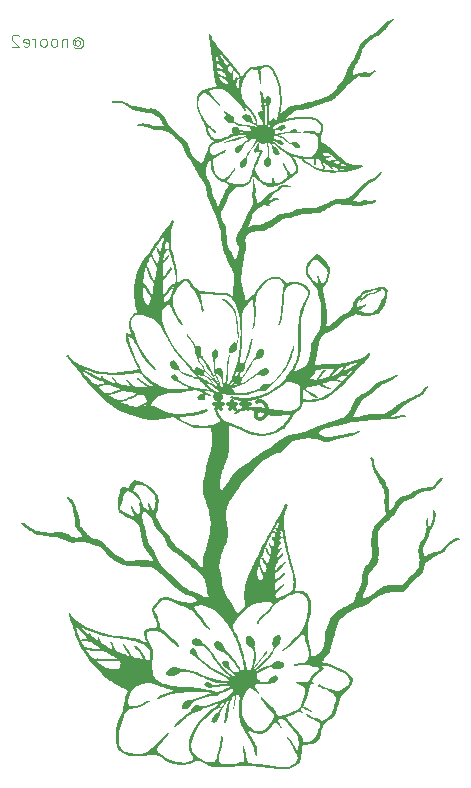
<source format=gbr>
%TF.GenerationSoftware,KiCad,Pcbnew,8.0.8*%
%TF.CreationDate,2025-02-16T22:09:59-06:00*%
%TF.ProjectId,hackPad,6861636b-5061-4642-9e6b-696361645f70,rev?*%
%TF.SameCoordinates,Original*%
%TF.FileFunction,Legend,Bot*%
%TF.FilePolarity,Positive*%
%FSLAX46Y46*%
G04 Gerber Fmt 4.6, Leading zero omitted, Abs format (unit mm)*
G04 Created by KiCad (PCBNEW 8.0.8) date 2025-02-16 22:09:59*
%MOMM*%
%LPD*%
G01*
G04 APERTURE LIST*
%ADD10C,0.100000*%
%ADD11C,0.300000*%
%ADD12C,0.000000*%
G04 APERTURE END LIST*
D10*
X102777068Y-64096228D02*
X102824687Y-64048609D01*
X102824687Y-64048609D02*
X102919925Y-64000990D01*
X102919925Y-64000990D02*
X103015163Y-64000990D01*
X103015163Y-64000990D02*
X103110401Y-64048609D01*
X103110401Y-64048609D02*
X103158020Y-64096228D01*
X103158020Y-64096228D02*
X103205639Y-64191466D01*
X103205639Y-64191466D02*
X103205639Y-64286704D01*
X103205639Y-64286704D02*
X103158020Y-64381942D01*
X103158020Y-64381942D02*
X103110401Y-64429561D01*
X103110401Y-64429561D02*
X103015163Y-64477180D01*
X103015163Y-64477180D02*
X102919925Y-64477180D01*
X102919925Y-64477180D02*
X102824687Y-64429561D01*
X102824687Y-64429561D02*
X102777068Y-64381942D01*
X102777068Y-64000990D02*
X102777068Y-64381942D01*
X102777068Y-64381942D02*
X102729449Y-64429561D01*
X102729449Y-64429561D02*
X102681830Y-64429561D01*
X102681830Y-64429561D02*
X102586591Y-64381942D01*
X102586591Y-64381942D02*
X102538972Y-64286704D01*
X102538972Y-64286704D02*
X102538972Y-64048609D01*
X102538972Y-64048609D02*
X102634211Y-63905752D01*
X102634211Y-63905752D02*
X102777068Y-63810514D01*
X102777068Y-63810514D02*
X102967544Y-63762895D01*
X102967544Y-63762895D02*
X103158020Y-63810514D01*
X103158020Y-63810514D02*
X103300877Y-63905752D01*
X103300877Y-63905752D02*
X103396115Y-64048609D01*
X103396115Y-64048609D02*
X103443734Y-64239085D01*
X103443734Y-64239085D02*
X103396115Y-64429561D01*
X103396115Y-64429561D02*
X103300877Y-64572419D01*
X103300877Y-64572419D02*
X103158020Y-64667657D01*
X103158020Y-64667657D02*
X102967544Y-64715276D01*
X102967544Y-64715276D02*
X102777068Y-64667657D01*
X102777068Y-64667657D02*
X102634211Y-64572419D01*
X102110401Y-63905752D02*
X102110401Y-64572419D01*
X102110401Y-64000990D02*
X102062782Y-63953371D01*
X102062782Y-63953371D02*
X101967544Y-63905752D01*
X101967544Y-63905752D02*
X101824687Y-63905752D01*
X101824687Y-63905752D02*
X101729449Y-63953371D01*
X101729449Y-63953371D02*
X101681830Y-64048609D01*
X101681830Y-64048609D02*
X101681830Y-64572419D01*
X101062782Y-64572419D02*
X101158020Y-64524800D01*
X101158020Y-64524800D02*
X101205639Y-64477180D01*
X101205639Y-64477180D02*
X101253258Y-64381942D01*
X101253258Y-64381942D02*
X101253258Y-64096228D01*
X101253258Y-64096228D02*
X101205639Y-64000990D01*
X101205639Y-64000990D02*
X101158020Y-63953371D01*
X101158020Y-63953371D02*
X101062782Y-63905752D01*
X101062782Y-63905752D02*
X100919925Y-63905752D01*
X100919925Y-63905752D02*
X100824687Y-63953371D01*
X100824687Y-63953371D02*
X100777068Y-64000990D01*
X100777068Y-64000990D02*
X100729449Y-64096228D01*
X100729449Y-64096228D02*
X100729449Y-64381942D01*
X100729449Y-64381942D02*
X100777068Y-64477180D01*
X100777068Y-64477180D02*
X100824687Y-64524800D01*
X100824687Y-64524800D02*
X100919925Y-64572419D01*
X100919925Y-64572419D02*
X101062782Y-64572419D01*
X100158020Y-64572419D02*
X100253258Y-64524800D01*
X100253258Y-64524800D02*
X100300877Y-64477180D01*
X100300877Y-64477180D02*
X100348496Y-64381942D01*
X100348496Y-64381942D02*
X100348496Y-64096228D01*
X100348496Y-64096228D02*
X100300877Y-64000990D01*
X100300877Y-64000990D02*
X100253258Y-63953371D01*
X100253258Y-63953371D02*
X100158020Y-63905752D01*
X100158020Y-63905752D02*
X100015163Y-63905752D01*
X100015163Y-63905752D02*
X99919925Y-63953371D01*
X99919925Y-63953371D02*
X99872306Y-64000990D01*
X99872306Y-64000990D02*
X99824687Y-64096228D01*
X99824687Y-64096228D02*
X99824687Y-64381942D01*
X99824687Y-64381942D02*
X99872306Y-64477180D01*
X99872306Y-64477180D02*
X99919925Y-64524800D01*
X99919925Y-64524800D02*
X100015163Y-64572419D01*
X100015163Y-64572419D02*
X100158020Y-64572419D01*
X99396115Y-64572419D02*
X99396115Y-63905752D01*
X99396115Y-64096228D02*
X99348496Y-64000990D01*
X99348496Y-64000990D02*
X99300877Y-63953371D01*
X99300877Y-63953371D02*
X99205639Y-63905752D01*
X99205639Y-63905752D02*
X99110401Y-63905752D01*
X98396115Y-64524800D02*
X98491353Y-64572419D01*
X98491353Y-64572419D02*
X98681829Y-64572419D01*
X98681829Y-64572419D02*
X98777067Y-64524800D01*
X98777067Y-64524800D02*
X98824686Y-64429561D01*
X98824686Y-64429561D02*
X98824686Y-64048609D01*
X98824686Y-64048609D02*
X98777067Y-63953371D01*
X98777067Y-63953371D02*
X98681829Y-63905752D01*
X98681829Y-63905752D02*
X98491353Y-63905752D01*
X98491353Y-63905752D02*
X98396115Y-63953371D01*
X98396115Y-63953371D02*
X98348496Y-64048609D01*
X98348496Y-64048609D02*
X98348496Y-64143847D01*
X98348496Y-64143847D02*
X98824686Y-64239085D01*
X97967543Y-63667657D02*
X97919924Y-63620038D01*
X97919924Y-63620038D02*
X97824686Y-63572419D01*
X97824686Y-63572419D02*
X97586591Y-63572419D01*
X97586591Y-63572419D02*
X97491353Y-63620038D01*
X97491353Y-63620038D02*
X97443734Y-63667657D01*
X97443734Y-63667657D02*
X97396115Y-63762895D01*
X97396115Y-63762895D02*
X97396115Y-63858133D01*
X97396115Y-63858133D02*
X97443734Y-64000990D01*
X97443734Y-64000990D02*
X98015162Y-64572419D01*
X98015162Y-64572419D02*
X97396115Y-64572419D01*
D11*
X118121427Y-94649757D02*
X118264285Y-94578328D01*
X118264285Y-94578328D02*
X118478570Y-94578328D01*
X118478570Y-94578328D02*
X118692856Y-94649757D01*
X118692856Y-94649757D02*
X118835713Y-94792614D01*
X118835713Y-94792614D02*
X118907142Y-94935471D01*
X118907142Y-94935471D02*
X118978570Y-95221185D01*
X118978570Y-95221185D02*
X118978570Y-95435471D01*
X118978570Y-95435471D02*
X118907142Y-95721185D01*
X118907142Y-95721185D02*
X118835713Y-95864042D01*
X118835713Y-95864042D02*
X118692856Y-96006900D01*
X118692856Y-96006900D02*
X118478570Y-96078328D01*
X118478570Y-96078328D02*
X118335713Y-96078328D01*
X118335713Y-96078328D02*
X118121427Y-96006900D01*
X118121427Y-96006900D02*
X118049999Y-95935471D01*
X118049999Y-95935471D02*
X118049999Y-95435471D01*
X118049999Y-95435471D02*
X118335713Y-95435471D01*
X117192856Y-94578328D02*
X117192856Y-94935471D01*
X117549999Y-94792614D02*
X117192856Y-94935471D01*
X117192856Y-94935471D02*
X116835713Y-94792614D01*
X117407142Y-95221185D02*
X117192856Y-94935471D01*
X117192856Y-94935471D02*
X116978570Y-95221185D01*
X116049999Y-94578328D02*
X116049999Y-94935471D01*
X116407142Y-94792614D02*
X116049999Y-94935471D01*
X116049999Y-94935471D02*
X115692856Y-94792614D01*
X116264285Y-95221185D02*
X116049999Y-94935471D01*
X116049999Y-94935471D02*
X115835713Y-95221185D01*
X114907142Y-94578328D02*
X114907142Y-94935471D01*
X115264285Y-94792614D02*
X114907142Y-94935471D01*
X114907142Y-94935471D02*
X114549999Y-94792614D01*
X115121428Y-95221185D02*
X114907142Y-94935471D01*
X114907142Y-94935471D02*
X114692856Y-95221185D01*
D12*
%TO.C,G\u002A\u002A\u002A*%
G36*
X120237868Y-69331570D02*
G01*
X120220739Y-69695465D01*
X120189532Y-70006088D01*
X120145126Y-70237630D01*
X120147136Y-70254218D01*
X120199028Y-70230588D01*
X120304268Y-70142263D01*
X120451413Y-69998190D01*
X120786903Y-69653136D01*
X121446986Y-69531649D01*
X121699873Y-69482041D01*
X122007053Y-69415088D01*
X122287757Y-69347373D01*
X122503119Y-69287865D01*
X122739273Y-69214963D01*
X122980458Y-69140540D01*
X123173124Y-69081121D01*
X123280190Y-69050028D01*
X123436447Y-69011659D01*
X123534790Y-68996674D01*
X123560842Y-68995304D01*
X123724919Y-68950162D01*
X123929627Y-68851775D01*
X124155700Y-68714562D01*
X124383872Y-68552942D01*
X124594877Y-68381336D01*
X124769449Y-68214162D01*
X124888320Y-68065840D01*
X124932225Y-67950789D01*
X124940843Y-67930077D01*
X125006524Y-67842326D01*
X125122754Y-67710140D01*
X125272662Y-67553221D01*
X125322149Y-67503032D01*
X125461701Y-67354373D01*
X125559777Y-67226842D01*
X125633907Y-67089744D01*
X125701619Y-66912383D01*
X125780445Y-66664064D01*
X125890970Y-66339216D01*
X125996031Y-66106899D01*
X126100091Y-65957777D01*
X126135809Y-65918862D01*
X126219106Y-65816161D01*
X126252391Y-65754880D01*
X126252460Y-65753272D01*
X126284692Y-65683681D01*
X126358005Y-65578651D01*
X126432607Y-65458815D01*
X126463731Y-65359095D01*
X126479669Y-65290573D01*
X126534486Y-65151071D01*
X126614854Y-64983368D01*
X126681391Y-64848064D01*
X126757355Y-64673211D01*
X126800907Y-64546370D01*
X126835811Y-64462086D01*
X126954367Y-64295571D01*
X127132567Y-64106916D01*
X127350545Y-63914593D01*
X127588438Y-63737073D01*
X127826381Y-63592825D01*
X127882054Y-63562899D01*
X128173889Y-63372705D01*
X128365969Y-63177752D01*
X128412494Y-63118711D01*
X128555032Y-62974094D01*
X128693177Y-62873497D01*
X128696904Y-62871501D01*
X128848451Y-62758162D01*
X128971934Y-62615669D01*
X128982343Y-62600034D01*
X129092694Y-62481981D01*
X129209564Y-62414927D01*
X129337130Y-62365113D01*
X129481749Y-62282528D01*
X129602493Y-62211262D01*
X129701307Y-62187290D01*
X129737630Y-62231806D01*
X129732498Y-62245508D01*
X129674126Y-62324963D01*
X129564455Y-62450814D01*
X129420791Y-62602798D01*
X129366267Y-62659656D01*
X129232250Y-62810541D01*
X129138954Y-62932316D01*
X129103951Y-63002798D01*
X129069516Y-63064900D01*
X128969417Y-63167435D01*
X128826653Y-63283849D01*
X128690893Y-63387950D01*
X128556529Y-63499436D01*
X128476944Y-63575951D01*
X128422889Y-63626055D01*
X128336212Y-63663202D01*
X128280191Y-63677376D01*
X128144075Y-63747630D01*
X127968310Y-63861512D01*
X127775902Y-64001934D01*
X127589857Y-64151803D01*
X127433180Y-64294031D01*
X127328878Y-64411526D01*
X127271600Y-64500598D01*
X127158009Y-64716321D01*
X127070250Y-64930562D01*
X127035070Y-65031731D01*
X126942767Y-65274856D01*
X126850617Y-65494963D01*
X126799978Y-65611969D01*
X126747856Y-65745121D01*
X126727651Y-65815800D01*
X126727357Y-65819246D01*
X126686767Y-65888348D01*
X126598501Y-65984002D01*
X126572117Y-66013741D01*
X126494042Y-66140038D01*
X126413535Y-66309780D01*
X126344215Y-66489133D01*
X126299705Y-66644261D01*
X126293625Y-66741329D01*
X126290369Y-66786814D01*
X126251246Y-66886547D01*
X126230846Y-66932816D01*
X126241854Y-66986401D01*
X126327516Y-66971590D01*
X126483788Y-66888353D01*
X126581319Y-66846215D01*
X126767968Y-66799937D01*
X126990000Y-66766866D01*
X127213059Y-66750512D01*
X127402790Y-66754383D01*
X127524839Y-66781991D01*
X127534362Y-66786287D01*
X127657819Y-66780677D01*
X127852461Y-66697100D01*
X128001634Y-66621778D01*
X128125463Y-66576125D01*
X128188584Y-66585181D01*
X128206237Y-66646778D01*
X128199673Y-66683299D01*
X128148332Y-66725988D01*
X128095386Y-66749490D01*
X127984005Y-66827408D01*
X127846184Y-66940979D01*
X127601941Y-67155971D01*
X127172696Y-67120215D01*
X126743451Y-67084459D01*
X126458316Y-67283806D01*
X126309661Y-67394393D01*
X126131595Y-67539547D01*
X125959373Y-67690576D01*
X125812370Y-67829795D01*
X125709960Y-67939516D01*
X125671518Y-68002053D01*
X125659075Y-68024609D01*
X125587642Y-68108961D01*
X125469957Y-68234066D01*
X125325804Y-68380340D01*
X125174965Y-68528199D01*
X125037223Y-68658059D01*
X124932361Y-68750336D01*
X124880162Y-68785447D01*
X124875987Y-68786124D01*
X124813076Y-68829212D01*
X124719718Y-68918827D01*
X124650669Y-68985149D01*
X124384491Y-69152752D01*
X124034512Y-69264565D01*
X123982598Y-69276631D01*
X123793048Y-69331356D01*
X123638462Y-69390024D01*
X123532285Y-69439149D01*
X123282908Y-69548017D01*
X123111580Y-69610430D01*
X123007900Y-69630354D01*
X122987385Y-69632228D01*
X122870404Y-69666055D01*
X122725444Y-69728910D01*
X122665002Y-69753776D01*
X122485701Y-69805190D01*
X122254007Y-69854031D01*
X122004785Y-69892390D01*
X121752918Y-69925320D01*
X121531205Y-69963600D01*
X121363667Y-70011735D01*
X121222779Y-70080580D01*
X121081019Y-70180991D01*
X120910860Y-70323822D01*
X120830669Y-70395023D01*
X120687495Y-70535657D01*
X120611814Y-70632832D01*
X120608616Y-70679041D01*
X120682892Y-70666776D01*
X120754513Y-70649414D01*
X120911201Y-70620481D01*
X121126121Y-70585232D01*
X121375010Y-70547837D01*
X121735227Y-70507207D01*
X122244467Y-70493296D01*
X122693940Y-70536551D01*
X123075408Y-70635327D01*
X123380636Y-70787977D01*
X123601387Y-70992855D01*
X123648995Y-71063485D01*
X123707769Y-71209804D01*
X123725071Y-71389348D01*
X123724577Y-71394319D01*
X123701757Y-71623773D01*
X123638685Y-71934732D01*
X123602879Y-72107836D01*
X123571380Y-72306441D01*
X123559252Y-72450428D01*
X123559466Y-72475271D01*
X123575421Y-72577972D01*
X123637309Y-72638248D01*
X123773894Y-72687924D01*
X123824120Y-72706721D01*
X123934893Y-72768900D01*
X124077131Y-72873707D01*
X124261151Y-73029632D01*
X124497266Y-73245162D01*
X124795794Y-73528787D01*
X124895600Y-73624521D01*
X125214986Y-73924626D01*
X125479763Y-74158335D01*
X125704088Y-74333667D01*
X125809402Y-74400127D01*
X125902118Y-74458637D01*
X126088012Y-74541262D01*
X126275927Y-74589559D01*
X126480020Y-74611545D01*
X126714450Y-74615237D01*
X126832414Y-74615292D01*
X127022760Y-74622110D01*
X127154002Y-74636071D01*
X127202911Y-74655269D01*
X127195554Y-74670067D01*
X127154343Y-74699792D01*
X127120876Y-74723931D01*
X126991684Y-74785164D01*
X126936488Y-74808816D01*
X126824860Y-74869371D01*
X126780458Y-74914627D01*
X126744711Y-74940908D01*
X126740531Y-74943981D01*
X126635240Y-74954037D01*
X126610129Y-74954422D01*
X126469377Y-74972321D01*
X126271548Y-75010981D01*
X126051134Y-75063916D01*
X125628351Y-75151354D01*
X125119475Y-75212397D01*
X124594286Y-75236603D01*
X124096648Y-75220458D01*
X123883148Y-75199433D01*
X123706000Y-75168055D01*
X123537107Y-75116456D01*
X123342911Y-75034337D01*
X123089857Y-74911395D01*
X122844613Y-74784421D01*
X122520652Y-74600396D01*
X122259368Y-74430850D01*
X122072679Y-74283723D01*
X121972499Y-74166954D01*
X121931427Y-74123072D01*
X121924200Y-74118919D01*
X122171092Y-74118919D01*
X122413147Y-74303743D01*
X122519434Y-74382100D01*
X122633999Y-74458870D01*
X122693818Y-74488566D01*
X122731982Y-74502771D01*
X122815948Y-74564146D01*
X122823046Y-74570141D01*
X122931386Y-74634781D01*
X123107059Y-74717710D01*
X123320246Y-74806978D01*
X123541129Y-74890633D01*
X123739891Y-74956725D01*
X123886714Y-74993302D01*
X123942313Y-75000591D01*
X124112589Y-75016497D01*
X124337400Y-75032637D01*
X124583132Y-75046446D01*
X124602166Y-75047359D01*
X124832175Y-75056983D01*
X124974010Y-75057650D01*
X125043823Y-75047081D01*
X125057765Y-75022996D01*
X125038084Y-74992547D01*
X125147801Y-74992547D01*
X125155078Y-75022996D01*
X125161804Y-75051143D01*
X125210486Y-75037609D01*
X125217039Y-75032863D01*
X125301353Y-75007170D01*
X125437227Y-74986890D01*
X125578801Y-74966370D01*
X125653742Y-74940908D01*
X125642100Y-74918723D01*
X125535101Y-74906979D01*
X125409926Y-74899800D01*
X125285404Y-74884769D01*
X125228977Y-74887287D01*
X125160065Y-74943893D01*
X125147801Y-74992547D01*
X125038084Y-74992547D01*
X125031989Y-74983117D01*
X124979441Y-74935396D01*
X124840688Y-74850324D01*
X124683192Y-74781151D01*
X124557809Y-74752599D01*
X124523987Y-74765926D01*
X124558677Y-74827108D01*
X124592055Y-74883601D01*
X124561333Y-74938192D01*
X124513176Y-74931714D01*
X124409620Y-74863925D01*
X124280211Y-74744868D01*
X124247963Y-74712149D01*
X124113528Y-74590743D01*
X125233052Y-74590743D01*
X125240039Y-74625672D01*
X125339217Y-74653940D01*
X125490692Y-74678658D01*
X125666622Y-74693545D01*
X125846549Y-74699792D01*
X125615892Y-74577818D01*
X125539480Y-74538295D01*
X125427764Y-74492079D01*
X125355704Y-74493455D01*
X125288487Y-74538213D01*
X125233052Y-74590743D01*
X124113528Y-74590743D01*
X124085830Y-74565729D01*
X123933907Y-74454279D01*
X123813111Y-74391593D01*
X123744360Y-74391468D01*
X123741014Y-74406323D01*
X123762963Y-74493367D01*
X123818637Y-74624473D01*
X123883581Y-74784898D01*
X123886040Y-74880834D01*
X123821525Y-74911019D01*
X123775198Y-74881527D01*
X123705621Y-74775143D01*
X123637784Y-74619200D01*
X123586592Y-74443370D01*
X123542307Y-74333259D01*
X123453514Y-74201491D01*
X123346136Y-74084803D01*
X123243971Y-74008658D01*
X123170815Y-73998516D01*
X123157026Y-74022020D01*
X123143574Y-74127226D01*
X123149077Y-74280933D01*
X123154347Y-74362139D01*
X123150092Y-74513198D01*
X123127767Y-74604113D01*
X123103806Y-74629424D01*
X123050780Y-74618368D01*
X123004699Y-74531260D01*
X122973862Y-74388391D01*
X122966570Y-74210051D01*
X122969837Y-74098189D01*
X122962303Y-74008276D01*
X122929767Y-73989041D01*
X122860701Y-74019763D01*
X122816705Y-74041654D01*
X122708192Y-74078536D01*
X122564451Y-74099922D01*
X122350307Y-74112180D01*
X122171092Y-74118919D01*
X121924200Y-74118919D01*
X121800729Y-74047971D01*
X121617342Y-73980844D01*
X121482640Y-73941258D01*
X121327647Y-73894035D01*
X121235759Y-73863889D01*
X121216155Y-73860846D01*
X121219290Y-73904984D01*
X121291350Y-74016274D01*
X121449810Y-74243314D01*
X121576471Y-74470840D01*
X121645084Y-74674453D01*
X121666741Y-74879666D01*
X121666888Y-74898112D01*
X121665825Y-74938948D01*
X121663643Y-75022824D01*
X121641957Y-75117572D01*
X121586988Y-75207703D01*
X121483896Y-75318560D01*
X121317838Y-75475489D01*
X121076274Y-75676590D01*
X120752918Y-75898009D01*
X120404429Y-76096945D01*
X120055914Y-76260505D01*
X119732482Y-76375794D01*
X119459240Y-76429921D01*
X119262995Y-76438377D01*
X119108611Y-76420800D01*
X118994907Y-76370306D01*
X118888415Y-76310836D01*
X118806373Y-76283992D01*
X118742629Y-76261737D01*
X118614504Y-76178839D01*
X118454654Y-76053118D01*
X118285271Y-75904283D01*
X118128547Y-75752044D01*
X118006673Y-75616109D01*
X117941842Y-75516188D01*
X117923643Y-75480873D01*
X117870682Y-75439086D01*
X117853796Y-75443585D01*
X117824860Y-75475352D01*
X117783712Y-75552717D01*
X117721445Y-75693206D01*
X117629152Y-75914345D01*
X117484451Y-76148566D01*
X117330607Y-76266264D01*
X117269406Y-76313086D01*
X116979167Y-76410069D01*
X116608701Y-76442117D01*
X116470189Y-76446541D01*
X116354539Y-76473789D01*
X116252670Y-76543378D01*
X116123991Y-76674792D01*
X116023772Y-76790379D01*
X115792506Y-77143801D01*
X115635166Y-77551352D01*
X115615569Y-77613613D01*
X115547632Y-77778517D01*
X115477791Y-77894595D01*
X115430271Y-77960434D01*
X115341028Y-78108348D01*
X115249132Y-78281782D01*
X115209686Y-78366297D01*
X115124398Y-78629933D01*
X115113010Y-78883163D01*
X115177095Y-79152962D01*
X115318227Y-79466305D01*
X115355213Y-79538219D01*
X115437473Y-79709755D01*
X115488814Y-79834903D01*
X115499358Y-79890525D01*
X115495406Y-79913231D01*
X115502343Y-80021256D01*
X115524750Y-80195238D01*
X115559821Y-80411004D01*
X115575565Y-80504408D01*
X115611507Y-80757380D01*
X115635732Y-80987826D01*
X115643677Y-81155241D01*
X115644686Y-81207561D01*
X115690997Y-81447847D01*
X115810109Y-81720264D01*
X116008248Y-82039917D01*
X116043753Y-82096585D01*
X116128696Y-82253881D01*
X116212566Y-82430926D01*
X116261921Y-82532641D01*
X116324517Y-82629532D01*
X116364603Y-82651337D01*
X116371534Y-82641453D01*
X116410153Y-82542538D01*
X116467058Y-82353009D01*
X116539396Y-82082863D01*
X116624309Y-81742096D01*
X116626469Y-81685322D01*
X116597360Y-81540035D01*
X116536124Y-81372449D01*
X116493442Y-81274932D01*
X116433897Y-81128048D01*
X116403104Y-81036591D01*
X116394663Y-81000215D01*
X116375496Y-80930977D01*
X116369883Y-80905502D01*
X116386865Y-80771258D01*
X116451868Y-80575705D01*
X116556312Y-80338927D01*
X116691618Y-80081010D01*
X116849205Y-79822038D01*
X116918411Y-79706125D01*
X116993353Y-79558004D01*
X117051048Y-79426441D01*
X117121279Y-79267568D01*
X117122953Y-79263785D01*
X117172439Y-79136510D01*
X117194636Y-79049687D01*
X117212958Y-78982703D01*
X117266723Y-78858537D01*
X117332249Y-78734594D01*
X117385335Y-78660291D01*
X117414524Y-78623400D01*
X117480164Y-78517796D01*
X117562348Y-78372720D01*
X117647168Y-78214339D01*
X117720715Y-78068815D01*
X117769080Y-77962313D01*
X117778352Y-77920998D01*
X117767186Y-77913142D01*
X117785481Y-77854990D01*
X117801088Y-77827708D01*
X117837516Y-77657307D01*
X117776281Y-77463111D01*
X117714231Y-77274079D01*
X117708533Y-77006430D01*
X117780125Y-76733332D01*
X117798689Y-76686067D01*
X117832131Y-76553356D01*
X117834578Y-76400563D01*
X117808133Y-76186651D01*
X117790223Y-76053271D01*
X117781786Y-75873824D01*
X117804931Y-75786005D01*
X117827388Y-75766181D01*
X117858870Y-75758566D01*
X117863042Y-75777826D01*
X117888141Y-75880021D01*
X117930651Y-76047927D01*
X117984540Y-76257589D01*
X118018608Y-76391812D01*
X118060659Y-76579596D01*
X118075951Y-76705615D01*
X118066571Y-76795640D01*
X118034610Y-76875444D01*
X117984485Y-76995082D01*
X117971391Y-77167849D01*
X118047873Y-77333974D01*
X118056971Y-77348060D01*
X118113428Y-77492833D01*
X118139390Y-77662564D01*
X118140819Y-77704741D01*
X118149104Y-77821358D01*
X118159927Y-77868192D01*
X118162824Y-77868027D01*
X118241997Y-77830132D01*
X118373565Y-77738019D01*
X118535210Y-77609388D01*
X118704614Y-77461940D01*
X118859460Y-77313376D01*
X119040417Y-77146366D01*
X119262848Y-76970230D01*
X119466736Y-76834648D01*
X119501312Y-76814742D01*
X119725093Y-76681204D01*
X119868899Y-76583754D01*
X119945683Y-76512674D01*
X119968400Y-76458244D01*
X119999038Y-76406857D01*
X120111435Y-76352955D01*
X120281135Y-76316457D01*
X120481311Y-76302654D01*
X120685137Y-76316840D01*
X120728221Y-76323712D01*
X120916685Y-76365132D01*
X121001543Y-76404749D01*
X120984390Y-76436398D01*
X120866819Y-76453913D01*
X120650424Y-76451129D01*
X120275143Y-76429923D01*
X120029360Y-76667441D01*
X119905969Y-76778572D01*
X119748608Y-76901528D01*
X119625156Y-76977834D01*
X119531720Y-77042869D01*
X119398820Y-77176629D01*
X119272155Y-77340636D01*
X119209182Y-77440483D01*
X119143294Y-77575553D01*
X119136960Y-77646879D01*
X119189164Y-77645968D01*
X119298890Y-77564325D01*
X119430628Y-77474227D01*
X119613662Y-77402761D01*
X119798675Y-77372181D01*
X119954883Y-77387077D01*
X120051506Y-77452044D01*
X120064902Y-77528045D01*
X120003402Y-77568038D01*
X119889190Y-77551352D01*
X119796873Y-77530371D01*
X119733138Y-77547520D01*
X119677308Y-77587038D01*
X119562868Y-77628223D01*
X119418352Y-77684836D01*
X119269310Y-77771552D01*
X119261487Y-77777133D01*
X119170099Y-77849895D01*
X119157187Y-77896990D01*
X119213200Y-77948547D01*
X119271217Y-78002518D01*
X119270805Y-78048754D01*
X119188604Y-78058334D01*
X119036223Y-78026166D01*
X119010162Y-78018617D01*
X118875347Y-77994024D01*
X118748546Y-78010881D01*
X118579798Y-78074476D01*
X118452481Y-78133021D01*
X118163150Y-78301245D01*
X117944066Y-78483654D01*
X117806512Y-78669574D01*
X117761771Y-78848331D01*
X117761922Y-78863306D01*
X117735146Y-79046357D01*
X117668163Y-79269328D01*
X117576549Y-79488081D01*
X117475879Y-79658478D01*
X117445724Y-79700259D01*
X117404962Y-79789688D01*
X117448277Y-79815763D01*
X117577205Y-79780334D01*
X117661700Y-79751663D01*
X117836030Y-79709244D01*
X118069058Y-79671156D01*
X118384200Y-79633128D01*
X118461188Y-79620632D01*
X118690401Y-79555744D01*
X118945562Y-79456305D01*
X119183521Y-79340309D01*
X119361123Y-79225750D01*
X119461939Y-79150444D01*
X119623826Y-79039074D01*
X119802649Y-78922129D01*
X119964136Y-78821955D01*
X120074013Y-78760901D01*
X120139558Y-78737633D01*
X120305948Y-78701145D01*
X120496466Y-78677611D01*
X120574398Y-78670547D01*
X120796931Y-78637876D01*
X121001245Y-78592086D01*
X121158330Y-78540488D01*
X121239179Y-78490394D01*
X121241885Y-78486741D01*
X121346959Y-78414907D01*
X121531675Y-78349894D01*
X121771295Y-78297203D01*
X122041085Y-78262336D01*
X122316307Y-78250796D01*
X122744942Y-78237741D01*
X123165689Y-78187054D01*
X123515769Y-78101017D01*
X123779845Y-77982444D01*
X123780400Y-77982100D01*
X123946061Y-77885755D01*
X124160612Y-77769327D01*
X124377755Y-77657945D01*
X124501497Y-77598508D01*
X124666096Y-77531716D01*
X124824903Y-77490969D01*
X125015053Y-77467805D01*
X125273680Y-77453758D01*
X125413151Y-77447949D01*
X125575713Y-77436524D01*
X125712236Y-77413389D01*
X125837352Y-77369796D01*
X125965690Y-77296997D01*
X126111880Y-77186243D01*
X126290553Y-77028786D01*
X126516338Y-76815878D01*
X126803866Y-76538771D01*
X126824575Y-76518799D01*
X127072216Y-76285435D01*
X127271044Y-76112357D01*
X127442336Y-75983444D01*
X127607367Y-75882579D01*
X127787415Y-75793642D01*
X128026553Y-75672775D01*
X128225858Y-75534071D01*
X128387851Y-75367242D01*
X128512808Y-75230163D01*
X128629347Y-75140108D01*
X128706436Y-75128171D01*
X128734304Y-75199094D01*
X128733365Y-75209653D01*
X128681579Y-75310588D01*
X128564904Y-75449236D01*
X128403282Y-75607254D01*
X128216654Y-75766303D01*
X128024963Y-75908040D01*
X127848148Y-76014125D01*
X127681304Y-76110552D01*
X127525989Y-76225053D01*
X127432768Y-76323815D01*
X127412668Y-76352395D01*
X127317592Y-76466077D01*
X127169531Y-76629027D01*
X126984461Y-76823918D01*
X126778360Y-77033427D01*
X126697733Y-77114737D01*
X126507576Y-77314253D01*
X126368593Y-77472328D01*
X126289445Y-77578737D01*
X126278793Y-77623254D01*
X126493395Y-77675554D01*
X126780185Y-77683812D01*
X127041920Y-77632360D01*
X127194603Y-77587265D01*
X127351499Y-77576718D01*
X127544792Y-77608470D01*
X127719508Y-77639093D01*
X127862410Y-77633837D01*
X128009422Y-77586169D01*
X128071407Y-77560573D01*
X128164828Y-77530257D01*
X128200514Y-77548570D01*
X128206237Y-77620335D01*
X128184075Y-77690370D01*
X128065726Y-77782428D01*
X127844548Y-77857894D01*
X127519751Y-77917111D01*
X127419626Y-77933212D01*
X127194297Y-77982284D01*
X127003324Y-78038761D01*
X126862872Y-78082252D01*
X126721326Y-78091630D01*
X126554467Y-78053923D01*
X126543450Y-78050752D01*
X126372141Y-78018597D01*
X126145383Y-77996041D01*
X125909148Y-77987796D01*
X125905394Y-77987802D01*
X125652232Y-77979377D01*
X125393841Y-77956922D01*
X125185596Y-77925227D01*
X125105009Y-77908197D01*
X124993184Y-77889074D01*
X124898623Y-77889150D01*
X124799668Y-77915294D01*
X124674659Y-77974376D01*
X124501936Y-78073265D01*
X124259839Y-78218831D01*
X124199169Y-78254831D01*
X124020951Y-78353939D01*
X123879423Y-78423083D01*
X123800897Y-78449065D01*
X123767661Y-78453648D01*
X123689256Y-78505129D01*
X123686542Y-78509351D01*
X123615980Y-78570504D01*
X123487459Y-78619053D01*
X123289080Y-78657340D01*
X123008939Y-78687705D01*
X122635136Y-78712491D01*
X122463658Y-78722462D01*
X122172021Y-78745505D01*
X121954694Y-78774102D01*
X121790488Y-78811472D01*
X121658213Y-78860831D01*
X121603488Y-78883252D01*
X121411480Y-78944714D01*
X121170177Y-79006393D01*
X120918919Y-79057808D01*
X120796907Y-79079320D01*
X120579735Y-79117803D01*
X120408259Y-79148438D01*
X120311643Y-79166026D01*
X120269383Y-79181614D01*
X120150947Y-79258383D01*
X120021206Y-79372440D01*
X119748893Y-79605722D01*
X119388255Y-79842525D01*
X118984282Y-80048654D01*
X118896977Y-80085901D01*
X118702552Y-80151130D01*
X118507677Y-80181269D01*
X118260329Y-80186204D01*
X118121785Y-80188146D01*
X117768501Y-80241209D01*
X117489694Y-80365951D01*
X117281832Y-80563736D01*
X117245185Y-80616112D01*
X117202557Y-80701493D01*
X117182436Y-80805423D01*
X117180702Y-80956761D01*
X117193237Y-81184365D01*
X117198901Y-81269888D01*
X117212090Y-81471385D01*
X117221786Y-81622876D01*
X117226205Y-81696674D01*
X117212267Y-81815046D01*
X117120108Y-82037060D01*
X117109794Y-82060034D01*
X117074843Y-82196028D01*
X117045296Y-82393426D01*
X117026671Y-82617934D01*
X117025059Y-82647563D01*
X117001930Y-82911104D01*
X116966052Y-83175086D01*
X116924474Y-83386487D01*
X116884324Y-83581394D01*
X116849318Y-83832014D01*
X116826743Y-84088995D01*
X116818254Y-84324778D01*
X116825509Y-84511802D01*
X116850165Y-84622507D01*
X116860548Y-84648098D01*
X116896124Y-84770861D01*
X116943862Y-84963958D01*
X116998556Y-85204105D01*
X117055001Y-85468019D01*
X117107991Y-85732416D01*
X117152321Y-85974013D01*
X117185681Y-86111093D01*
X117223982Y-86163958D01*
X117261137Y-86117280D01*
X117287668Y-86061807D01*
X117397632Y-85916310D01*
X117543493Y-85778521D01*
X117685433Y-85688663D01*
X117685743Y-85688534D01*
X117798480Y-85605378D01*
X117944108Y-85442530D01*
X118109111Y-85215096D01*
X118310054Y-84933554D01*
X118581156Y-84610565D01*
X118843269Y-84361092D01*
X119083751Y-84198325D01*
X119211759Y-84148582D01*
X119424089Y-84095078D01*
X119645761Y-84062728D01*
X119891860Y-84056096D01*
X120112767Y-84097724D01*
X120300742Y-84204854D01*
X120490350Y-84390915D01*
X120658332Y-84582236D01*
X121014568Y-84526964D01*
X121216780Y-84502753D01*
X121583930Y-84508129D01*
X121907543Y-84591033D01*
X122210972Y-84755935D01*
X122349141Y-84858799D01*
X122492756Y-84983410D01*
X122581003Y-85081687D01*
X122586676Y-85090573D01*
X122650663Y-85269449D01*
X122648192Y-85376632D01*
X122645428Y-85496567D01*
X122569573Y-85781153D01*
X122421698Y-86132433D01*
X122419442Y-86137177D01*
X122245191Y-86509969D01*
X122112074Y-86817812D01*
X122014997Y-87085053D01*
X121948868Y-87336036D01*
X121908592Y-87595108D01*
X121889074Y-87886615D01*
X121885222Y-88234901D01*
X121891941Y-88664313D01*
X121895095Y-88882220D01*
X121893773Y-89269997D01*
X121884535Y-89648687D01*
X121868392Y-90002206D01*
X121846356Y-90314469D01*
X121819436Y-90569390D01*
X121788645Y-90750885D01*
X121754994Y-90842867D01*
X121734224Y-90877956D01*
X121733738Y-90958279D01*
X121741421Y-90978189D01*
X121711881Y-91042919D01*
X121692603Y-91059679D01*
X121658213Y-91148325D01*
X121656187Y-91163379D01*
X121623415Y-91265720D01*
X121558886Y-91427350D01*
X121473389Y-91620691D01*
X121442977Y-91686827D01*
X121364137Y-91861420D01*
X121309195Y-91987871D01*
X121288566Y-92042414D01*
X121289725Y-92044556D01*
X121345819Y-92040433D01*
X121460188Y-92009911D01*
X121775135Y-91888068D01*
X122100905Y-91688820D01*
X122351782Y-91431063D01*
X122533714Y-91106317D01*
X122652653Y-90706102D01*
X122714547Y-90221936D01*
X122716348Y-90195176D01*
X122736406Y-89941184D01*
X122761313Y-89758258D01*
X122799208Y-89614711D01*
X122858235Y-89478854D01*
X122946533Y-89319002D01*
X123056479Y-89137105D01*
X123196304Y-88920904D01*
X123318538Y-88746362D01*
X123322042Y-88741675D01*
X123412219Y-88610195D01*
X123477998Y-88480334D01*
X123524357Y-88330645D01*
X123556276Y-88139683D01*
X123578733Y-87886001D01*
X123596707Y-87548152D01*
X123599905Y-87013131D01*
X123538565Y-86368845D01*
X123403313Y-85795512D01*
X123354962Y-85623649D01*
X123311834Y-85417040D01*
X123295219Y-85259542D01*
X123288098Y-85159177D01*
X123251237Y-85058325D01*
X123166830Y-84949679D01*
X123017244Y-84804363D01*
X122861675Y-84642314D01*
X122686967Y-84421687D01*
X122526565Y-84183266D01*
X122394999Y-83950716D01*
X122306801Y-83747702D01*
X122276498Y-83597890D01*
X122279880Y-83573255D01*
X122464980Y-83573255D01*
X122512957Y-83772843D01*
X122628126Y-83996401D01*
X122795187Y-84218114D01*
X122998842Y-84412169D01*
X123159717Y-84527039D01*
X123269162Y-84570599D01*
X123320894Y-84533636D01*
X123320302Y-84416217D01*
X123297767Y-84274160D01*
X123269287Y-84095133D01*
X123265313Y-84065635D01*
X123272089Y-83968266D01*
X123311056Y-83954174D01*
X123364548Y-84016768D01*
X123414902Y-84149459D01*
X123469427Y-84306035D01*
X123542216Y-84449505D01*
X123545067Y-84453825D01*
X123641453Y-84555342D01*
X123739015Y-84555899D01*
X123853685Y-84455822D01*
X123974416Y-84295429D01*
X124074783Y-84078482D01*
X124124622Y-83811877D01*
X124131348Y-83743600D01*
X124134932Y-83634706D01*
X124116149Y-83542456D01*
X124063990Y-83442157D01*
X123967443Y-83309119D01*
X123815498Y-83118650D01*
X123679293Y-82957808D01*
X123478119Y-82762294D01*
X123296958Y-82651037D01*
X123121465Y-82616393D01*
X122937296Y-82650721D01*
X122934462Y-82651732D01*
X122826653Y-82734419D01*
X122710456Y-82890540D01*
X122601400Y-83091590D01*
X122515010Y-83309064D01*
X122466815Y-83514454D01*
X122464980Y-83573255D01*
X122279880Y-83573255D01*
X122293015Y-83477589D01*
X122335908Y-83291368D01*
X122395164Y-83087872D01*
X122429870Y-82986482D01*
X122514530Y-82797993D01*
X122628352Y-82639132D01*
X122800362Y-82465304D01*
X122903266Y-82371725D01*
X123086689Y-82228672D01*
X123237244Y-82165844D01*
X123379133Y-82183014D01*
X123536561Y-82279949D01*
X123733732Y-82456419D01*
X123961384Y-82697477D01*
X124185675Y-83018377D01*
X124312229Y-83335302D01*
X124342689Y-83634706D01*
X124344821Y-83655662D01*
X124293378Y-84027418D01*
X124162327Y-84394248D01*
X123962016Y-84699580D01*
X123845763Y-84856378D01*
X123766985Y-85064477D01*
X123760859Y-85313930D01*
X123788726Y-85548656D01*
X123829054Y-85758084D01*
X123874222Y-85891309D01*
X123894021Y-85934204D01*
X123947843Y-86112201D01*
X123995718Y-86354586D01*
X124036104Y-86640308D01*
X124067461Y-86948314D01*
X124088247Y-87257556D01*
X124096922Y-87546981D01*
X124091945Y-87795539D01*
X124071774Y-87982179D01*
X124034868Y-88085849D01*
X123993377Y-88160510D01*
X124027855Y-88232761D01*
X124117292Y-88254778D01*
X124262378Y-88204597D01*
X124448542Y-88088861D01*
X124662699Y-87915743D01*
X124891759Y-87693413D01*
X125096333Y-87492959D01*
X125299268Y-87336092D01*
X125491108Y-87239528D01*
X125497692Y-87237074D01*
X125792948Y-87107682D01*
X126001520Y-86966189D01*
X126141882Y-86796193D01*
X126232511Y-86581289D01*
X126249950Y-86522642D01*
X126252672Y-86513995D01*
X126600717Y-86513995D01*
X126603934Y-86584308D01*
X126624820Y-86595638D01*
X126731255Y-86598095D01*
X126882742Y-86567494D01*
X127042753Y-86512862D01*
X127174761Y-86443227D01*
X127281130Y-86387028D01*
X127375566Y-86373065D01*
X127414138Y-86413918D01*
X127404739Y-86432082D01*
X127332786Y-86503160D01*
X127212605Y-86601514D01*
X127071480Y-86706431D01*
X126936697Y-86797202D01*
X126835537Y-86853117D01*
X126810889Y-86871312D01*
X126840002Y-86913072D01*
X126965281Y-86973264D01*
X127009981Y-86991747D01*
X127161748Y-87058384D01*
X127268203Y-87110688D01*
X127276835Y-87115099D01*
X127404220Y-87145839D01*
X127581755Y-87157133D01*
X127760847Y-87148347D01*
X127892903Y-87118846D01*
X127950760Y-87088065D01*
X128095458Y-86979585D01*
X128248040Y-86834422D01*
X128385505Y-86677711D01*
X128484851Y-86534588D01*
X128523077Y-86430188D01*
X128527421Y-86411325D01*
X128572240Y-86311803D01*
X128655283Y-86157161D01*
X128763685Y-85971904D01*
X128766740Y-85966867D01*
X128887128Y-85758658D01*
X128957063Y-85606537D01*
X128987180Y-85481190D01*
X128988113Y-85353305D01*
X128969995Y-85217712D01*
X128923176Y-85130996D01*
X128827746Y-85080650D01*
X128752505Y-85061827D01*
X128661466Y-85064669D01*
X128627858Y-85098414D01*
X128675601Y-85151865D01*
X128684404Y-85160187D01*
X128662039Y-85208667D01*
X128563469Y-85275174D01*
X128408845Y-85350656D01*
X128218322Y-85426066D01*
X128012052Y-85492353D01*
X127810188Y-85540468D01*
X127766094Y-85548963D01*
X127607827Y-85589241D01*
X127480347Y-85649350D01*
X127350016Y-85749003D01*
X127183197Y-85907913D01*
X127131320Y-85958771D01*
X126994601Y-86085407D01*
X126893683Y-86167975D01*
X126847423Y-86190597D01*
X126844796Y-86181626D01*
X126878691Y-86111807D01*
X126963475Y-85998127D01*
X127079342Y-85862891D01*
X127206488Y-85728406D01*
X127325106Y-85616977D01*
X127415391Y-85550912D01*
X127432047Y-85542757D01*
X127584978Y-85486770D01*
X127759206Y-85443901D01*
X127783397Y-85439182D01*
X127935467Y-85397709D01*
X128104607Y-85337310D01*
X128267396Y-85268541D01*
X128400411Y-85201955D01*
X128480228Y-85148108D01*
X128483425Y-85117555D01*
X128431600Y-85116707D01*
X128291808Y-85142253D01*
X128095718Y-85191969D01*
X127868067Y-85258192D01*
X127633588Y-85333257D01*
X127417019Y-85409501D01*
X127243094Y-85479259D01*
X127136550Y-85534868D01*
X127115909Y-85551875D01*
X127026301Y-85658545D01*
X126922220Y-85818155D01*
X126815644Y-86007104D01*
X126718549Y-86201794D01*
X126642915Y-86378624D01*
X126600717Y-86513995D01*
X126252672Y-86513995D01*
X126321583Y-86295075D01*
X126387045Y-86130905D01*
X126464110Y-85998276D01*
X126570555Y-85865331D01*
X126724156Y-85700213D01*
X126783013Y-85639006D01*
X126936642Y-85488412D01*
X127076587Y-85375188D01*
X127226181Y-85287173D01*
X127408756Y-85212203D01*
X127647645Y-85138114D01*
X127966180Y-85052744D01*
X128208754Y-84991420D01*
X128472703Y-84932543D01*
X128670019Y-84902915D01*
X128820536Y-84901137D01*
X128944089Y-84925809D01*
X129060515Y-84975532D01*
X129106564Y-84999790D01*
X129172760Y-85046768D01*
X129203275Y-85111575D01*
X129206939Y-85223339D01*
X129197007Y-85353305D01*
X129192583Y-85411187D01*
X129175332Y-85590209D01*
X129156383Y-85750703D01*
X129141286Y-85841996D01*
X129115946Y-85939628D01*
X129080004Y-86079626D01*
X129053553Y-86168965D01*
X128957264Y-86410268D01*
X128830347Y-86660864D01*
X128692622Y-86883788D01*
X128563910Y-87042076D01*
X128518382Y-87083441D01*
X128389134Y-87170303D01*
X128220954Y-87235592D01*
X127980621Y-87293637D01*
X127932084Y-87303325D01*
X127738647Y-87335598D01*
X127590418Y-87350491D01*
X127516249Y-87344822D01*
X127476593Y-87336565D01*
X127388118Y-87373071D01*
X127352656Y-87392257D01*
X127261781Y-87399984D01*
X127111487Y-87377429D01*
X126881542Y-87322575D01*
X126449167Y-87210498D01*
X126258367Y-87336500D01*
X126234241Y-87351946D01*
X126046573Y-87453280D01*
X125859278Y-87531042D01*
X125843147Y-87536784D01*
X125675506Y-87631325D01*
X125452914Y-87808652D01*
X125172792Y-88070792D01*
X124848209Y-88368793D01*
X124552166Y-88589898D01*
X124275177Y-88738063D01*
X124001545Y-88823376D01*
X123997916Y-88824153D01*
X123836861Y-88902484D01*
X123680074Y-89052738D01*
X123558388Y-89213307D01*
X123469205Y-89368902D01*
X123424169Y-89525275D01*
X123406617Y-89723285D01*
X123400593Y-89797971D01*
X123361168Y-90003361D01*
X123300337Y-90172496D01*
X123280536Y-90215999D01*
X123224251Y-90418450D01*
X123200535Y-90647756D01*
X123199764Y-90689470D01*
X123172873Y-91058284D01*
X123107671Y-91368392D01*
X123074342Y-91482107D01*
X124069292Y-91460369D01*
X124489655Y-91446197D01*
X125041900Y-91406980D01*
X125533400Y-91342740D01*
X125989918Y-91249823D01*
X126437215Y-91124575D01*
X126585627Y-91079441D01*
X126776633Y-91025966D01*
X126915664Y-90992341D01*
X127023252Y-90949522D01*
X127182643Y-90851993D01*
X127346638Y-90724615D01*
X127488555Y-90606875D01*
X127605645Y-90521551D01*
X127670373Y-90488982D01*
X127686605Y-90489772D01*
X127752211Y-90533426D01*
X127741887Y-90634090D01*
X127656295Y-90778177D01*
X127621909Y-90824079D01*
X127548856Y-90928788D01*
X127519751Y-90982549D01*
X127498630Y-91011032D01*
X127415234Y-91100443D01*
X127283199Y-91233962D01*
X127184284Y-91330780D01*
X127118342Y-91395324D01*
X127090750Y-91422197D01*
X126894310Y-91622544D01*
X126662272Y-91870848D01*
X126562198Y-91981848D01*
X126421325Y-92138102D01*
X126198161Y-92395302D01*
X126040465Y-92576559D01*
X125651164Y-92988574D01*
X125241672Y-93378353D01*
X124827784Y-93732792D01*
X124425292Y-94038790D01*
X124049990Y-94283246D01*
X123717672Y-94453056D01*
X123530455Y-94525145D01*
X123035742Y-94655462D01*
X122555507Y-94696525D01*
X122107139Y-94646250D01*
X122081945Y-94650117D01*
X122052830Y-94713514D01*
X122049047Y-94767585D01*
X121980309Y-95002995D01*
X121843672Y-95229671D01*
X121662618Y-95415329D01*
X121460627Y-95527687D01*
X121402803Y-95567596D01*
X121305521Y-95681585D01*
X121207954Y-95836737D01*
X121195095Y-95860156D01*
X121086816Y-96039978D01*
X120947961Y-96250648D01*
X120795798Y-96468058D01*
X120647599Y-96668102D01*
X120520632Y-96826673D01*
X120432167Y-96919665D01*
X120394081Y-96948822D01*
X120208002Y-97064195D01*
X119966090Y-97188566D01*
X119703711Y-97305812D01*
X119456230Y-97399814D01*
X119259013Y-97454449D01*
X119215326Y-97461789D01*
X118992670Y-97487484D01*
X118725367Y-97505484D01*
X118461979Y-97512266D01*
X118260080Y-97508437D01*
X118036957Y-97489100D01*
X117823550Y-97447189D01*
X117594180Y-97375836D01*
X117323165Y-97268178D01*
X116984824Y-97117347D01*
X116835155Y-97048745D01*
X116591266Y-96937887D01*
X116415598Y-96860042D01*
X116289711Y-96807349D01*
X116195163Y-96771948D01*
X116113514Y-96745981D01*
X116016085Y-96709846D01*
X115914213Y-96653372D01*
X115898043Y-96641227D01*
X115845994Y-96622435D01*
X115812272Y-96660368D01*
X115794425Y-96767163D01*
X115790002Y-96954956D01*
X115796551Y-97235881D01*
X115803636Y-97489754D01*
X115808287Y-97935616D01*
X115802256Y-98333555D01*
X115786090Y-98669234D01*
X115760338Y-98928317D01*
X115725545Y-99096466D01*
X115707292Y-99153026D01*
X115663181Y-99292609D01*
X115608961Y-99466113D01*
X115568320Y-99590174D01*
X115515566Y-99732630D01*
X115478945Y-99809356D01*
X115475443Y-99814479D01*
X115437149Y-99907149D01*
X115400007Y-100045252D01*
X115397732Y-100055695D01*
X115358564Y-100203245D01*
X115319139Y-100309286D01*
X115223738Y-100515604D01*
X115076571Y-100975190D01*
X115007163Y-101442702D01*
X115021516Y-101886350D01*
X115067753Y-102220724D01*
X115201035Y-102097576D01*
X115201843Y-102096826D01*
X115276639Y-102012620D01*
X115384294Y-101874219D01*
X115508638Y-101704637D01*
X115633500Y-101526888D01*
X115742709Y-101363983D01*
X115820093Y-101238938D01*
X115849481Y-101174765D01*
X115858989Y-101142318D01*
X115922142Y-101035263D01*
X116029502Y-100886375D01*
X116163407Y-100716904D01*
X116306195Y-100548102D01*
X116440205Y-100401219D01*
X116547775Y-100297506D01*
X116611243Y-100258212D01*
X116615795Y-100257613D01*
X116692014Y-100222839D01*
X116829658Y-100144714D01*
X117006189Y-100037472D01*
X117199064Y-99915348D01*
X117385745Y-99792575D01*
X117543690Y-99683388D01*
X117650360Y-99602020D01*
X117881259Y-99408004D01*
X118123205Y-99215675D01*
X118332973Y-99065696D01*
X118535031Y-98940810D01*
X118753847Y-98823761D01*
X119220259Y-98546652D01*
X119730032Y-98131109D01*
X119815568Y-98054952D01*
X120133358Y-97830328D01*
X120505067Y-97633289D01*
X120891751Y-97482591D01*
X121254466Y-97396987D01*
X121453171Y-97364098D01*
X121682156Y-97315383D01*
X121859968Y-97266167D01*
X121923266Y-97245215D01*
X122086360Y-97195539D01*
X122203331Y-97165739D01*
X122267684Y-97146947D01*
X122414673Y-97089365D01*
X122585058Y-97011581D01*
X122702542Y-96955884D01*
X122830742Y-96900161D01*
X122896280Y-96878587D01*
X122897984Y-96878506D01*
X122967687Y-96848213D01*
X123075840Y-96779727D01*
X123130995Y-96746168D01*
X123309157Y-96663314D01*
X123543615Y-96573931D01*
X123802452Y-96488873D01*
X124053749Y-96418993D01*
X124265591Y-96375145D01*
X124343129Y-96360764D01*
X124462674Y-96323800D01*
X124509772Y-96285559D01*
X124531282Y-96259239D01*
X124615385Y-96260207D01*
X124678944Y-96267126D01*
X124720998Y-96239963D01*
X124736314Y-96214048D01*
X124816519Y-96192100D01*
X124894782Y-96176384D01*
X125014544Y-96114570D01*
X125097049Y-96068274D01*
X125227917Y-96035360D01*
X125264361Y-96031277D01*
X125419604Y-95969941D01*
X125602098Y-95850902D01*
X125783644Y-95694622D01*
X125936042Y-95521562D01*
X125980731Y-95455281D01*
X126094230Y-95244489D01*
X126176907Y-95034281D01*
X126211107Y-94930921D01*
X126262634Y-94812452D01*
X126301519Y-94766320D01*
X126336662Y-94739895D01*
X126377608Y-94647505D01*
X126433923Y-94523201D01*
X126555530Y-94355634D01*
X126710099Y-94193127D01*
X126869483Y-94064733D01*
X127005529Y-93999501D01*
X127278630Y-93899901D01*
X127582975Y-93698807D01*
X127908194Y-93396874D01*
X127970058Y-93333620D01*
X128284177Y-93066619D01*
X128616519Y-92881681D01*
X128998337Y-92760565D01*
X129095254Y-92734144D01*
X129333252Y-92645467D01*
X129543960Y-92539917D01*
X129571217Y-92523653D01*
X129785176Y-92412682D01*
X129954979Y-92354424D01*
X130066917Y-92352073D01*
X130107277Y-92408818D01*
X130071265Y-92474960D01*
X129962059Y-92528474D01*
X129847626Y-92573083D01*
X129724759Y-92658935D01*
X129692156Y-92686002D01*
X129572035Y-92762341D01*
X129402076Y-92856616D01*
X129210518Y-92954639D01*
X129025596Y-93042222D01*
X128875549Y-93105176D01*
X128788613Y-93129314D01*
X128774692Y-93131084D01*
X128734304Y-93182121D01*
X128727557Y-93204257D01*
X128661490Y-93234928D01*
X128635894Y-93244403D01*
X128541834Y-93313552D01*
X128407270Y-93435080D01*
X128252239Y-93591529D01*
X128250584Y-93593281D01*
X128046964Y-93788705D01*
X127807386Y-93988085D01*
X127559064Y-94171326D01*
X127329213Y-94318335D01*
X127145047Y-94409019D01*
X127136796Y-94412680D01*
X127051486Y-94487625D01*
X126943743Y-94622905D01*
X126834292Y-94787654D01*
X126743854Y-94951004D01*
X126693155Y-95082090D01*
X126655835Y-95205422D01*
X126574426Y-95400102D01*
X126473923Y-95594812D01*
X126371979Y-95756199D01*
X126286249Y-95850905D01*
X126259172Y-95870190D01*
X126218859Y-95909481D01*
X126256478Y-95925184D01*
X126385860Y-95928005D01*
X126508612Y-95921966D01*
X126695852Y-95898713D01*
X126944869Y-95855764D01*
X127269127Y-95790764D01*
X127682089Y-95701358D01*
X127721450Y-95693098D01*
X128074284Y-95649591D01*
X128456275Y-95648002D01*
X128567635Y-95653164D01*
X128781081Y-95652341D01*
X128934590Y-95629548D01*
X129059633Y-95581307D01*
X129151710Y-95528322D01*
X129303998Y-95429430D01*
X129477724Y-95308910D01*
X129651000Y-95182769D01*
X129801941Y-95067013D01*
X129908659Y-94977648D01*
X129949269Y-94930681D01*
X129977788Y-94896417D01*
X130068084Y-94842373D01*
X130078851Y-94837180D01*
X130184089Y-94783873D01*
X130356993Y-94694255D01*
X130576155Y-94579476D01*
X130820167Y-94450687D01*
X130851002Y-94434426D01*
X131108140Y-94304232D01*
X131351360Y-94189664D01*
X131554520Y-94102595D01*
X131691477Y-94054901D01*
X131727448Y-94045356D01*
X131870436Y-93988781D01*
X131982122Y-93895197D01*
X132100193Y-93735119D01*
X132178060Y-93630616D01*
X132322150Y-93479438D01*
X132456638Y-93380305D01*
X132493264Y-93362236D01*
X132604443Y-93325154D01*
X132635488Y-93356026D01*
X132586398Y-93454166D01*
X132457173Y-93618887D01*
X132386272Y-93705618D01*
X132304286Y-93819791D01*
X132272350Y-93885493D01*
X132229150Y-93964228D01*
X132087272Y-94072718D01*
X131849897Y-94202896D01*
X131719746Y-94271518D01*
X131512347Y-94390468D01*
X131311850Y-94514130D01*
X131159609Y-94609511D01*
X130959607Y-94728121D01*
X130797596Y-94817172D01*
X130705716Y-94874132D01*
X130538891Y-94998832D01*
X130342632Y-95161571D01*
X130142677Y-95341735D01*
X129981969Y-95488610D01*
X129808738Y-95636653D01*
X129670245Y-95743840D01*
X129586830Y-95793632D01*
X129519297Y-95825133D01*
X129494883Y-95866980D01*
X129563641Y-95892435D01*
X129704688Y-95893432D01*
X129887358Y-95871552D01*
X130081233Y-95828776D01*
X130132625Y-95816166D01*
X130339277Y-95783273D01*
X130547332Y-95769941D01*
X130704077Y-95781307D01*
X130780410Y-95813518D01*
X130764265Y-95856642D01*
X130660171Y-95900639D01*
X130472658Y-95935469D01*
X130372009Y-95950325D01*
X130165572Y-95995152D01*
X130001664Y-96047978D01*
X130000922Y-96048293D01*
X129898037Y-96079297D01*
X129747638Y-96101916D01*
X129535222Y-96117195D01*
X129246284Y-96126183D01*
X128866321Y-96129925D01*
X128797836Y-96130243D01*
X128376588Y-96137108D01*
X128046374Y-96152698D01*
X127794690Y-96177841D01*
X127609032Y-96213367D01*
X127468212Y-96242128D01*
X127228861Y-96275917D01*
X126948754Y-96304381D01*
X126663520Y-96323375D01*
X126438133Y-96336399D01*
X126134360Y-96367048D01*
X125882701Y-96413778D01*
X125650123Y-96481752D01*
X125495379Y-96529210D01*
X125232214Y-96597610D01*
X124934539Y-96665182D01*
X124641788Y-96722511D01*
X124456240Y-96756331D01*
X124172998Y-96815394D01*
X123958345Y-96875444D01*
X123788544Y-96945266D01*
X123639856Y-97033648D01*
X123488543Y-97149375D01*
X123289915Y-97313100D01*
X123569802Y-97447992D01*
X123776647Y-97537673D01*
X123987489Y-97595226D01*
X124232537Y-97621038D01*
X124237638Y-97621289D01*
X124387969Y-97613643D01*
X124545237Y-97585939D01*
X124653169Y-97547955D01*
X124653177Y-97547949D01*
X124730226Y-97526799D01*
X124880178Y-97503489D01*
X125070576Y-97483065D01*
X125336230Y-97449693D01*
X125658140Y-97392532D01*
X125990116Y-97320589D01*
X126293766Y-97242206D01*
X126530695Y-97165729D01*
X126715656Y-97106491D01*
X126842129Y-97094050D01*
X126886071Y-97135263D01*
X126885998Y-97136827D01*
X126837210Y-97193137D01*
X126716116Y-97270867D01*
X126549180Y-97357321D01*
X126362863Y-97439808D01*
X126183627Y-97505632D01*
X126037936Y-97542102D01*
X126000873Y-97548340D01*
X125819359Y-97589601D01*
X125590434Y-97652439D01*
X125354678Y-97725935D01*
X125311356Y-97740073D01*
X125024213Y-97824234D01*
X124705065Y-97905677D01*
X124415312Y-97968546D01*
X124396229Y-97972163D01*
X124169862Y-98013184D01*
X124014793Y-98033148D01*
X123900886Y-98031928D01*
X123798007Y-98009396D01*
X123676019Y-97965426D01*
X123527198Y-97911747D01*
X123205649Y-97816770D01*
X122894383Y-97749343D01*
X122635442Y-97719404D01*
X122553226Y-97721952D01*
X122362574Y-97742508D01*
X122123608Y-97779120D01*
X121869439Y-97827133D01*
X121694901Y-97863374D01*
X121472735Y-97909292D01*
X121299458Y-97944859D01*
X121202318Y-97964463D01*
X121144739Y-97982192D01*
X121077920Y-98021017D01*
X120990291Y-98092045D01*
X120869124Y-98206605D01*
X120701692Y-98376029D01*
X120475264Y-98611647D01*
X120419559Y-98669174D01*
X120279215Y-98806586D01*
X120170678Y-98902191D01*
X120113815Y-98938046D01*
X120111275Y-98938153D01*
X120032201Y-98954858D01*
X119884595Y-98994509D01*
X119698252Y-99049140D01*
X119662286Y-99060346D01*
X119362284Y-99184942D01*
X119143489Y-99343788D01*
X119090930Y-99390763D01*
X118912010Y-99517103D01*
X118736096Y-99604392D01*
X118582282Y-99672731D01*
X118406194Y-99794154D01*
X118219783Y-99974877D01*
X118003298Y-100231809D01*
X117992892Y-100244816D01*
X117868110Y-100391308D01*
X117693126Y-100585975D01*
X117489700Y-100804980D01*
X117279594Y-101024487D01*
X117228307Y-101077695D01*
X117042774Y-101279303D01*
X116887770Y-101461684D01*
X116778250Y-101606596D01*
X116729173Y-101695796D01*
X116699800Y-101773242D01*
X116617474Y-101927029D01*
X116509495Y-102091268D01*
X116497626Y-102107588D01*
X116369167Y-102284212D01*
X116213318Y-102498503D01*
X116061149Y-102707738D01*
X116019223Y-102766592D01*
X115905648Y-102939889D01*
X115826433Y-103081983D01*
X115796674Y-103166680D01*
X115789955Y-103219467D01*
X115749034Y-103291402D01*
X115742517Y-103296414D01*
X115690852Y-103383460D01*
X115633242Y-103540370D01*
X115577495Y-103736832D01*
X115531416Y-103942534D01*
X115502811Y-104127164D01*
X115499487Y-104260409D01*
X115502702Y-104286349D01*
X115537322Y-104536315D01*
X115577165Y-104783784D01*
X115617560Y-105003190D01*
X115653835Y-105168971D01*
X115681320Y-105255564D01*
X115690224Y-105292753D01*
X115697591Y-105423007D01*
X115695695Y-105616053D01*
X115684399Y-105845460D01*
X115680755Y-105897589D01*
X115660660Y-106111867D01*
X115629882Y-106300601D01*
X115581252Y-106487861D01*
X115507596Y-106697717D01*
X115401743Y-106954239D01*
X115256521Y-107281497D01*
X115214320Y-107377069D01*
X115188605Y-107439917D01*
X115181180Y-107460776D01*
X115147679Y-107545530D01*
X115079514Y-107730702D01*
X114981623Y-108181551D01*
X114977348Y-108651154D01*
X115065844Y-109156133D01*
X115080924Y-109216172D01*
X115127149Y-109412785D01*
X115158278Y-109565240D01*
X115168245Y-109644595D01*
X115163159Y-109720771D01*
X115175565Y-110101426D01*
X115261476Y-110432072D01*
X115427427Y-110740333D01*
X115467433Y-110801786D01*
X115557126Y-110958709D01*
X115611928Y-111082199D01*
X115614466Y-111090109D01*
X115619386Y-111102655D01*
X115640775Y-111157202D01*
X115684541Y-111243841D01*
X115753972Y-111363703D01*
X115857276Y-111530466D01*
X116002660Y-111757809D01*
X116198332Y-112059408D01*
X116198971Y-112060390D01*
X116307798Y-112232748D01*
X116395866Y-112381631D01*
X116444165Y-112474906D01*
X116465994Y-112516508D01*
X116505979Y-112528487D01*
X116577790Y-112482644D01*
X116702688Y-112370384D01*
X116805608Y-112274625D01*
X116961336Y-112127290D01*
X117059958Y-112016571D01*
X117112429Y-111916368D01*
X117129704Y-111800579D01*
X117122739Y-111643103D01*
X117102487Y-111417840D01*
X117095420Y-111331698D01*
X117075993Y-110867456D01*
X117097980Y-110459524D01*
X117165099Y-110071447D01*
X117186767Y-109995834D01*
X119651560Y-109995834D01*
X119651560Y-110328479D01*
X119656613Y-110487513D01*
X119671515Y-110613028D01*
X119692818Y-110661123D01*
X119704330Y-110656548D01*
X119778937Y-110598845D01*
X119899961Y-110488865D01*
X120047610Y-110344283D01*
X120148396Y-110243724D01*
X120293094Y-110108637D01*
X120383649Y-110042902D01*
X120430333Y-110040009D01*
X120443415Y-110093451D01*
X120432450Y-110133097D01*
X120381846Y-110213058D01*
X120282086Y-110335376D01*
X120124434Y-110510594D01*
X119900154Y-110749258D01*
X119889422Y-110760592D01*
X119770924Y-110900064D01*
X119720265Y-111003720D01*
X119723394Y-111099393D01*
X119766205Y-111188181D01*
X119850631Y-111254118D01*
X119926380Y-111243903D01*
X120077304Y-111194501D01*
X120278639Y-111113601D01*
X120507823Y-111009596D01*
X121070403Y-110740333D01*
X121166283Y-110449896D01*
X121195907Y-110352930D01*
X121243777Y-110126631D01*
X121259915Y-109888296D01*
X121242654Y-109620789D01*
X121190327Y-109306974D01*
X121101266Y-108929715D01*
X120973803Y-108471876D01*
X120888813Y-108178424D01*
X120808224Y-107894911D01*
X120742003Y-107656386D01*
X120695355Y-107481608D01*
X120673485Y-107389339D01*
X120672840Y-107385652D01*
X120641328Y-107237390D01*
X120598911Y-107070271D01*
X120597684Y-107065829D01*
X120560282Y-106917589D01*
X120512271Y-106711020D01*
X120463722Y-106489397D01*
X120432126Y-106340021D01*
X120388698Y-106132867D01*
X120358857Y-105985308D01*
X120337199Y-105869132D01*
X120318321Y-105756129D01*
X120296817Y-105618088D01*
X120276272Y-105491888D01*
X120254587Y-105412014D01*
X120228154Y-105412465D01*
X120186049Y-105479585D01*
X120164263Y-105520651D01*
X120143392Y-105600118D01*
X120187119Y-105649121D01*
X120201166Y-105658610D01*
X120220757Y-105705588D01*
X120152966Y-105772743D01*
X120094016Y-105826912D01*
X120093681Y-105854038D01*
X120108110Y-105870534D01*
X120074013Y-105934928D01*
X120050071Y-105967072D01*
X120053820Y-106005226D01*
X120146757Y-106014138D01*
X120197553Y-106016121D01*
X120273021Y-106043929D01*
X120258162Y-106110956D01*
X120153223Y-106225364D01*
X120051671Y-106336383D01*
X120028185Y-106411440D01*
X120097300Y-106436591D01*
X120106560Y-106436754D01*
X120192783Y-106470522D01*
X120194889Y-106551018D01*
X120111751Y-106660786D01*
X120053968Y-106733134D01*
X119989309Y-106855262D01*
X119943393Y-106982505D01*
X119927363Y-107082548D01*
X119952360Y-107123077D01*
X119997295Y-107102255D01*
X120084304Y-107034554D01*
X120172619Y-106978869D01*
X120242366Y-107006274D01*
X120260782Y-107049295D01*
X120222120Y-107127685D01*
X120104818Y-107247689D01*
X120016789Y-107335731D01*
X119921821Y-107481606D01*
X119879422Y-107658817D01*
X119851819Y-107888774D01*
X120056613Y-107664345D01*
X120148176Y-107570537D01*
X120257605Y-107476378D01*
X120326130Y-107439917D01*
X120365609Y-107455001D01*
X120389422Y-107528743D01*
X120365316Y-107628493D01*
X120297478Y-107714158D01*
X120215320Y-107784135D01*
X120053093Y-107966026D01*
X119902485Y-108182553D01*
X119786245Y-108399135D01*
X119727120Y-108581192D01*
X119718580Y-108650084D01*
X119713779Y-108784533D01*
X119729183Y-108854935D01*
X119757160Y-108847755D01*
X119844800Y-108779895D01*
X119973791Y-108657714D01*
X120127659Y-108496050D01*
X120151992Y-108469429D01*
X120318285Y-108294345D01*
X120432408Y-108191220D01*
X120506495Y-108150540D01*
X120552680Y-108162790D01*
X120569852Y-108199005D01*
X120547012Y-108271176D01*
X120465285Y-108385942D01*
X120315714Y-108558253D01*
X120286244Y-108590588D01*
X120118084Y-108768027D01*
X119956593Y-108928465D01*
X119833111Y-109040576D01*
X119794792Y-109072876D01*
X119701255Y-109172478D01*
X119660492Y-109282563D01*
X119651560Y-109450414D01*
X119651713Y-109455834D01*
X119654150Y-109541931D01*
X119668739Y-109663131D01*
X119691898Y-109710603D01*
X119710278Y-109702229D01*
X119795727Y-109639574D01*
X119929295Y-109529020D01*
X120091290Y-109386544D01*
X120209093Y-109282720D01*
X120359066Y-109164299D01*
X120455402Y-109112813D01*
X120509122Y-109121263D01*
X120523370Y-109138902D01*
X120530646Y-109188237D01*
X120492943Y-109257287D01*
X120400590Y-109357236D01*
X120243912Y-109499266D01*
X120013238Y-109694561D01*
X119651560Y-109995834D01*
X117186767Y-109995834D01*
X117281068Y-109666767D01*
X117285012Y-109655109D01*
X117359718Y-109462043D01*
X117460825Y-109227878D01*
X118196696Y-109227878D01*
X118267946Y-109578587D01*
X118286011Y-109632352D01*
X118361413Y-109733951D01*
X118464679Y-109733787D01*
X118595095Y-109631746D01*
X118600796Y-109625667D01*
X118678903Y-109530240D01*
X118689106Y-109455834D01*
X118639280Y-109352733D01*
X118627334Y-109331149D01*
X118558222Y-109181491D01*
X118487524Y-108996808D01*
X118426220Y-108810045D01*
X118385293Y-108654147D01*
X118375723Y-108562059D01*
X118376830Y-108536044D01*
X118338975Y-108496050D01*
X118316249Y-108514484D01*
X118270740Y-108609613D01*
X118226142Y-108758575D01*
X118197406Y-108917689D01*
X118196696Y-109227878D01*
X117460825Y-109227878D01*
X117475918Y-109192923D01*
X117625897Y-108863557D01*
X117801939Y-108489754D01*
X117877827Y-108332648D01*
X118378236Y-108332648D01*
X118410705Y-108371380D01*
X118447212Y-108393809D01*
X118489813Y-108475872D01*
X118493669Y-108505160D01*
X118528633Y-108623109D01*
X118588190Y-108773861D01*
X118612554Y-108829670D01*
X118683597Y-108996007D01*
X118735710Y-109122916D01*
X118752989Y-109165298D01*
X118782193Y-109205234D01*
X118815726Y-109168166D01*
X118871379Y-109043706D01*
X118895797Y-108985583D01*
X118957852Y-108821914D01*
X118977256Y-108712449D01*
X118955421Y-108624477D01*
X118893759Y-108525288D01*
X118816788Y-108408624D01*
X118703631Y-108208265D01*
X118624933Y-108030924D01*
X118595427Y-107907128D01*
X118597011Y-107875097D01*
X118632294Y-107793417D01*
X118693952Y-107800854D01*
X118755346Y-107898798D01*
X118761644Y-107915752D01*
X118827313Y-108071367D01*
X118904573Y-108229645D01*
X118976152Y-108357147D01*
X119024779Y-108420434D01*
X119050171Y-108392373D01*
X119091701Y-108285850D01*
X119137957Y-108124595D01*
X119217832Y-107807504D01*
X119038809Y-107452089D01*
X118952297Y-107277392D01*
X118888020Y-107133215D01*
X118867691Y-107053781D01*
X118887877Y-107023504D01*
X118945144Y-107026794D01*
X118974055Y-107041761D01*
X119049357Y-107131950D01*
X119119981Y-107272200D01*
X119184434Y-107413867D01*
X119248970Y-107487491D01*
X119301566Y-107457334D01*
X119343971Y-107323799D01*
X119354511Y-107227349D01*
X119328038Y-107081778D01*
X119242419Y-106897245D01*
X119191531Y-106797455D01*
X119144780Y-106662469D01*
X119161032Y-106589156D01*
X119218219Y-106583726D01*
X119294475Y-106643774D01*
X119359813Y-106742333D01*
X119387526Y-106848791D01*
X119402007Y-106901250D01*
X119449373Y-106898174D01*
X119507974Y-106833594D01*
X119555004Y-106724443D01*
X119563643Y-106684705D01*
X119557430Y-106531554D01*
X119485255Y-106341094D01*
X119458935Y-106284195D01*
X119411407Y-106136907D01*
X119429113Y-106057042D01*
X119501404Y-106025832D01*
X119570712Y-106073209D01*
X119603042Y-106188876D01*
X119608843Y-106249311D01*
X119629406Y-106244973D01*
X119676048Y-106148705D01*
X119711200Y-106035380D01*
X119698162Y-105897873D01*
X119666132Y-105832937D01*
X119599835Y-105699746D01*
X119582843Y-105655536D01*
X119592058Y-105572223D01*
X119654696Y-105553871D01*
X119738235Y-105619367D01*
X119799023Y-105685684D01*
X119835004Y-105685470D01*
X119827942Y-105616781D01*
X119773015Y-105496632D01*
X119735052Y-105419082D01*
X119714833Y-105319548D01*
X119749109Y-105282104D01*
X119831987Y-105324003D01*
X119880603Y-105350207D01*
X119914751Y-105312104D01*
X119938931Y-105199706D01*
X120190465Y-105199706D01*
X120190861Y-105282145D01*
X120213961Y-105321915D01*
X120254456Y-105281932D01*
X120272401Y-105223509D01*
X120251315Y-105171229D01*
X120200529Y-105183533D01*
X120190465Y-105199706D01*
X119938931Y-105199706D01*
X119941813Y-105186309D01*
X119943196Y-105177953D01*
X119988351Y-104988275D01*
X120049692Y-104812786D01*
X120069947Y-104763387D01*
X120093576Y-104666090D01*
X120069284Y-104648180D01*
X120010044Y-104706825D01*
X119928824Y-104839189D01*
X119920248Y-104855525D01*
X119848108Y-104990543D01*
X119740605Y-105189460D01*
X119610802Y-105428175D01*
X119471758Y-105682586D01*
X119449016Y-105724282D01*
X119311400Y-105984546D01*
X119187513Y-106231400D01*
X119090159Y-106438699D01*
X119032142Y-106580299D01*
X119000669Y-106665961D01*
X118936243Y-106810904D01*
X118882776Y-106896058D01*
X118873382Y-106907110D01*
X118822200Y-107012579D01*
X118781824Y-107160091D01*
X118774493Y-107195228D01*
X118719026Y-107387635D01*
X118646201Y-107576188D01*
X118639514Y-107590895D01*
X118508772Y-107887147D01*
X118423894Y-108101927D01*
X118381507Y-108246629D01*
X118378236Y-108332648D01*
X117877827Y-108332648D01*
X117996330Y-108087320D01*
X118201355Y-107672063D01*
X118409300Y-107259791D01*
X118612449Y-106866312D01*
X118803087Y-106507433D01*
X118973501Y-106198961D01*
X119035847Y-106089169D01*
X119169961Y-105853300D01*
X119332039Y-105568511D01*
X119507021Y-105261260D01*
X119679848Y-104958004D01*
X119797823Y-104750738D01*
X119959132Y-104465069D01*
X120084344Y-104238711D01*
X120184043Y-104051607D01*
X120268810Y-103883700D01*
X120349231Y-103714936D01*
X120435888Y-103525256D01*
X120460137Y-103474160D01*
X120559178Y-103315377D01*
X120652549Y-103238993D01*
X120729558Y-103254852D01*
X120737592Y-103268588D01*
X120742921Y-103364404D01*
X120720898Y-103503725D01*
X120680196Y-103644192D01*
X120629491Y-103743451D01*
X120603801Y-103788614D01*
X120555716Y-103942834D01*
X120512072Y-104165657D01*
X120476456Y-104432776D01*
X120456954Y-104666090D01*
X120452457Y-104719884D01*
X120443660Y-105002676D01*
X120445238Y-105081897D01*
X120455454Y-105223509D01*
X120464930Y-105354870D01*
X120502402Y-105659359D01*
X120551645Y-105943024D01*
X120573030Y-106046532D01*
X120638262Y-106366569D01*
X120707212Y-106709683D01*
X120768110Y-107017464D01*
X120805007Y-107196036D01*
X120853154Y-107402085D01*
X120894931Y-107552089D01*
X120924158Y-107622100D01*
X120948156Y-107660977D01*
X120971726Y-107770945D01*
X120980544Y-107828208D01*
X121017301Y-107974441D01*
X121076058Y-108176012D01*
X121149644Y-108407265D01*
X121229728Y-108669935D01*
X121316874Y-109010605D01*
X121387701Y-109349484D01*
X121439101Y-109666792D01*
X121462272Y-109888296D01*
X121467968Y-109942746D01*
X121471192Y-110157568D01*
X121445667Y-110291476D01*
X121405491Y-110391321D01*
X121357289Y-110531046D01*
X121306242Y-110691406D01*
X121638016Y-110670280D01*
X121856296Y-110666623D01*
X122034377Y-110695727D01*
X122213848Y-110767301D01*
X122297206Y-110812551D01*
X122433288Y-110909851D01*
X122509660Y-110997713D01*
X122572109Y-111122689D01*
X122651082Y-111268399D01*
X122676234Y-111328676D01*
X122714026Y-111514760D01*
X122733994Y-111761866D01*
X122736351Y-112041142D01*
X122721310Y-112323738D01*
X122689086Y-112580800D01*
X122639890Y-112783479D01*
X122611439Y-112869680D01*
X122574267Y-113002888D01*
X122564217Y-113073915D01*
X122565007Y-113088782D01*
X122549769Y-113186015D01*
X122514294Y-113327859D01*
X122492173Y-113415796D01*
X122444081Y-113771143D01*
X122438833Y-114178491D01*
X122474098Y-114604341D01*
X122547547Y-115015195D01*
X122656850Y-115377554D01*
X122680185Y-115465613D01*
X122704796Y-115645570D01*
X122714346Y-115846480D01*
X122714346Y-116166750D01*
X122957589Y-116139333D01*
X123060406Y-116123030D01*
X123187538Y-116077385D01*
X123315731Y-115988788D01*
X123478143Y-115838051D01*
X123507929Y-115808228D01*
X123638431Y-115661012D01*
X123734968Y-115509852D01*
X123803879Y-115334419D01*
X123851508Y-115114383D01*
X123884196Y-114829416D01*
X123908284Y-114459190D01*
X123919672Y-114265624D01*
X123937899Y-114070671D01*
X123963720Y-113940161D01*
X124002431Y-113850154D01*
X124059332Y-113776715D01*
X124101160Y-113720563D01*
X124181512Y-113557817D01*
X124238639Y-113371668D01*
X124238980Y-113370039D01*
X124345149Y-113038251D01*
X124520706Y-112747376D01*
X124774687Y-112488181D01*
X125116131Y-112251434D01*
X125554075Y-112027902D01*
X125779163Y-111922700D01*
X126029672Y-111785425D01*
X126209956Y-111648161D01*
X126338093Y-111492454D01*
X126432162Y-111299852D01*
X126510241Y-111051900D01*
X126540216Y-110965900D01*
X126633363Y-110777018D01*
X126749495Y-110598646D01*
X126754390Y-110592180D01*
X126913340Y-110299191D01*
X127011149Y-109930489D01*
X127044491Y-109498479D01*
X127046101Y-109423531D01*
X127046412Y-109420167D01*
X127097298Y-109420167D01*
X127123701Y-109446570D01*
X127150104Y-109420167D01*
X127123701Y-109393763D01*
X127097298Y-109420167D01*
X127046412Y-109420167D01*
X127058664Y-109287552D01*
X127079611Y-109217826D01*
X127104812Y-109166709D01*
X127128509Y-109053476D01*
X127135238Y-109018876D01*
X127180511Y-108894003D01*
X127252549Y-108743120D01*
X127334526Y-108597111D01*
X127409615Y-108486858D01*
X127460990Y-108443244D01*
X127464802Y-108442033D01*
X127514172Y-108386869D01*
X127596964Y-108265942D01*
X127697486Y-108101897D01*
X127897166Y-107760551D01*
X127868688Y-107190982D01*
X127859988Y-107018090D01*
X127849904Y-106813295D01*
X127843984Y-106667056D01*
X127841858Y-106550620D01*
X127843155Y-106435233D01*
X127847505Y-106292141D01*
X127854536Y-106092592D01*
X127860328Y-105978959D01*
X127897621Y-105688075D01*
X127962728Y-105485316D01*
X127974538Y-105461561D01*
X128039582Y-105312318D01*
X128077152Y-105195634D01*
X128094103Y-105153863D01*
X128187100Y-105028391D01*
X128349149Y-104858330D01*
X128568987Y-104655055D01*
X128835353Y-104429938D01*
X129062855Y-104245115D01*
X128994850Y-103743451D01*
X128981488Y-103637924D01*
X128956927Y-103392948D01*
X128943555Y-103178134D01*
X128944015Y-103030562D01*
X128960227Y-102783372D01*
X128959893Y-102530210D01*
X128930483Y-102317279D01*
X128866383Y-102108756D01*
X128761979Y-101868815D01*
X128721537Y-101784178D01*
X128633075Y-101605969D01*
X128564222Y-101476736D01*
X128527257Y-101419959D01*
X128524778Y-101417479D01*
X128483549Y-101350505D01*
X128407516Y-101210021D01*
X128306609Y-101014809D01*
X128190763Y-100783653D01*
X128184843Y-100771659D01*
X128045563Y-100477548D01*
X127954350Y-100254393D01*
X127904522Y-100083638D01*
X127889398Y-99946727D01*
X127888545Y-99913160D01*
X127859733Y-99713580D01*
X127802708Y-99537020D01*
X127799399Y-99529991D01*
X127749796Y-99382914D01*
X127770898Y-99299456D01*
X127795301Y-99286514D01*
X127867041Y-99317852D01*
X127947759Y-99415674D01*
X128023140Y-99555502D01*
X128078867Y-99712856D01*
X128100624Y-99863255D01*
X128105898Y-99960834D01*
X128145275Y-100132837D01*
X128231453Y-100319705D01*
X128374263Y-100540824D01*
X128583536Y-100815584D01*
X128651753Y-100903043D01*
X128816021Y-101130117D01*
X128954731Y-101344437D01*
X129053757Y-101523300D01*
X129098975Y-101644002D01*
X129104050Y-101659951D01*
X129146752Y-101750838D01*
X129217000Y-101881632D01*
X129257765Y-101963024D01*
X129289479Y-102058403D01*
X129311174Y-102181454D01*
X129325161Y-102351661D01*
X129333755Y-102588511D01*
X129339270Y-102911486D01*
X129342157Y-103083888D01*
X129349571Y-103349532D01*
X129359353Y-103565827D01*
X129370569Y-103714020D01*
X129382285Y-103775355D01*
X129422397Y-103781559D01*
X129513631Y-103737492D01*
X129617329Y-103655061D01*
X129702368Y-103560223D01*
X129737630Y-103478939D01*
X129744753Y-103422334D01*
X129784587Y-103351017D01*
X129826016Y-103292515D01*
X129867564Y-103176279D01*
X129923895Y-103033032D01*
X130066485Y-102865613D01*
X130293723Y-102725366D01*
X130615769Y-102604527D01*
X130660625Y-102590452D01*
X130891680Y-102507259D01*
X131102053Y-102416058D01*
X131250990Y-102334193D01*
X131288474Y-102309347D01*
X131479966Y-102195879D01*
X131665073Y-102102452D01*
X131679418Y-102096278D01*
X131879568Y-102027676D01*
X132139386Y-101959442D01*
X132419005Y-101900122D01*
X132678557Y-101858264D01*
X132878176Y-101842412D01*
X132970385Y-101836787D01*
X133077566Y-101789808D01*
X133167237Y-101670790D01*
X133297966Y-101485607D01*
X133500107Y-101275708D01*
X133708709Y-101126316D01*
X133825925Y-101071365D01*
X133905237Y-101059827D01*
X133904607Y-101112761D01*
X133824376Y-101228009D01*
X133664887Y-101403412D01*
X133548145Y-101530225D01*
X133402149Y-101705526D01*
X133295990Y-101852058D01*
X133252730Y-101915813D01*
X133177258Y-101997245D01*
X133077396Y-102059298D01*
X132933073Y-102110344D01*
X132724221Y-102158750D01*
X132430770Y-102212888D01*
X132129488Y-102296826D01*
X131766587Y-102475348D01*
X131442515Y-102719599D01*
X131438143Y-102723519D01*
X131322215Y-102796950D01*
X131143569Y-102880056D01*
X130938991Y-102955594D01*
X130703284Y-103043953D01*
X130496009Y-103161664D01*
X130323269Y-103320127D01*
X130163543Y-103539510D01*
X129995312Y-103839981D01*
X129941984Y-103939926D01*
X129833906Y-104124375D01*
X129740198Y-104262026D01*
X129676616Y-104328717D01*
X129650004Y-104344896D01*
X129538962Y-104428150D01*
X129410547Y-104539154D01*
X129374765Y-104571393D01*
X129224194Y-104694548D01*
X129090749Y-104787895D01*
X129086374Y-104790553D01*
X128986752Y-104870430D01*
X128945531Y-104941129D01*
X128923793Y-104992731D01*
X128839917Y-105063618D01*
X128775986Y-105111830D01*
X128734304Y-105188287D01*
X128734054Y-105192750D01*
X128693249Y-105276369D01*
X128603820Y-105379018D01*
X128519498Y-105469059D01*
X128435233Y-105606193D01*
X128385465Y-105774786D01*
X128367565Y-105992689D01*
X128378902Y-106277750D01*
X128416847Y-106647817D01*
X128429025Y-106752113D01*
X128462598Y-107110801D01*
X128472092Y-107392137D01*
X128457544Y-107616491D01*
X128418993Y-107804232D01*
X128415331Y-107817484D01*
X128398219Y-107924207D01*
X128414481Y-107967984D01*
X128443163Y-107989126D01*
X128437438Y-108074447D01*
X128389002Y-108201426D01*
X128308415Y-108344246D01*
X128206237Y-108477086D01*
X128103352Y-108593502D01*
X127946553Y-108779999D01*
X127796986Y-108966124D01*
X127731119Y-109051505D01*
X127641672Y-109182382D01*
X127594352Y-109297711D01*
X127578122Y-109420167D01*
X127575776Y-109437871D01*
X127572558Y-109643246D01*
X127565980Y-109828731D01*
X127540044Y-110037218D01*
X127498886Y-110175284D01*
X127453914Y-110275414D01*
X127385214Y-110452303D01*
X127316299Y-110649831D01*
X127256546Y-110812743D01*
X127171600Y-111004204D01*
X127094283Y-111140616D01*
X126981183Y-111299451D01*
X127131652Y-111266037D01*
X127233524Y-111242309D01*
X127506842Y-111161215D01*
X127744133Y-111054556D01*
X127980550Y-110904327D01*
X128251245Y-110692521D01*
X128387131Y-110580778D01*
X128623347Y-110398132D01*
X128822366Y-110272254D01*
X129011603Y-110193336D01*
X129218475Y-110151567D01*
X129470400Y-110137138D01*
X129794792Y-110140238D01*
X129804332Y-110140454D01*
X130062789Y-110142084D01*
X130286875Y-110135904D01*
X130452872Y-110123052D01*
X130537065Y-110104664D01*
X130609435Y-110041079D01*
X130721305Y-109917985D01*
X130846625Y-109763410D01*
X130901329Y-109694955D01*
X131065992Y-109504852D01*
X131262639Y-109292749D01*
X131459768Y-109093083D01*
X131586578Y-108967811D01*
X131722568Y-108822822D01*
X131802545Y-108714694D01*
X131840368Y-108623384D01*
X131849897Y-108528849D01*
X131865480Y-108358739D01*
X131904009Y-108202180D01*
X131908324Y-108189030D01*
X131922592Y-108050445D01*
X131912888Y-107858376D01*
X131884469Y-107652588D01*
X131842593Y-107472845D01*
X131792516Y-107358910D01*
X131764637Y-107285973D01*
X131780779Y-107171228D01*
X131846417Y-106991061D01*
X131900526Y-106828592D01*
X131942090Y-106647817D01*
X131958089Y-106586357D01*
X132042864Y-106411753D01*
X132173288Y-106233173D01*
X132258841Y-106131224D01*
X132338902Y-106024172D01*
X132366837Y-105969140D01*
X132367889Y-105947203D01*
X132389100Y-105845012D01*
X132428935Y-105697298D01*
X132449777Y-105622413D01*
X132499622Y-105383004D01*
X132511041Y-105198557D01*
X132482196Y-105090021D01*
X132471245Y-105073668D01*
X132437189Y-104953391D01*
X132437369Y-104799489D01*
X132465930Y-104646634D01*
X132517014Y-104529495D01*
X132584766Y-104482745D01*
X132635653Y-104497073D01*
X132673613Y-104574880D01*
X132642413Y-104693193D01*
X132634447Y-104709359D01*
X132612871Y-104834519D01*
X132648593Y-105012004D01*
X132712047Y-105223796D01*
X132854893Y-105052690D01*
X132876923Y-105024488D01*
X132991789Y-104803737D01*
X133065707Y-104531826D01*
X133090404Y-104251493D01*
X133057608Y-104005472D01*
X133038992Y-103939683D01*
X133017757Y-103809683D01*
X133047682Y-103758228D01*
X133132756Y-103772978D01*
X133174590Y-103805791D01*
X133235734Y-103927084D01*
X133275669Y-104100804D01*
X133287990Y-104293434D01*
X133266287Y-104471458D01*
X133258711Y-104501437D01*
X133211941Y-104696928D01*
X133167669Y-104895170D01*
X133149905Y-104961524D01*
X133069751Y-105160404D01*
X132965024Y-105344026D01*
X132913585Y-105427692D01*
X132814052Y-105641080D01*
X132745445Y-105855718D01*
X132715752Y-105966585D01*
X132644837Y-106159979D01*
X132568638Y-106304574D01*
X132556683Y-106322054D01*
X132468448Y-106472990D01*
X132375432Y-106660781D01*
X132291784Y-106853206D01*
X132231654Y-107018045D01*
X132209192Y-107123077D01*
X132214625Y-107175687D01*
X132241987Y-107316031D01*
X132282701Y-107481985D01*
X132325811Y-107630416D01*
X132360359Y-107718187D01*
X132373893Y-107733773D01*
X132424169Y-107720519D01*
X132445143Y-107698550D01*
X132558750Y-107625559D01*
X132734785Y-107539805D01*
X132944991Y-107453271D01*
X133161110Y-107377942D01*
X133354886Y-107325801D01*
X133500465Y-107290513D01*
X133622699Y-107242956D01*
X133739267Y-107168109D01*
X133875981Y-107049242D01*
X134058652Y-106869624D01*
X134086035Y-106842238D01*
X134340264Y-106608736D01*
X134579922Y-106434479D01*
X134842546Y-106291799D01*
X135022541Y-106209493D01*
X135161601Y-106157359D01*
X135242568Y-106147485D01*
X135283840Y-106175003D01*
X135310963Y-106249041D01*
X135266890Y-106310964D01*
X135128640Y-106356342D01*
X135128367Y-106356402D01*
X134979039Y-106419195D01*
X134785183Y-106541716D01*
X134571404Y-106703947D01*
X134362305Y-106885866D01*
X134182490Y-107067454D01*
X134056562Y-107228691D01*
X133971468Y-107323240D01*
X133820331Y-107427115D01*
X133592611Y-107544272D01*
X133275676Y-107682047D01*
X133144202Y-107743114D01*
X132968368Y-107848002D01*
X132763461Y-107997027D01*
X132506832Y-108205614D01*
X132416000Y-108313324D01*
X132362390Y-108443244D01*
X132299756Y-108738394D01*
X132183244Y-109039190D01*
X132029577Y-109272856D01*
X131848478Y-109420900D01*
X131833928Y-109429204D01*
X131733686Y-109502918D01*
X131594140Y-109620752D01*
X131435238Y-109763934D01*
X131276924Y-109913691D01*
X131139148Y-110051253D01*
X131041854Y-110157847D01*
X131004990Y-110214702D01*
X130985961Y-110250434D01*
X130914793Y-110348043D01*
X130808984Y-110479444D01*
X130612979Y-110713930D01*
X130109296Y-110714556D01*
X130018967Y-110715785D01*
X129753428Y-110729949D01*
X129505610Y-110756560D01*
X129319425Y-110791349D01*
X129198938Y-110820464D01*
X129063379Y-110844379D01*
X128995366Y-110844110D01*
X128962675Y-110844660D01*
X128892241Y-110899334D01*
X128848234Y-110941324D01*
X128767443Y-110978479D01*
X128658887Y-111002664D01*
X128478141Y-111084696D01*
X128265736Y-111210275D01*
X128046853Y-111364276D01*
X127846672Y-111531574D01*
X127705308Y-111657559D01*
X127543689Y-111778424D01*
X127391723Y-111854386D01*
X127214917Y-111905881D01*
X126943848Y-111973349D01*
X126581014Y-112090019D01*
X126275788Y-112231042D01*
X125998706Y-112410979D01*
X125720305Y-112644387D01*
X125603926Y-112744502D01*
X125465608Y-112847417D01*
X125368585Y-112900992D01*
X125316508Y-112925065D01*
X125206723Y-113030130D01*
X125096848Y-113214684D01*
X124982393Y-113487144D01*
X124858863Y-113855925D01*
X124849560Y-113884534D01*
X124812754Y-113987942D01*
X124785236Y-114084183D01*
X124755814Y-114225572D01*
X124720365Y-114372473D01*
X124661716Y-114542412D01*
X124660200Y-114546009D01*
X124612634Y-114671383D01*
X124590470Y-114753639D01*
X124588894Y-114765683D01*
X124554145Y-114859252D01*
X124551411Y-114864654D01*
X124525989Y-114952753D01*
X124492282Y-115110602D01*
X124456815Y-115308108D01*
X124431376Y-115452751D01*
X124376419Y-115683366D01*
X124303426Y-115858597D01*
X124196281Y-116011951D01*
X124038864Y-116176934D01*
X123952045Y-116269082D01*
X123859296Y-116393356D01*
X123823285Y-116480572D01*
X123809963Y-116532169D01*
X123740959Y-116575468D01*
X123702917Y-116578074D01*
X123674880Y-116604195D01*
X123731058Y-116652141D01*
X123859923Y-116714185D01*
X124049945Y-116782595D01*
X124306183Y-116865903D01*
X124833293Y-117051854D01*
X125265906Y-117229142D01*
X125611073Y-117402093D01*
X125875847Y-117575031D01*
X126067277Y-117752282D01*
X126192416Y-117938169D01*
X126258315Y-118137017D01*
X126271017Y-118276720D01*
X126273048Y-118299058D01*
X126220846Y-118555027D01*
X126068809Y-118788564D01*
X125814425Y-119004574D01*
X125681270Y-119110305D01*
X125523314Y-119265946D01*
X125375828Y-119437680D01*
X125255807Y-119603806D01*
X125180245Y-119742622D01*
X125166136Y-119832427D01*
X125172069Y-119860961D01*
X125141145Y-119930116D01*
X125131979Y-119939194D01*
X125102522Y-120027395D01*
X125090645Y-120166643D01*
X125087506Y-120219476D01*
X125042686Y-120417933D01*
X124958628Y-120620248D01*
X124912874Y-120713763D01*
X124850905Y-120873617D01*
X124826612Y-120988370D01*
X124826569Y-120997829D01*
X124801857Y-121161960D01*
X124716783Y-121281380D01*
X124549510Y-121387541D01*
X124416232Y-121460506D01*
X124176857Y-121614477D01*
X123970217Y-121774977D01*
X123828607Y-121918233D01*
X123800330Y-121957066D01*
X123749907Y-122048449D01*
X123706897Y-122171243D01*
X123663680Y-122349803D01*
X123612635Y-122608485D01*
X123596538Y-122687184D01*
X123558243Y-122836368D01*
X123524380Y-122925325D01*
X123503300Y-122967540D01*
X123468158Y-123087435D01*
X123441716Y-123186842D01*
X123331636Y-123349453D01*
X123138045Y-123478153D01*
X123121792Y-123483796D01*
X122854409Y-123576628D01*
X122474193Y-123648569D01*
X122425326Y-123655658D01*
X122229516Y-123690206D01*
X122080505Y-123726081D01*
X122007350Y-123756559D01*
X121991128Y-123795657D01*
X121966327Y-123924923D01*
X121943134Y-124117821D01*
X121924992Y-124349545D01*
X121902098Y-124624341D01*
X121859693Y-124890362D01*
X121803397Y-125058493D01*
X121754118Y-125132247D01*
X121598556Y-125293976D01*
X121393802Y-125455553D01*
X121172947Y-125592340D01*
X120969083Y-125679696D01*
X120949886Y-125685264D01*
X120793929Y-125721766D01*
X120626147Y-125742158D01*
X120428075Y-125746163D01*
X120181246Y-125733501D01*
X119867197Y-125703896D01*
X119467459Y-125657068D01*
X119304731Y-125637414D01*
X119006702Y-125603849D01*
X118741316Y-125576951D01*
X118532595Y-125559081D01*
X118404565Y-125552599D01*
X118333433Y-125550425D01*
X118193713Y-125517739D01*
X118101630Y-125433784D01*
X118056081Y-125374226D01*
X118005169Y-125348360D01*
X117949216Y-125400451D01*
X117908903Y-125436583D01*
X117800217Y-125468266D01*
X117617749Y-125466125D01*
X117466922Y-125456493D01*
X117153980Y-125449855D01*
X116822578Y-125463437D01*
X116430354Y-125498388D01*
X116132122Y-125528047D01*
X115617522Y-125567118D01*
X115178462Y-125579457D01*
X114796827Y-125563042D01*
X114454497Y-125515853D01*
X114133354Y-125435866D01*
X113815281Y-125321061D01*
X113482160Y-125169415D01*
X113294817Y-125080006D01*
X113121239Y-125007828D01*
X113018990Y-124983279D01*
X112977062Y-125002724D01*
X112952504Y-125039128D01*
X112836061Y-125123191D01*
X112653478Y-125208818D01*
X112430751Y-125286324D01*
X112193877Y-125346027D01*
X111968852Y-125378244D01*
X111924723Y-125380899D01*
X111556747Y-125367818D01*
X111172883Y-125300744D01*
X110803092Y-125188517D01*
X110477335Y-125039976D01*
X110225572Y-124863958D01*
X110172591Y-124823500D01*
X110027579Y-124736981D01*
X109855926Y-124653403D01*
X109768520Y-124617409D01*
X109642760Y-124578467D01*
X109509416Y-124561226D01*
X109336052Y-124562547D01*
X109090229Y-124579291D01*
X109032175Y-124583750D01*
X108710520Y-124603036D01*
X108375272Y-124615465D01*
X108050213Y-124620849D01*
X107759127Y-124619000D01*
X107525800Y-124609731D01*
X107374013Y-124592853D01*
X107118811Y-124518473D01*
X106830159Y-124379266D01*
X106580007Y-124200674D01*
X106390576Y-123999053D01*
X106284092Y-123790756D01*
X106262468Y-123673473D01*
X106241313Y-123466070D01*
X106226400Y-123210829D01*
X106223832Y-123100669D01*
X106430872Y-123100669D01*
X106439907Y-123339168D01*
X106501257Y-123692946D01*
X106624796Y-123966139D01*
X106815458Y-124165070D01*
X107078178Y-124296063D01*
X107417891Y-124365442D01*
X107419038Y-124365565D01*
X107595899Y-124389362D01*
X107721984Y-124415498D01*
X107770063Y-124438336D01*
X107770980Y-124440726D01*
X107831300Y-124454110D01*
X107967327Y-124458601D01*
X108152911Y-124453185D01*
X108230351Y-124447932D01*
X108431325Y-124419482D01*
X108619818Y-124363956D01*
X108809561Y-124272671D01*
X109014281Y-124136944D01*
X109247709Y-123948091D01*
X109523574Y-123697429D01*
X109855604Y-123376274D01*
X109887334Y-123345050D01*
X110113818Y-123124322D01*
X110313864Y-122932980D01*
X110475384Y-122782319D01*
X110586292Y-122683637D01*
X110634502Y-122648233D01*
X110672733Y-122663816D01*
X110662381Y-122732972D01*
X110581509Y-122861058D01*
X110427505Y-123052033D01*
X110197754Y-123309858D01*
X110165537Y-123345162D01*
X109988812Y-123546197D01*
X109841002Y-123726360D01*
X109736768Y-123867136D01*
X109690776Y-123950011D01*
X109689861Y-123953879D01*
X109702300Y-124093624D01*
X109774934Y-124253781D01*
X109883508Y-124393808D01*
X110003766Y-124473162D01*
X110024042Y-124480497D01*
X110146974Y-124550765D01*
X110278379Y-124654799D01*
X110423719Y-124774139D01*
X110597143Y-124877906D01*
X110818437Y-124972367D01*
X111115646Y-125071478D01*
X111269840Y-125113484D01*
X111621910Y-125172809D01*
X111960870Y-125184107D01*
X112259654Y-125147540D01*
X112491195Y-125063269D01*
X112540917Y-125034244D01*
X112695500Y-124925574D01*
X112759270Y-124826565D01*
X112738889Y-124715274D01*
X112641019Y-124569755D01*
X112564548Y-124459265D01*
X112428195Y-124145023D01*
X112371960Y-123825285D01*
X112575233Y-123825285D01*
X112576471Y-123857976D01*
X112611468Y-124047124D01*
X112679549Y-124229429D01*
X112752331Y-124342856D01*
X112874780Y-124488254D01*
X113012502Y-124622914D01*
X113139685Y-124721956D01*
X113230517Y-124760499D01*
X113291778Y-124785848D01*
X113413991Y-124857238D01*
X113568152Y-124958524D01*
X113682895Y-125034591D01*
X113832209Y-125112753D01*
X113976255Y-125148202D01*
X114161837Y-125156549D01*
X114194644Y-125156405D01*
X114377415Y-125144636D01*
X114500738Y-125105836D01*
X114604270Y-125028529D01*
X114613536Y-125019557D01*
X114703540Y-124898433D01*
X114740541Y-124784192D01*
X114746610Y-124732648D01*
X114778520Y-124585465D01*
X114831640Y-124383024D01*
X114898982Y-124153153D01*
X114932562Y-124038033D01*
X115000713Y-123764776D01*
X115052283Y-123503739D01*
X115078106Y-123298651D01*
X115079893Y-123269983D01*
X115097122Y-123069961D01*
X115120769Y-122958011D01*
X115156568Y-122918361D01*
X115210254Y-122935241D01*
X115212529Y-122936809D01*
X115242703Y-123016023D01*
X115249496Y-123172611D01*
X115235911Y-123382956D01*
X115204956Y-123623441D01*
X115159634Y-123870450D01*
X115102951Y-124100368D01*
X115037912Y-124289578D01*
X115016227Y-124346801D01*
X114961238Y-124540443D01*
X114922803Y-124742233D01*
X114915806Y-124798430D01*
X114909746Y-124947076D01*
X114941212Y-125052250D01*
X115021109Y-125160347D01*
X115154369Y-125314969D01*
X115762885Y-125310783D01*
X115837148Y-125310009D01*
X116144225Y-125298876D01*
X116349290Y-125275705D01*
X116450870Y-125240645D01*
X116465340Y-125230457D01*
X116583028Y-125185446D01*
X116738504Y-125159166D01*
X116774597Y-125156014D01*
X116917622Y-125134550D01*
X117005352Y-125107374D01*
X117040596Y-125041280D01*
X117059201Y-124890454D01*
X117056477Y-124680919D01*
X117032844Y-124436152D01*
X116988722Y-124179626D01*
X116958324Y-124004712D01*
X116946931Y-123862348D01*
X116958527Y-123791109D01*
X116977645Y-123778790D01*
X117033379Y-123813764D01*
X117092370Y-123939368D01*
X117150474Y-124144966D01*
X117203547Y-124419922D01*
X117208876Y-124452249D01*
X117253426Y-124681575D01*
X117303972Y-124889138D01*
X117350577Y-125033472D01*
X117356583Y-125048031D01*
X117383426Y-125111723D01*
X117414199Y-125159861D01*
X117463340Y-125196311D01*
X117545283Y-125224939D01*
X117674466Y-125249612D01*
X117865325Y-125274194D01*
X118132295Y-125302553D01*
X118489813Y-125338553D01*
X118557436Y-125345674D01*
X118848483Y-125381322D01*
X119143363Y-125423845D01*
X119387526Y-125465527D01*
X119594806Y-125502614D01*
X120039014Y-125560180D01*
X120420020Y-125577368D01*
X120721097Y-125553080D01*
X120836887Y-125521631D01*
X121051509Y-125425255D01*
X121266806Y-125292505D01*
X121448783Y-125145453D01*
X121563446Y-125006170D01*
X121579542Y-124973037D01*
X121612851Y-124765645D01*
X121552410Y-124525895D01*
X121400307Y-124263285D01*
X121300964Y-124113223D01*
X121166608Y-123878694D01*
X121055194Y-123651560D01*
X120968114Y-123468388D01*
X120873922Y-123298809D01*
X120797627Y-123189710D01*
X120795516Y-123187375D01*
X120732082Y-123093785D01*
X120727620Y-123033157D01*
X120730004Y-123030861D01*
X120804031Y-123020572D01*
X120903135Y-123105931D01*
X121028910Y-123288822D01*
X121182953Y-123571130D01*
X121332625Y-123845327D01*
X121459028Y-124032439D01*
X121557966Y-124126224D01*
X121626633Y-124123194D01*
X121626842Y-124122975D01*
X121645135Y-124059608D01*
X121667736Y-123921069D01*
X121689803Y-123736968D01*
X121697197Y-123659689D01*
X121705857Y-123483796D01*
X121691891Y-123381919D01*
X121653282Y-123331672D01*
X121609698Y-123288569D01*
X121642595Y-123223601D01*
X121667911Y-123181876D01*
X121660124Y-123092372D01*
X121595522Y-122944167D01*
X121559196Y-122877488D01*
X121418155Y-122658966D01*
X121231674Y-122406047D01*
X121020165Y-122143441D01*
X120804037Y-121895860D01*
X120603700Y-121688015D01*
X120439566Y-121544616D01*
X120338184Y-121478406D01*
X120234065Y-121455035D01*
X120098065Y-121487263D01*
X120020020Y-121514997D01*
X119934074Y-121568769D01*
X119937031Y-121642826D01*
X120021206Y-121764929D01*
X120024218Y-121768778D01*
X120096785Y-121876542D01*
X120126820Y-121950408D01*
X120139511Y-121988660D01*
X120206030Y-122067360D01*
X120214758Y-122075038D01*
X120272027Y-122160345D01*
X120282272Y-122242082D01*
X120238991Y-122278587D01*
X120199422Y-122250721D01*
X120116339Y-122155464D01*
X120014563Y-122015915D01*
X119927432Y-121900554D01*
X119823334Y-121793662D01*
X119748409Y-121751882D01*
X119713508Y-121761173D01*
X119613262Y-121831519D01*
X119502519Y-121948545D01*
X119385593Y-122091532D01*
X119111123Y-122392699D01*
X118876115Y-122595902D01*
X118680569Y-122701143D01*
X118590286Y-122723969D01*
X118308508Y-122741030D01*
X118019022Y-122695156D01*
X117771942Y-122592348D01*
X117722283Y-122564036D01*
X117574197Y-122512609D01*
X117471872Y-122529378D01*
X117433680Y-122613210D01*
X117435581Y-122624671D01*
X117479630Y-122715367D01*
X117570105Y-122856956D01*
X117691140Y-123024119D01*
X117707628Y-123045932D01*
X117839578Y-123236508D01*
X117948363Y-123419636D01*
X118011832Y-123558412D01*
X118024108Y-123594979D01*
X118074874Y-123718457D01*
X118115961Y-123780977D01*
X118122080Y-123786841D01*
X118147392Y-123870217D01*
X118162585Y-124018078D01*
X118167515Y-124196516D01*
X118162040Y-124371623D01*
X118146017Y-124509490D01*
X118119304Y-124576209D01*
X118114434Y-124579197D01*
X118073933Y-124597151D01*
X118043282Y-124581072D01*
X118014838Y-124513576D01*
X117980957Y-124377284D01*
X117933995Y-124154814D01*
X117879026Y-123924836D01*
X117754792Y-123572407D01*
X117576808Y-123238161D01*
X117327277Y-122884846D01*
X117122944Y-122603225D01*
X116939217Y-122286890D01*
X116808788Y-121962488D01*
X116713659Y-121592100D01*
X116704324Y-121545625D01*
X116651424Y-121206238D01*
X116627966Y-120860107D01*
X116632973Y-120475403D01*
X116665470Y-120020297D01*
X116681553Y-119809399D01*
X116682129Y-119648365D01*
X116662200Y-119538748D01*
X116619505Y-119452625D01*
X116548274Y-119359355D01*
X116487089Y-119333369D01*
X116445008Y-119404241D01*
X116414878Y-119576294D01*
X116414561Y-119578956D01*
X116383665Y-119778898D01*
X116334632Y-120036090D01*
X116276085Y-120310135D01*
X116216648Y-120560635D01*
X116164943Y-120747194D01*
X116158101Y-120766678D01*
X116142738Y-120776539D01*
X116141512Y-120701313D01*
X116152991Y-120556170D01*
X116175743Y-120356279D01*
X116208336Y-120116811D01*
X116249339Y-119852935D01*
X116262424Y-119771264D01*
X116289426Y-119581382D01*
X116303825Y-119445016D01*
X116302724Y-119387409D01*
X116290545Y-119389743D01*
X116229496Y-119446225D01*
X116140216Y-119553958D01*
X116118754Y-119583694D01*
X116000530Y-119801441D01*
X115896775Y-120073746D01*
X115821864Y-120357290D01*
X115790173Y-120608755D01*
X115789796Y-120621527D01*
X115769355Y-120837316D01*
X115726313Y-121089564D01*
X115668660Y-121342855D01*
X115604387Y-121561777D01*
X115541485Y-121710915D01*
X115531069Y-121727936D01*
X115453633Y-121816856D01*
X115380852Y-121857039D01*
X115337726Y-121841617D01*
X115349259Y-121763722D01*
X115380764Y-121668788D01*
X115430337Y-121452042D01*
X115481395Y-121157068D01*
X115530899Y-120800000D01*
X115538231Y-120742896D01*
X115597347Y-120385490D01*
X115666658Y-120131183D01*
X115746641Y-119978155D01*
X115773293Y-119933058D01*
X115782389Y-119838054D01*
X115775063Y-119826799D01*
X115728342Y-119847473D01*
X115658581Y-119948547D01*
X115654022Y-119956652D01*
X115552386Y-120119842D01*
X115447483Y-120265387D01*
X115333116Y-120424857D01*
X115212458Y-120624330D01*
X115107051Y-120826591D01*
X115032251Y-121002048D01*
X115003415Y-121121110D01*
X115001854Y-121150299D01*
X114962805Y-121316653D01*
X114885814Y-121497735D01*
X114790304Y-121654089D01*
X114695695Y-121746259D01*
X114637617Y-121771835D01*
X114488420Y-121800800D01*
X114357873Y-121785100D01*
X114285337Y-121726618D01*
X114280073Y-121697057D01*
X114307778Y-121572726D01*
X114384594Y-121412350D01*
X114492375Y-121245328D01*
X114612976Y-121101062D01*
X114728252Y-121008953D01*
X114747768Y-120997858D01*
X114900379Y-120861910D01*
X115035776Y-120660931D01*
X115082091Y-120577179D01*
X115206622Y-120376138D01*
X115327788Y-120205925D01*
X115379961Y-120137643D01*
X115442303Y-120044447D01*
X115452823Y-120007901D01*
X115448713Y-120008175D01*
X115369202Y-120048732D01*
X115254704Y-120138698D01*
X115135300Y-120250166D01*
X115041074Y-120355232D01*
X115002110Y-120425990D01*
X114994021Y-120451869D01*
X114919047Y-120533234D01*
X114791492Y-120615177D01*
X114771571Y-120625505D01*
X114539875Y-120769766D01*
X114277547Y-120968079D01*
X114004396Y-121201761D01*
X113740231Y-121452127D01*
X113504863Y-121700493D01*
X113318102Y-121928173D01*
X113199757Y-122116484D01*
X113167567Y-122182256D01*
X113065791Y-122376951D01*
X112971231Y-122542620D01*
X112903669Y-122673532D01*
X112812554Y-122897953D01*
X112723937Y-123158427D01*
X112648035Y-123421867D01*
X112595061Y-123655182D01*
X112575233Y-123825285D01*
X112371960Y-123825285D01*
X112365596Y-123789101D01*
X112379722Y-123418304D01*
X112473546Y-123059440D01*
X112547167Y-122879796D01*
X112636449Y-122676607D01*
X112723315Y-122490830D01*
X112795216Y-122349233D01*
X112839602Y-122278587D01*
X112879046Y-122225351D01*
X112958807Y-122108448D01*
X113061148Y-121953773D01*
X113158021Y-121817343D01*
X113396111Y-121533611D01*
X113688879Y-121231967D01*
X114012836Y-120935927D01*
X114344491Y-120669007D01*
X114522461Y-120531530D01*
X114690764Y-120391736D01*
X114818160Y-120275388D01*
X114890133Y-120195808D01*
X114892168Y-120166320D01*
X114892080Y-120166322D01*
X114835397Y-120183200D01*
X114699641Y-120228620D01*
X114505035Y-120295698D01*
X114271801Y-120377547D01*
X114038847Y-120457668D01*
X113827997Y-120525768D01*
X113670418Y-120571838D01*
X113589074Y-120588774D01*
X113585586Y-120588882D01*
X113493963Y-120630906D01*
X113394136Y-120725994D01*
X113341656Y-120782067D01*
X113214645Y-120854134D01*
X113022506Y-120891238D01*
X112991864Y-120895244D01*
X112732669Y-120975220D01*
X112445895Y-121134107D01*
X112153015Y-121360321D01*
X112126621Y-121383277D01*
X112022030Y-121472462D01*
X111870269Y-121600696D01*
X111694351Y-121748504D01*
X111605309Y-121823818D01*
X111449351Y-121959497D01*
X111334899Y-122064140D01*
X111281983Y-122119718D01*
X111249908Y-122154496D01*
X111182998Y-122168470D01*
X111149689Y-122115852D01*
X111149764Y-122112692D01*
X111194497Y-122008564D01*
X111311860Y-121859082D01*
X111487514Y-121677386D01*
X111707118Y-121476616D01*
X111956332Y-121269909D01*
X112220815Y-121070407D01*
X112486227Y-120891249D01*
X112493882Y-120886362D01*
X112594339Y-120794131D01*
X112603207Y-120698596D01*
X112597930Y-120656879D01*
X112642075Y-120559883D01*
X112770470Y-120435726D01*
X112806997Y-120406635D01*
X112997754Y-120297761D01*
X113176705Y-120283109D01*
X113367723Y-120359635D01*
X113400395Y-120378207D01*
X113459946Y-120402616D01*
X113530302Y-120409566D01*
X113629357Y-120395916D01*
X113775004Y-120358528D01*
X113985137Y-120294260D01*
X114277650Y-120199974D01*
X114682282Y-120060803D01*
X115157565Y-119869453D01*
X115532745Y-119679315D01*
X115810973Y-119488470D01*
X115995402Y-119295000D01*
X116089182Y-119096986D01*
X116102723Y-119030629D01*
X116088554Y-118966256D01*
X116008571Y-118951767D01*
X115895648Y-118970188D01*
X115752015Y-119024269D01*
X115620297Y-119089426D01*
X115323335Y-119214955D01*
X115070371Y-119292158D01*
X115050139Y-119296880D01*
X114933451Y-119349554D01*
X114898961Y-119437100D01*
X114890243Y-119498725D01*
X114839821Y-119525228D01*
X114717697Y-119510389D01*
X114679460Y-119505098D01*
X114476730Y-119507912D01*
X114210467Y-119543669D01*
X113907703Y-119606176D01*
X113595470Y-119689240D01*
X113300801Y-119786669D01*
X113050728Y-119892270D01*
X112880992Y-119979770D01*
X112727604Y-120076514D01*
X112629681Y-120171209D01*
X112562561Y-120283627D01*
X112499778Y-120387330D01*
X112365037Y-120520917D01*
X112208198Y-120609099D01*
X112052915Y-120644032D01*
X111922840Y-120617869D01*
X111841625Y-120522765D01*
X111827164Y-120413568D01*
X111873841Y-120248823D01*
X111978542Y-120090886D01*
X112119406Y-119963416D01*
X112274574Y-119890067D01*
X112422186Y-119894496D01*
X112488957Y-119910475D01*
X112615997Y-119894571D01*
X112792033Y-119819662D01*
X112893144Y-119772562D01*
X113102178Y-119687422D01*
X113345874Y-119598078D01*
X113597726Y-119513307D01*
X113831225Y-119441889D01*
X114019866Y-119392601D01*
X114137141Y-119374221D01*
X114218064Y-119364174D01*
X114288447Y-119326652D01*
X114283393Y-119304194D01*
X114208979Y-119263039D01*
X114078995Y-119223211D01*
X113924365Y-119191838D01*
X113776014Y-119176044D01*
X113664864Y-119182957D01*
X113631146Y-119188393D01*
X113493504Y-119199034D01*
X113282616Y-119208128D01*
X113020327Y-119214848D01*
X112728479Y-119218367D01*
X112692514Y-119218626D01*
X112193029Y-119233833D01*
X111707646Y-119268609D01*
X111281705Y-119319776D01*
X111150310Y-119340561D01*
X110884292Y-119390045D01*
X110652054Y-119448730D01*
X110421878Y-119526784D01*
X110162045Y-119634375D01*
X109840836Y-119781672D01*
X109832375Y-119785613D01*
X109692876Y-119833655D01*
X109634552Y-119818829D01*
X109661309Y-119750043D01*
X109777053Y-119636205D01*
X109795025Y-119621826D01*
X109999406Y-119493126D01*
X110262312Y-119369213D01*
X110547300Y-119263767D01*
X110817924Y-119190467D01*
X111037739Y-119162994D01*
X111039490Y-119162993D01*
X111157834Y-119152366D01*
X111180008Y-119123877D01*
X111113001Y-119081926D01*
X110963804Y-119030911D01*
X110739405Y-118975232D01*
X110694305Y-118965196D01*
X110501135Y-118917149D01*
X110353734Y-118872517D01*
X110281019Y-118839843D01*
X110260500Y-118824580D01*
X110158078Y-118793347D01*
X110146250Y-118791953D01*
X110047897Y-118760273D01*
X109890131Y-118695344D01*
X109701040Y-118608524D01*
X109463622Y-118510048D01*
X109133867Y-118434936D01*
X108801413Y-118440230D01*
X108445684Y-118527025D01*
X108046104Y-118696413D01*
X107991987Y-118724259D01*
X107725136Y-118909344D01*
X107518234Y-119151688D01*
X107361213Y-119465984D01*
X107244004Y-119866926D01*
X107242127Y-119875346D01*
X107214153Y-120043101D01*
X107225550Y-120161479D01*
X107280618Y-120278852D01*
X107291760Y-120297646D01*
X107347076Y-120376141D01*
X107412290Y-120414609D01*
X107519154Y-120423129D01*
X107699424Y-120411780D01*
X107990044Y-120361594D01*
X108385911Y-120217088D01*
X108427184Y-120197773D01*
X108688697Y-120076347D01*
X108870955Y-119994865D01*
X108988098Y-119948336D01*
X109054264Y-119931772D01*
X109083595Y-119940185D01*
X109090229Y-119968584D01*
X109077269Y-119997641D01*
X108986995Y-120074091D01*
X108828343Y-120169271D01*
X108622277Y-120273534D01*
X108389758Y-120377233D01*
X108151752Y-120470722D01*
X107929220Y-120544354D01*
X107743127Y-120588482D01*
X107544361Y-120625990D01*
X107366646Y-120668997D01*
X107254524Y-120707131D01*
X107243092Y-120713300D01*
X107131439Y-120816827D01*
X107015818Y-120983759D01*
X106917124Y-121179374D01*
X106856252Y-121368953D01*
X106846063Y-121412543D01*
X106793170Y-121581665D01*
X106723476Y-121759835D01*
X106709678Y-121791535D01*
X106548159Y-122232327D01*
X106458442Y-122653955D01*
X106430872Y-123100669D01*
X106223832Y-123100669D01*
X106220055Y-122938670D01*
X106219978Y-122919973D01*
X106225425Y-122580685D01*
X106249210Y-122300897D01*
X106298564Y-122042125D01*
X106380723Y-121765881D01*
X106502918Y-121433680D01*
X106551833Y-121304675D01*
X106602905Y-121162073D01*
X106627439Y-121082562D01*
X106640733Y-121044263D01*
X106700344Y-120948386D01*
X106716770Y-120924009D01*
X106773562Y-120781377D01*
X106833717Y-120550805D01*
X106893598Y-120245530D01*
X106938313Y-120009891D01*
X107002077Y-119727933D01*
X107068313Y-119483812D01*
X107130877Y-119299714D01*
X107183627Y-119197830D01*
X107219193Y-119153530D01*
X107234289Y-119090883D01*
X107165194Y-119026208D01*
X107091417Y-118980309D01*
X107011992Y-118951767D01*
X106992754Y-118949266D01*
X106880616Y-118910543D01*
X106713674Y-118835803D01*
X106519281Y-118739047D01*
X106324790Y-118634278D01*
X106157554Y-118535498D01*
X106044924Y-118456710D01*
X106008599Y-118426927D01*
X105902485Y-118349236D01*
X105840436Y-118318088D01*
X105821218Y-118311046D01*
X105728963Y-118251065D01*
X105581538Y-118140429D01*
X105395728Y-117991994D01*
X105188316Y-117818613D01*
X105014471Y-117661656D01*
X104737312Y-117387100D01*
X104450492Y-117080073D01*
X104183513Y-116772487D01*
X103965878Y-116496258D01*
X103820941Y-116295426D01*
X103657086Y-116061497D01*
X103509835Y-115844461D01*
X103390567Y-115661446D01*
X103310661Y-115529583D01*
X103281497Y-115466002D01*
X103270732Y-115436696D01*
X103207468Y-115365215D01*
X103153286Y-115296396D01*
X103099784Y-115169684D01*
X103064021Y-115063664D01*
X102995000Y-114894054D01*
X102909780Y-114704678D01*
X102909314Y-114703690D01*
X102830775Y-114528728D01*
X102774783Y-114387485D01*
X102753431Y-114310457D01*
X102748858Y-114274950D01*
X102716562Y-114143573D01*
X102660263Y-113951687D01*
X102588204Y-113724852D01*
X102543415Y-113591892D01*
X102800031Y-113591892D01*
X102835108Y-113776715D01*
X102879272Y-113950371D01*
X102939726Y-114119959D01*
X102956001Y-114157221D01*
X103020645Y-114306503D01*
X103107188Y-114507408D01*
X103201532Y-114727235D01*
X103264893Y-114871935D01*
X103473308Y-115296495D01*
X103693599Y-115656818D01*
X103946366Y-115983914D01*
X104252208Y-116308788D01*
X104253738Y-116310294D01*
X104578841Y-116617299D01*
X104857434Y-116850195D01*
X105104610Y-117020563D01*
X105335461Y-117139983D01*
X105364273Y-117150787D01*
X105523433Y-117189864D01*
X105739474Y-117223985D01*
X105974241Y-117246771D01*
X106171731Y-117258389D01*
X106323043Y-117260476D01*
X106415197Y-117246283D01*
X106472936Y-117211517D01*
X106521005Y-117151883D01*
X106560247Y-117075510D01*
X106597129Y-116933265D01*
X106607372Y-116787383D01*
X106589568Y-116672745D01*
X106542308Y-116624230D01*
X106520356Y-116623598D01*
X106404915Y-116622604D01*
X106213518Y-116622161D01*
X105966500Y-116622298D01*
X105684200Y-116623042D01*
X105583956Y-116623091D01*
X105195946Y-116615062D01*
X104902553Y-116592489D01*
X104695419Y-116553953D01*
X104566190Y-116498038D01*
X104506510Y-116423327D01*
X104503367Y-116410697D01*
X104521802Y-116377493D01*
X104604655Y-116370331D01*
X104771511Y-116386489D01*
X104832802Y-116393889D01*
X105195057Y-116428200D01*
X105547568Y-116447175D01*
X105858939Y-116449677D01*
X106097771Y-116434566D01*
X106352922Y-116402296D01*
X105939351Y-116167051D01*
X105867336Y-116125830D01*
X105667347Y-116008830D01*
X105498409Y-115906556D01*
X105391100Y-115837394D01*
X105306215Y-115792723D01*
X105182307Y-115762305D01*
X105000383Y-115745955D01*
X104736761Y-115740153D01*
X104415016Y-115734141D01*
X104144133Y-115716426D01*
X103949322Y-115684569D01*
X103815248Y-115635955D01*
X103726579Y-115567971D01*
X103713713Y-115553351D01*
X103660810Y-115464066D01*
X103696183Y-115430535D01*
X103815442Y-115458182D01*
X103932047Y-115488693D01*
X104107530Y-115516402D01*
X104310199Y-115537591D01*
X104513702Y-115550607D01*
X104691687Y-115553795D01*
X104817802Y-115545502D01*
X104865697Y-115524075D01*
X104863539Y-115507394D01*
X104815632Y-115466528D01*
X104810083Y-115465550D01*
X104736781Y-115423841D01*
X104611200Y-115332922D01*
X104456993Y-115209731D01*
X104378712Y-115145250D01*
X104233523Y-115037044D01*
X104107202Y-114974063D01*
X103958314Y-114939155D01*
X103745429Y-114915170D01*
X103549249Y-114890810D01*
X103384867Y-114852503D01*
X103315606Y-114807484D01*
X103305633Y-114775395D01*
X103319218Y-114715240D01*
X103405478Y-114695203D01*
X103578786Y-114709959D01*
X103645578Y-114717429D01*
X103763057Y-114719539D01*
X103809564Y-114702374D01*
X103775740Y-114650208D01*
X103684397Y-114547714D01*
X103555699Y-114417962D01*
X103419257Y-114281305D01*
X103225132Y-114076351D01*
X103050932Y-113882329D01*
X102958719Y-113775586D01*
X103281497Y-113775586D01*
X103312546Y-113824943D01*
X103400312Y-113898743D01*
X103433134Y-113922218D01*
X103562852Y-114023673D01*
X103703951Y-114142775D01*
X103768548Y-114198820D01*
X103850600Y-114259559D01*
X103888912Y-114257466D01*
X103905751Y-114198714D01*
X103914844Y-114159998D01*
X103956919Y-114121466D01*
X104019065Y-114178601D01*
X104094871Y-114327053D01*
X104123974Y-114381662D01*
X104246630Y-114529257D01*
X104413558Y-114666685D01*
X104581307Y-114773154D01*
X104695027Y-114825677D01*
X104735715Y-114809782D01*
X104706693Y-114726144D01*
X104679753Y-114654170D01*
X104689794Y-114555847D01*
X104763200Y-114516009D01*
X104789726Y-114529969D01*
X104815181Y-114608420D01*
X104817441Y-114631444D01*
X104864846Y-114770105D01*
X104954361Y-114934161D01*
X105060617Y-115081951D01*
X105158246Y-115171812D01*
X105162469Y-115174165D01*
X105281010Y-115245301D01*
X105419719Y-115334512D01*
X105420394Y-115334962D01*
X105606375Y-115451664D01*
X105773064Y-115543491D01*
X105897763Y-115598965D01*
X105957773Y-115606607D01*
X105952588Y-115559524D01*
X105910896Y-115442102D01*
X105841067Y-115283258D01*
X105778066Y-115139188D01*
X105734679Y-115014196D01*
X105729300Y-114954970D01*
X105765209Y-114934741D01*
X105846041Y-114973614D01*
X105942224Y-115115775D01*
X106054188Y-115361762D01*
X106073322Y-115408947D01*
X106153967Y-115591310D01*
X106225419Y-115705590D01*
X106308357Y-115778352D01*
X106423457Y-115836159D01*
X106461392Y-115851874D01*
X106651264Y-115919725D01*
X106821649Y-115966742D01*
X106823341Y-115967098D01*
X106985961Y-116015822D01*
X107121323Y-116078988D01*
X107209955Y-116127027D01*
X107309869Y-116150711D01*
X107347610Y-116110809D01*
X107336075Y-116081617D01*
X107277414Y-115977278D01*
X107180320Y-115819784D01*
X107057436Y-115630081D01*
X106992096Y-115529791D01*
X106870623Y-115326891D01*
X106811716Y-115193108D01*
X106812193Y-115119438D01*
X106868871Y-115096882D01*
X106897746Y-115118273D01*
X106975461Y-115210845D01*
X107083324Y-115357246D01*
X107206786Y-115536219D01*
X107331298Y-115726507D01*
X107442312Y-115906852D01*
X107525279Y-116055996D01*
X107561042Y-116122349D01*
X107619480Y-116197769D01*
X107703718Y-116251215D01*
X107839641Y-116297094D01*
X108053132Y-116349814D01*
X108125201Y-116366391D01*
X108311535Y-116406588D01*
X108445592Y-116431538D01*
X108502199Y-116436387D01*
X108504106Y-116386676D01*
X108455742Y-116272047D01*
X108367108Y-116116013D01*
X108251674Y-115940310D01*
X108122911Y-115766672D01*
X107994287Y-115616833D01*
X107990762Y-115613114D01*
X107848293Y-115450883D01*
X107772155Y-115337197D01*
X107769198Y-115282239D01*
X107801991Y-115272461D01*
X107910730Y-115307870D01*
X108050656Y-115414002D01*
X108207763Y-115575511D01*
X108368047Y-115777050D01*
X108517505Y-116003272D01*
X108642131Y-116238832D01*
X108666251Y-116290501D01*
X108745480Y-116433928D01*
X108817317Y-116504090D01*
X108901574Y-116522661D01*
X108931414Y-116522387D01*
X109009259Y-116510640D01*
X109056185Y-116464258D01*
X109086497Y-116359809D01*
X109114499Y-116173863D01*
X109124140Y-115927584D01*
X109071904Y-115715348D01*
X109058582Y-115686804D01*
X108931102Y-115514903D01*
X108734609Y-115339794D01*
X108496788Y-115183195D01*
X108245323Y-115066830D01*
X108174933Y-115041126D01*
X108022569Y-114981878D01*
X107923042Y-114938180D01*
X107884411Y-114922901D01*
X107749668Y-114887728D01*
X107579799Y-114856902D01*
X107495954Y-114843213D01*
X107337916Y-114809190D01*
X107238072Y-114776399D01*
X107224013Y-114771041D01*
X107116081Y-114747364D01*
X106931227Y-114717459D01*
X106691158Y-114684614D01*
X106417580Y-114652118D01*
X106221843Y-114628516D01*
X105685741Y-114544205D01*
X105167807Y-114435586D01*
X104689897Y-114308240D01*
X104273870Y-114167750D01*
X103941581Y-114019698D01*
X103936575Y-114017069D01*
X103801923Y-113959473D01*
X103697215Y-113935461D01*
X103647759Y-113925995D01*
X103550267Y-113861632D01*
X103502116Y-113818817D01*
X103406346Y-113769340D01*
X103319409Y-113750640D01*
X103281497Y-113775586D01*
X102958719Y-113775586D01*
X102800031Y-113591892D01*
X102543415Y-113591892D01*
X102508628Y-113488625D01*
X102429778Y-113268565D01*
X102359895Y-113090229D01*
X102287840Y-112911239D01*
X102218443Y-112701241D01*
X102196622Y-112558049D01*
X102219021Y-112466813D01*
X102221456Y-112463024D01*
X102280502Y-112437570D01*
X102351923Y-112511267D01*
X102430943Y-112679325D01*
X102442910Y-112704936D01*
X102542149Y-112834903D01*
X102709428Y-112997879D01*
X102925677Y-113178629D01*
X103171826Y-113361920D01*
X103428807Y-113532517D01*
X103677547Y-113675185D01*
X103894971Y-113782743D01*
X104323735Y-113967541D01*
X104737955Y-114112751D01*
X105103327Y-114205610D01*
X105191460Y-114223681D01*
X105359379Y-114265227D01*
X105472973Y-114302748D01*
X105599025Y-114342144D01*
X105810105Y-114385880D01*
X106071957Y-114426822D01*
X106356267Y-114460581D01*
X106634720Y-114482770D01*
X107028216Y-114514152D01*
X107646794Y-114608375D01*
X108181986Y-114752106D01*
X108628171Y-114944043D01*
X108736328Y-114999357D01*
X108809272Y-115017901D01*
X108809176Y-114964621D01*
X108745630Y-114830226D01*
X108737552Y-114814354D01*
X108694292Y-114715026D01*
X108690129Y-114674429D01*
X108693321Y-114671780D01*
X108682803Y-114611205D01*
X108640530Y-114495733D01*
X108602402Y-114375589D01*
X108601737Y-114295328D01*
X108828789Y-114295328D01*
X108860549Y-114521215D01*
X108956687Y-114813647D01*
X109115967Y-115166561D01*
X109369998Y-115674967D01*
X109351096Y-115927584D01*
X109327418Y-116244032D01*
X109325163Y-116274646D01*
X109299945Y-116757616D01*
X109299843Y-116787383D01*
X109298525Y-117172383D01*
X109320605Y-117507315D01*
X109365889Y-117750780D01*
X109373709Y-117775228D01*
X109490684Y-117989660D01*
X109676525Y-118195823D01*
X109900751Y-118365166D01*
X110132878Y-118469141D01*
X110230379Y-118496787D01*
X110456545Y-118565127D01*
X110674429Y-118635273D01*
X110886244Y-118687897D01*
X111214893Y-118733773D01*
X111624949Y-118763156D01*
X111816919Y-118772429D01*
X112525335Y-118815418D01*
X113130574Y-118867448D01*
X113632119Y-118928456D01*
X114029453Y-118998385D01*
X114322058Y-119077172D01*
X114372666Y-119094539D01*
X114559107Y-119155419D01*
X114700999Y-119196979D01*
X114770914Y-119211038D01*
X114876070Y-119189734D01*
X115022286Y-119147568D01*
X115160052Y-119099745D01*
X115242204Y-119061254D01*
X115300617Y-119029653D01*
X115433207Y-118969818D01*
X115603796Y-118899372D01*
X115660053Y-118876638D01*
X115800246Y-118811556D01*
X115853246Y-118765673D01*
X115830109Y-118730749D01*
X115746432Y-118716505D01*
X115581757Y-118713922D01*
X115361339Y-118721480D01*
X115109855Y-118737328D01*
X114851979Y-118759614D01*
X114612388Y-118786485D01*
X114415758Y-118816091D01*
X114286764Y-118846578D01*
X114109101Y-118873467D01*
X113914732Y-118814715D01*
X113760133Y-118663424D01*
X113734492Y-118622119D01*
X113701774Y-118526902D01*
X113737434Y-118449840D01*
X113835621Y-118387315D01*
X113996155Y-118370569D01*
X114170089Y-118410648D01*
X114319220Y-118503996D01*
X114352932Y-118535695D01*
X114426155Y-118590694D01*
X114507715Y-118613728D01*
X114629593Y-118609885D01*
X114823773Y-118584252D01*
X115017151Y-118559839D01*
X115241112Y-118538837D01*
X115413826Y-118530360D01*
X115462147Y-118528976D01*
X115590013Y-118508467D01*
X115638254Y-118468849D01*
X115599889Y-118437445D01*
X115477849Y-118428025D01*
X115262174Y-118439912D01*
X115145167Y-118448111D01*
X114937010Y-118446988D01*
X114743504Y-118414429D01*
X114509679Y-118343381D01*
X114297345Y-118265597D01*
X114061787Y-118169186D01*
X113873483Y-118081881D01*
X113767041Y-118030081D01*
X113626871Y-117971314D01*
X113542725Y-117948441D01*
X113492303Y-117940947D01*
X113380053Y-117897487D01*
X113099145Y-117757672D01*
X112703027Y-117606955D01*
X112317581Y-117508998D01*
X111975792Y-117473753D01*
X111880457Y-117474704D01*
X111732404Y-117488687D01*
X111638499Y-117528072D01*
X111563709Y-117603925D01*
X111554608Y-117614823D01*
X111425549Y-117715431D01*
X111265672Y-117783380D01*
X111048210Y-117831591D01*
X110852700Y-117861284D01*
X110722033Y-117864499D01*
X110674429Y-117839508D01*
X110667464Y-117818550D01*
X110600869Y-117790021D01*
X110559273Y-117778246D01*
X110490832Y-117693661D01*
X110463202Y-117558097D01*
X110470031Y-117516888D01*
X110548110Y-117395087D01*
X110692794Y-117272530D01*
X110878217Y-117168397D01*
X111078509Y-117101868D01*
X111211669Y-117076200D01*
X111331243Y-117066461D01*
X111411215Y-117090127D01*
X111487895Y-117151609D01*
X111548846Y-117198739D01*
X111683615Y-117247858D01*
X111884258Y-117261955D01*
X111983540Y-117266484D01*
X112284809Y-117314692D01*
X112654756Y-117411745D01*
X113078365Y-117552838D01*
X113540621Y-117733161D01*
X114026508Y-117947907D01*
X114291062Y-118056463D01*
X114835174Y-118203586D01*
X115427028Y-118274286D01*
X115508600Y-118277815D01*
X115667087Y-118276703D01*
X115747753Y-118257265D01*
X115770271Y-118216171D01*
X115759306Y-118183101D01*
X115701813Y-118122098D01*
X115586686Y-118039024D01*
X115404562Y-117927900D01*
X115146084Y-117782748D01*
X114801889Y-117597587D01*
X114792883Y-117592799D01*
X114186080Y-117238919D01*
X113656150Y-116865847D01*
X113217460Y-116483685D01*
X113147278Y-116415332D01*
X113002829Y-116280940D01*
X112893462Y-116187831D01*
X112838664Y-116153015D01*
X112828876Y-116151090D01*
X112750316Y-116106781D01*
X112639408Y-116022262D01*
X112582154Y-115970231D01*
X112512343Y-115865330D01*
X112510426Y-115745027D01*
X112567087Y-115566771D01*
X112658089Y-115478615D01*
X112777553Y-115491298D01*
X112921233Y-115606256D01*
X113006246Y-115731768D01*
X113052304Y-115909894D01*
X113066550Y-115998939D01*
X113152269Y-116167124D01*
X113319556Y-116364145D01*
X113573145Y-116595232D01*
X113917771Y-116865611D01*
X113929252Y-116874150D01*
X114349024Y-117166926D01*
X114706358Y-117375386D01*
X115000930Y-117499337D01*
X115048976Y-117518329D01*
X115190416Y-117594240D01*
X115344173Y-117695379D01*
X115427183Y-117752360D01*
X115592390Y-117851290D01*
X115750725Y-117931405D01*
X115875087Y-117979597D01*
X115938377Y-117982761D01*
X115933184Y-117970413D01*
X115869210Y-117904470D01*
X115748065Y-117796741D01*
X115587026Y-117662951D01*
X115506087Y-117596579D01*
X115357230Y-117468520D01*
X115254262Y-117371448D01*
X115215801Y-117322442D01*
X115215646Y-117320199D01*
X115178857Y-117253940D01*
X115096986Y-117155904D01*
X115030949Y-117081365D01*
X114912901Y-116936818D01*
X114779989Y-116765488D01*
X114648413Y-116589200D01*
X114534373Y-116429779D01*
X114454069Y-116309050D01*
X114423701Y-116248838D01*
X114416907Y-116230095D01*
X114362325Y-116138609D01*
X114264934Y-115994685D01*
X114139044Y-115819887D01*
X114086426Y-115750385D01*
X113865394Y-115501348D01*
X113655446Y-115344403D01*
X113442990Y-115271537D01*
X113214436Y-115274735D01*
X113172008Y-115280676D01*
X112992325Y-115274110D01*
X112816305Y-115197390D01*
X112774602Y-115171370D01*
X112667835Y-115088517D01*
X112622018Y-115025657D01*
X112619372Y-114974721D01*
X112662729Y-114811807D01*
X112789842Y-114711647D01*
X112997921Y-114676829D01*
X113140399Y-114680986D01*
X113307756Y-114715827D01*
X113416878Y-114798428D01*
X113495506Y-114943666D01*
X113517208Y-114993557D01*
X113582316Y-115105153D01*
X113636224Y-115149688D01*
X113667689Y-115153501D01*
X113805120Y-115225174D01*
X113978236Y-115380994D01*
X114179307Y-115612307D01*
X114400603Y-115910463D01*
X114634393Y-116266810D01*
X114771298Y-116479775D01*
X114928760Y-116699909D01*
X115102035Y-116910557D01*
X115312692Y-117137663D01*
X115582296Y-117407173D01*
X115643825Y-117466723D01*
X115874882Y-117675968D01*
X116043402Y-117801187D01*
X116149967Y-117842828D01*
X116226898Y-117839252D01*
X116271934Y-117826969D01*
X116255563Y-117797451D01*
X116178716Y-117709142D01*
X116058982Y-117587134D01*
X115918711Y-117452658D01*
X115780250Y-117326951D01*
X115665948Y-117231246D01*
X115598153Y-117186777D01*
X115524849Y-117149653D01*
X115388960Y-117034970D01*
X115265879Y-116887748D01*
X115191785Y-116747131D01*
X115182359Y-116708988D01*
X115198849Y-116630197D01*
X115298440Y-116574164D01*
X115307509Y-116570824D01*
X115496874Y-116550513D01*
X115658251Y-116620210D01*
X115772399Y-116765274D01*
X115820078Y-116971066D01*
X115837457Y-117059605D01*
X115905346Y-117203513D01*
X116005799Y-117344662D01*
X116118799Y-117460161D01*
X116224329Y-117527118D01*
X116302372Y-117522639D01*
X116376428Y-117494009D01*
X116503332Y-117493925D01*
X116599781Y-117501181D01*
X116662204Y-117482533D01*
X116663655Y-117463591D01*
X116624241Y-117368501D01*
X116534318Y-117216371D01*
X116405898Y-117024136D01*
X116250992Y-116808733D01*
X116081613Y-116587096D01*
X115909773Y-116376162D01*
X115747484Y-116192865D01*
X115633013Y-116072234D01*
X115487566Y-115928660D01*
X115384309Y-115846090D01*
X115306863Y-115812367D01*
X115238849Y-115815332D01*
X115179125Y-115821309D01*
X115015180Y-115778090D01*
X114841982Y-115672148D01*
X114685775Y-115526090D01*
X114572804Y-115362529D01*
X114529314Y-115204073D01*
X114530532Y-115163998D01*
X114577189Y-114993971D01*
X114684668Y-114905880D01*
X114843612Y-114903594D01*
X115044662Y-114990983D01*
X115159468Y-115080990D01*
X115290506Y-115227902D01*
X115388279Y-115383033D01*
X115426830Y-115511058D01*
X115449181Y-115558551D01*
X115531387Y-115671506D01*
X115659878Y-115826478D01*
X115819643Y-116004604D01*
X115839911Y-116026594D01*
X115999479Y-116209204D01*
X116171474Y-116419483D01*
X116342473Y-116639366D01*
X116499049Y-116850792D01*
X116627780Y-117035697D01*
X116715239Y-117176020D01*
X116748002Y-117253697D01*
X116760761Y-117317859D01*
X116838516Y-117386229D01*
X116968652Y-117373716D01*
X116977219Y-117370443D01*
X117046952Y-117336447D01*
X117078381Y-117285249D01*
X117078399Y-117187871D01*
X117053898Y-117015338D01*
X117051418Y-116999862D01*
X117010351Y-116786595D01*
X116950756Y-116524910D01*
X116879431Y-116240082D01*
X116803173Y-115957389D01*
X116728779Y-115702107D01*
X116663045Y-115499514D01*
X116612770Y-115374886D01*
X116559630Y-115253427D01*
X116536293Y-115159361D01*
X116523635Y-115100820D01*
X116465257Y-114952109D01*
X116368529Y-114744952D01*
X116243518Y-114498043D01*
X116100291Y-114230073D01*
X115948914Y-113959737D01*
X115799454Y-113705727D01*
X115775075Y-113666893D01*
X116113514Y-113666893D01*
X116114217Y-113680424D01*
X116148206Y-113808872D01*
X116223075Y-113986545D01*
X116324741Y-114179273D01*
X116349318Y-114221692D01*
X116444302Y-114393250D01*
X116511017Y-114526094D01*
X116536293Y-114594381D01*
X116536327Y-114595806D01*
X116560562Y-114678810D01*
X116616139Y-114800506D01*
X116652085Y-114879177D01*
X116718693Y-115055301D01*
X116780608Y-115249362D01*
X116819825Y-115378291D01*
X116869825Y-115521697D01*
X116905187Y-115598545D01*
X116911330Y-115609483D01*
X116944384Y-115706371D01*
X116987942Y-115870650D01*
X117034259Y-116073805D01*
X117039270Y-116097308D01*
X117093321Y-116335836D01*
X117149758Y-116563484D01*
X117197141Y-116733888D01*
X117213289Y-116789286D01*
X117259835Y-116986554D01*
X117286123Y-117156341D01*
X117290681Y-117187871D01*
X117301597Y-117263371D01*
X117346541Y-117327695D01*
X117445014Y-117343592D01*
X117480775Y-117342761D01*
X117561141Y-117316862D01*
X117627231Y-117237602D01*
X117702223Y-117081349D01*
X117779247Y-116862471D01*
X117841060Y-116590377D01*
X117876900Y-116308807D01*
X117887054Y-116036473D01*
X117871811Y-115792087D01*
X117831458Y-115594358D01*
X117766283Y-115461999D01*
X117676574Y-115413722D01*
X117604980Y-115394308D01*
X117474862Y-115308256D01*
X117343744Y-115178738D01*
X117243505Y-115033725D01*
X117197124Y-114908028D01*
X117195948Y-114732600D01*
X117262771Y-114591146D01*
X117378096Y-114497153D01*
X117522425Y-114464110D01*
X117676261Y-114505504D01*
X117820109Y-114634824D01*
X117911690Y-114778240D01*
X117988510Y-115012590D01*
X117961826Y-115228691D01*
X117938836Y-115314662D01*
X117960453Y-115464110D01*
X117999929Y-115584076D01*
X118022613Y-115737888D01*
X118023122Y-115745775D01*
X118042922Y-115882856D01*
X118074236Y-115970625D01*
X118075848Y-115972846D01*
X118106581Y-116062425D01*
X118102239Y-116206555D01*
X118061032Y-116419573D01*
X117981170Y-116715816D01*
X117927272Y-116922159D01*
X117891613Y-117133852D01*
X117896809Y-117267929D01*
X117943465Y-117314761D01*
X117945359Y-117314282D01*
X118003462Y-117268697D01*
X118135297Y-117149420D01*
X118339968Y-116957292D01*
X118616577Y-116693153D01*
X118964228Y-116357844D01*
X119104075Y-116204038D01*
X119271708Y-115984125D01*
X119410553Y-115766509D01*
X119469810Y-115659631D01*
X119541269Y-115518998D01*
X119569189Y-115428145D01*
X119559664Y-115360120D01*
X119518792Y-115287969D01*
X119508679Y-115271007D01*
X119463365Y-115103215D01*
X119468659Y-114895441D01*
X119519307Y-114691117D01*
X119610055Y-114533678D01*
X119737524Y-114432841D01*
X119912349Y-114379122D01*
X120075097Y-114410975D01*
X120097519Y-114425767D01*
X120164115Y-114537797D01*
X120176909Y-114703448D01*
X120142648Y-114896580D01*
X120068083Y-115091057D01*
X119959960Y-115260741D01*
X119825029Y-115379495D01*
X119791838Y-115409391D01*
X119713640Y-115519331D01*
X119632818Y-115669931D01*
X119510096Y-115906150D01*
X119222154Y-116315065D01*
X118848877Y-116686778D01*
X118716284Y-116800850D01*
X118430967Y-117052053D01*
X118228335Y-117240473D01*
X118107447Y-117367010D01*
X118067360Y-117432561D01*
X118070265Y-117439593D01*
X118124650Y-117428467D01*
X118226119Y-117367327D01*
X118246797Y-117353077D01*
X118451235Y-117238784D01*
X118708850Y-117125660D01*
X118974878Y-117031665D01*
X119204556Y-116974759D01*
X119372715Y-116923558D01*
X119468589Y-116826992D01*
X119508533Y-116766249D01*
X119641183Y-116673075D01*
X119819711Y-116619534D01*
X120015563Y-116606100D01*
X120200181Y-116633247D01*
X120345010Y-116701449D01*
X120421493Y-116811179D01*
X120436217Y-116909100D01*
X120399369Y-117084201D01*
X120279041Y-117209973D01*
X120085672Y-117278137D01*
X119829705Y-117280415D01*
X119748434Y-117267779D01*
X119588277Y-117225235D01*
X119485545Y-117173708D01*
X119457059Y-117151189D01*
X119388318Y-117125029D01*
X119285645Y-117132323D01*
X119115898Y-117173009D01*
X118944225Y-117229182D01*
X118710919Y-117323518D01*
X118489813Y-117428716D01*
X118384971Y-117484265D01*
X118250332Y-117563758D01*
X118178788Y-117630673D01*
X118150029Y-117707864D01*
X118143748Y-117818189D01*
X118145194Y-117863794D01*
X118190115Y-118036941D01*
X118283316Y-118163288D01*
X118405482Y-118213649D01*
X118410966Y-118214394D01*
X118404772Y-118249630D01*
X118331393Y-118320997D01*
X118199377Y-118427170D01*
X118384200Y-118401252D01*
X118471025Y-118389759D01*
X118666058Y-118366086D01*
X118872662Y-118342911D01*
X118968576Y-118331595D01*
X119099917Y-118305469D01*
X119161189Y-118266565D01*
X119176300Y-118203937D01*
X119176744Y-118192655D01*
X119234466Y-118063357D01*
X119377246Y-117931017D01*
X119588145Y-117811765D01*
X119706273Y-117766327D01*
X119791337Y-117769354D01*
X119883602Y-117828998D01*
X119957667Y-117908326D01*
X119965859Y-118002412D01*
X119926072Y-118089642D01*
X119870857Y-118222828D01*
X119869506Y-118226213D01*
X119779886Y-118345273D01*
X119614384Y-118417336D01*
X119579542Y-118425773D01*
X119396779Y-118459821D01*
X119160989Y-118493296D01*
X118898413Y-118523662D01*
X118635293Y-118548381D01*
X118397872Y-118564915D01*
X118212392Y-118570728D01*
X118105095Y-118563280D01*
X118037428Y-118551368D01*
X117987009Y-118580436D01*
X117973285Y-118688770D01*
X117987195Y-118799445D01*
X118071667Y-118901266D01*
X118084885Y-118909433D01*
X118167241Y-118997078D01*
X118243304Y-119123864D01*
X118292526Y-119249787D01*
X118294363Y-119334846D01*
X118291887Y-119337123D01*
X118235143Y-119315880D01*
X118124450Y-119239952D01*
X117980992Y-119123619D01*
X117861764Y-119026210D01*
X117691763Y-118917171D01*
X117575457Y-118891237D01*
X117544703Y-118897934D01*
X117418826Y-118950067D01*
X117299395Y-119027832D01*
X117296533Y-119030629D01*
X117216593Y-119108754D01*
X117200602Y-119170360D01*
X117203267Y-119221486D01*
X117152445Y-119311540D01*
X117108628Y-119379152D01*
X117038552Y-119556777D01*
X116972857Y-119798078D01*
X116917191Y-120077386D01*
X116877203Y-120369031D01*
X116858539Y-120647344D01*
X116856600Y-120751756D01*
X116860279Y-120957198D01*
X116882584Y-121114913D01*
X116931533Y-121266098D01*
X117015145Y-121451951D01*
X117143367Y-121682473D01*
X117312338Y-121899942D01*
X117545469Y-122129456D01*
X117626360Y-122201984D01*
X117784627Y-122341333D01*
X117907942Y-122446508D01*
X117974786Y-122498989D01*
X118011036Y-122512761D01*
X118138075Y-122533214D01*
X118304990Y-122541463D01*
X118363052Y-122540489D01*
X118548910Y-122514280D01*
X118710343Y-122441110D01*
X118872751Y-122305948D01*
X119061532Y-122093763D01*
X119168443Y-121964395D01*
X119282228Y-121827927D01*
X119356046Y-121740849D01*
X119385515Y-121706366D01*
X119519626Y-121521489D01*
X119585972Y-121353684D01*
X119585577Y-121339748D01*
X120574807Y-121339748D01*
X120740865Y-121531932D01*
X120806982Y-121608033D01*
X120946938Y-121768082D01*
X121117629Y-121962493D01*
X121295770Y-122164713D01*
X121369546Y-122248366D01*
X121590086Y-122500135D01*
X121752395Y-122690578D01*
X121866037Y-122833219D01*
X121940575Y-122941583D01*
X121985574Y-123029196D01*
X122010597Y-123109583D01*
X122025208Y-123196268D01*
X122054262Y-123413930D01*
X122318296Y-123427199D01*
X122482854Y-123424508D01*
X122752422Y-123355913D01*
X122973668Y-123200432D01*
X123152089Y-122953459D01*
X123293182Y-122610390D01*
X123293427Y-122609616D01*
X123357293Y-122416915D01*
X123415866Y-122255587D01*
X123456494Y-122160488D01*
X123481158Y-122105587D01*
X123487803Y-121942557D01*
X123389769Y-121789597D01*
X123187440Y-121647137D01*
X122881197Y-121515603D01*
X122830083Y-121496117D01*
X122657420Y-121411369D01*
X122495555Y-121308080D01*
X122365453Y-121202592D01*
X122288082Y-121111250D01*
X122284406Y-121050397D01*
X122360009Y-121038934D01*
X122494001Y-121110347D01*
X122514385Y-121124567D01*
X122629016Y-121194139D01*
X122702830Y-121222454D01*
X122741169Y-121235140D01*
X122819959Y-121301663D01*
X122867095Y-121343053D01*
X122971643Y-121380722D01*
X123050746Y-121396943D01*
X123198944Y-121445911D01*
X123377163Y-121516212D01*
X123696737Y-121651853D01*
X123984439Y-121459165D01*
X124082830Y-121392353D01*
X124284012Y-121244613D01*
X124414744Y-121124073D01*
X124491270Y-121014010D01*
X124529837Y-120897699D01*
X124571637Y-120741822D01*
X124633470Y-120571356D01*
X124688352Y-120424343D01*
X124757697Y-120181325D01*
X124807517Y-119939668D01*
X124826612Y-119747161D01*
X124826408Y-119738060D01*
X124786842Y-119588139D01*
X124698342Y-119441111D01*
X124680352Y-119421415D01*
X124548460Y-119312144D01*
X124363003Y-119189125D01*
X124158102Y-119072147D01*
X123967878Y-118981000D01*
X123826455Y-118935471D01*
X123771140Y-118921117D01*
X123655083Y-118859949D01*
X123570946Y-118806306D01*
X123438707Y-118744902D01*
X123339084Y-118692645D01*
X123295219Y-118639351D01*
X123319128Y-118575529D01*
X123408665Y-118554217D01*
X123545942Y-118603099D01*
X123648576Y-118658581D01*
X124030373Y-118847679D01*
X124372760Y-118989748D01*
X124660868Y-119079135D01*
X124879824Y-119110187D01*
X125005809Y-119099998D01*
X125282120Y-119021613D01*
X125552824Y-118881894D01*
X125784606Y-118700085D01*
X125944152Y-118495429D01*
X126061318Y-118276720D01*
X125929866Y-118020169D01*
X125898961Y-117962293D01*
X125820658Y-117844674D01*
X125719479Y-117744695D01*
X125571331Y-117641204D01*
X125352118Y-117513051D01*
X125122373Y-117391769D01*
X124770457Y-117232355D01*
X124431886Y-117107845D01*
X124131023Y-117026835D01*
X123892230Y-116997921D01*
X123743263Y-117010048D01*
X123651635Y-117042780D01*
X123639573Y-117086275D01*
X123719908Y-117130648D01*
X123803868Y-117183828D01*
X123797370Y-117257540D01*
X123796659Y-117265606D01*
X123691897Y-117370153D01*
X123491632Y-117494207D01*
X123424106Y-117533689D01*
X123252658Y-117661326D01*
X123095626Y-117812528D01*
X122963653Y-117971549D01*
X122867379Y-118122643D01*
X122817446Y-118250063D01*
X122824496Y-118338062D01*
X122899169Y-118370894D01*
X122936037Y-118379680D01*
X122978379Y-118446844D01*
X122951337Y-118496076D01*
X122839833Y-118512852D01*
X122750159Y-118520177D01*
X122684790Y-118578421D01*
X122625117Y-118714138D01*
X122610306Y-118756366D01*
X122561087Y-118914427D01*
X122533565Y-119030977D01*
X122478210Y-119339767D01*
X122379957Y-119717733D01*
X122260383Y-120039463D01*
X122127491Y-120280334D01*
X122020735Y-120430259D01*
X122169515Y-120484527D01*
X122248087Y-120513353D01*
X122448684Y-120590241D01*
X122580353Y-120649139D01*
X122667082Y-120701771D01*
X122732857Y-120759859D01*
X122786644Y-120821148D01*
X122806063Y-120877967D01*
X122741050Y-120879136D01*
X122594701Y-120825028D01*
X122370107Y-120716019D01*
X122319891Y-120690091D01*
X122138999Y-120601417D01*
X122025511Y-120558712D01*
X121959663Y-120556367D01*
X121921688Y-120588774D01*
X121882579Y-120668357D01*
X121880439Y-120763213D01*
X121948649Y-120800000D01*
X121985589Y-120809201D01*
X122027859Y-120879210D01*
X122017919Y-120927430D01*
X121947524Y-120954293D01*
X121808768Y-120901405D01*
X121716089Y-120872289D01*
X121614215Y-120917900D01*
X121605333Y-120925040D01*
X121452101Y-121013896D01*
X121196392Y-121122541D01*
X120839275Y-121250513D01*
X120574807Y-121339748D01*
X119585577Y-121339748D01*
X119581239Y-121186821D01*
X119502115Y-121004769D01*
X119345285Y-120791398D01*
X119107437Y-120530579D01*
X118955037Y-120366827D01*
X118781003Y-120165985D01*
X118640441Y-119988571D01*
X118554245Y-119859917D01*
X118504707Y-119767118D01*
X118466897Y-119679473D01*
X118477683Y-119644545D01*
X118534970Y-119638254D01*
X118537495Y-119638298D01*
X118635167Y-119682103D01*
X118728692Y-119783472D01*
X118806698Y-119886914D01*
X118928593Y-120024578D01*
X119069114Y-120169494D01*
X119206284Y-120299923D01*
X119318125Y-120394123D01*
X119382657Y-120430354D01*
X119408268Y-120437411D01*
X119494818Y-120508592D01*
X119593039Y-120630503D01*
X119679066Y-120770945D01*
X119729035Y-120897717D01*
X119765167Y-121006114D01*
X119866187Y-121151880D01*
X119996621Y-121232840D01*
X120132612Y-121229390D01*
X120158737Y-121219765D01*
X120293716Y-121176983D01*
X120487591Y-121121002D01*
X120707693Y-121061365D01*
X120986253Y-120977478D01*
X121294434Y-120856219D01*
X121543731Y-120724889D01*
X121711087Y-120594222D01*
X121727132Y-120576109D01*
X121840304Y-120402913D01*
X121956515Y-120160455D01*
X122064945Y-119879353D01*
X122154777Y-119590223D01*
X122215193Y-119323685D01*
X122235374Y-119110355D01*
X122231842Y-119022573D01*
X122204993Y-118872006D01*
X122135472Y-118768062D01*
X122003023Y-118688090D01*
X121787391Y-118609444D01*
X121602958Y-118541362D01*
X121469137Y-118472491D01*
X121420583Y-118417542D01*
X121445591Y-118371999D01*
X121552599Y-118368262D01*
X121557204Y-118369053D01*
X121679980Y-118381049D01*
X121867344Y-118390230D01*
X122080666Y-118394665D01*
X122476716Y-118397298D01*
X122621310Y-118106861D01*
X122704669Y-117961717D01*
X122898936Y-117711006D01*
X123124747Y-117499179D01*
X123351624Y-117357510D01*
X123359475Y-117353995D01*
X123463538Y-117298202D01*
X123506445Y-117257540D01*
X123482940Y-117225246D01*
X123381394Y-117170425D01*
X123226806Y-117116356D01*
X123049091Y-117074979D01*
X122966396Y-117058955D01*
X122766164Y-117013323D01*
X122561516Y-116960130D01*
X122453263Y-116935821D01*
X122202645Y-116910598D01*
X121943218Y-116916541D01*
X121712101Y-116951679D01*
X121546414Y-117014039D01*
X121469835Y-117046717D01*
X121357535Y-117020167D01*
X121346871Y-117013295D01*
X121261249Y-116932387D01*
X121275917Y-116875325D01*
X121389170Y-116851212D01*
X121519134Y-116834129D01*
X121651438Y-116790320D01*
X121677420Y-116778851D01*
X121815994Y-116745406D01*
X121984783Y-116730076D01*
X122137780Y-116715385D01*
X122252145Y-116659515D01*
X122369828Y-116537552D01*
X122378747Y-116526794D01*
X122458739Y-116418445D01*
X122502659Y-116314563D01*
X122520374Y-116178522D01*
X122521755Y-115973693D01*
X122521244Y-115946530D01*
X122483143Y-115589324D01*
X122377812Y-115235813D01*
X122308675Y-115028687D01*
X122258314Y-114826231D01*
X122239086Y-114676326D01*
X122237688Y-114640526D01*
X122193961Y-114474609D01*
X122104246Y-114352390D01*
X121989321Y-114304782D01*
X121978989Y-114307797D01*
X121905154Y-114364268D01*
X121789656Y-114477469D01*
X121652622Y-114628076D01*
X121616945Y-114668151D01*
X121460254Y-114828824D01*
X121268087Y-115009121D01*
X121056478Y-115195874D01*
X120841456Y-115375913D01*
X120639053Y-115536069D01*
X120465301Y-115663175D01*
X120336230Y-115744061D01*
X120267872Y-115765559D01*
X120262095Y-115758368D01*
X120292179Y-115697416D01*
X120383828Y-115591734D01*
X120522439Y-115458909D01*
X120614220Y-115375429D01*
X120812239Y-115188244D01*
X121026827Y-114978106D01*
X121244754Y-114758763D01*
X121452789Y-114543966D01*
X121637702Y-114347461D01*
X121786260Y-114182999D01*
X121885234Y-114064328D01*
X121921393Y-114005195D01*
X121923660Y-113991710D01*
X121969680Y-113901286D01*
X122056101Y-113784161D01*
X122138498Y-113658414D01*
X122239446Y-113434403D01*
X122322752Y-113174940D01*
X122374043Y-112919131D01*
X122387358Y-112829506D01*
X122418103Y-112650495D01*
X122455461Y-112451792D01*
X122467605Y-112384788D01*
X122498005Y-112013583D01*
X122467485Y-111665789D01*
X122380901Y-111359832D01*
X122243110Y-111114141D01*
X122058967Y-110947142D01*
X122036707Y-110935308D01*
X121884016Y-110887319D01*
X121690567Y-110860111D01*
X121492136Y-110855002D01*
X121324501Y-110873311D01*
X121223438Y-110916355D01*
X121188905Y-110942784D01*
X121078524Y-110977963D01*
X121078161Y-110977964D01*
X120979712Y-111004477D01*
X120817795Y-111074721D01*
X120617889Y-111175814D01*
X120405474Y-111294877D01*
X120206030Y-111419028D01*
X120201527Y-111422018D01*
X119876652Y-111651504D01*
X119633521Y-111857085D01*
X119456093Y-112054091D01*
X119328327Y-112257854D01*
X119308705Y-112292748D01*
X119181961Y-112454722D01*
X119029997Y-112586790D01*
X118757274Y-112791856D01*
X118516518Y-113029880D01*
X118355845Y-113261851D01*
X118291243Y-113364682D01*
X118209910Y-113445175D01*
X118146030Y-113462766D01*
X118120167Y-113404965D01*
X118120890Y-113387155D01*
X118173929Y-113220302D01*
X118300347Y-113018922D01*
X118485133Y-112800993D01*
X118713279Y-112584490D01*
X118969777Y-112387389D01*
X118978983Y-112380943D01*
X119121490Y-112248866D01*
X119232553Y-112095911D01*
X119238992Y-112083946D01*
X119329292Y-111936140D01*
X119416829Y-111819666D01*
X119429049Y-111805829D01*
X119477087Y-111719276D01*
X119444059Y-111642535D01*
X119442947Y-111641234D01*
X119345829Y-111597648D01*
X119170042Y-111579331D01*
X118938223Y-111583568D01*
X118673012Y-111607644D01*
X118397048Y-111648842D01*
X118132969Y-111704447D01*
X117903414Y-111771744D01*
X117731022Y-111848018D01*
X117720259Y-111854365D01*
X117452383Y-112034992D01*
X117177038Y-112258680D01*
X116907534Y-112510461D01*
X116657182Y-112775368D01*
X116439294Y-113038432D01*
X116267179Y-113284687D01*
X116154149Y-113499163D01*
X116113514Y-113666893D01*
X115775075Y-113666893D01*
X115661977Y-113486737D01*
X115546550Y-113321461D01*
X115368490Y-113095686D01*
X115130175Y-112814892D01*
X114908918Y-112577690D01*
X114718639Y-112398790D01*
X114573256Y-112292899D01*
X114536106Y-112272622D01*
X114385614Y-112190237D01*
X114220261Y-112099474D01*
X114131005Y-112056187D01*
X113936867Y-111984242D01*
X113722334Y-111924208D01*
X113517085Y-111882752D01*
X113350797Y-111866539D01*
X113253147Y-111882237D01*
X113170849Y-111911682D01*
X113035869Y-111927674D01*
X112910430Y-111950265D01*
X112861875Y-112023733D01*
X112905313Y-112147228D01*
X113040732Y-112319804D01*
X113114811Y-112406005D01*
X113259535Y-112591611D01*
X113422116Y-112815025D01*
X113579399Y-113045072D01*
X113686098Y-113203326D01*
X113836890Y-113416226D01*
X113971261Y-113594479D01*
X114069147Y-113710810D01*
X114095363Y-113739023D01*
X114182983Y-113861623D01*
X114181343Y-113934583D01*
X114157509Y-113941159D01*
X114070284Y-113896875D01*
X113942303Y-113786594D01*
X113787061Y-113623922D01*
X113618052Y-113422469D01*
X113448770Y-113195842D01*
X113390327Y-113116102D01*
X113251773Y-112942726D01*
X113094030Y-112759670D01*
X112934198Y-112585308D01*
X112789382Y-112438014D01*
X112676682Y-112336163D01*
X112613203Y-112298129D01*
X112601032Y-112295603D01*
X112517601Y-112251619D01*
X112400323Y-112170224D01*
X112381823Y-112156603D01*
X112223652Y-112063087D01*
X112073805Y-112004581D01*
X111951307Y-111965428D01*
X111769382Y-111894459D01*
X111572142Y-111808375D01*
X111570011Y-111807392D01*
X111175510Y-111634694D01*
X110839630Y-111506919D01*
X110572756Y-111427637D01*
X110385271Y-111400416D01*
X110348712Y-111401227D01*
X110147963Y-111435318D01*
X109991220Y-111509811D01*
X109908852Y-111611265D01*
X109881860Y-111661394D01*
X109793299Y-111775863D01*
X109671096Y-111906890D01*
X109647282Y-111930902D01*
X109508217Y-112110051D01*
X109461200Y-112262178D01*
X109508739Y-112379980D01*
X109519874Y-112393496D01*
X109580373Y-112503598D01*
X109656587Y-112679951D01*
X109738099Y-112894068D01*
X109814495Y-113117462D01*
X109875358Y-113321644D01*
X109910270Y-113478128D01*
X109919594Y-113534278D01*
X109962130Y-113678008D01*
X110043196Y-113794366D01*
X110188533Y-113924659D01*
X110257598Y-113981271D01*
X110534846Y-114218936D01*
X110802139Y-114463209D01*
X111047559Y-114701787D01*
X111259187Y-114922364D01*
X111425105Y-115112638D01*
X111533396Y-115260304D01*
X111572142Y-115353059D01*
X111570145Y-115376930D01*
X111529600Y-115412656D01*
X111434568Y-115369570D01*
X111282054Y-115245805D01*
X111069062Y-115039494D01*
X110820369Y-114797405D01*
X110484881Y-114504849D01*
X110175639Y-114274766D01*
X109908732Y-114119911D01*
X109850128Y-114096471D01*
X109656084Y-114050280D01*
X109430329Y-114026799D01*
X109206419Y-114026707D01*
X109017908Y-114050684D01*
X108898348Y-114099413D01*
X108862643Y-114142047D01*
X108828789Y-114295328D01*
X108601737Y-114295328D01*
X108600623Y-114160788D01*
X108687466Y-113987474D01*
X108852734Y-113870956D01*
X109086232Y-113826542D01*
X109135253Y-113824816D01*
X109338213Y-113801053D01*
X109512682Y-113759181D01*
X109543675Y-113748177D01*
X109646472Y-113697629D01*
X109685045Y-113623392D01*
X109684841Y-113484926D01*
X109684792Y-113484122D01*
X109652909Y-113329667D01*
X109581938Y-113127435D01*
X109486816Y-112920040D01*
X109457439Y-112862305D01*
X109333175Y-112551905D01*
X109294482Y-112286168D01*
X109341177Y-112050594D01*
X109473077Y-111830684D01*
X109528315Y-111761233D01*
X109648948Y-111605186D01*
X109740169Y-111481657D01*
X109830658Y-111374450D01*
X110040802Y-111235166D01*
X110305728Y-111178404D01*
X110629873Y-111203565D01*
X111017672Y-111310056D01*
X111074592Y-111329444D01*
X111318207Y-111405075D01*
X111592121Y-111481341D01*
X111870110Y-111551827D01*
X112125949Y-111610118D01*
X112333414Y-111649797D01*
X112466279Y-111664449D01*
X112559976Y-111656491D01*
X112781681Y-111611300D01*
X113097051Y-111525481D01*
X113114672Y-111517190D01*
X113113213Y-111466861D01*
X113026114Y-111371046D01*
X112865140Y-111251490D01*
X112578954Y-111105973D01*
X112218268Y-110976159D01*
X112161122Y-110957178D01*
X112019139Y-110895512D01*
X111934567Y-110837245D01*
X111898203Y-110803911D01*
X111803306Y-110766736D01*
X111772933Y-110762345D01*
X111730562Y-110718947D01*
X111714524Y-110692195D01*
X111629874Y-110620706D01*
X111496852Y-110534195D01*
X111483441Y-110526151D01*
X111323821Y-110414016D01*
X111133712Y-110259500D01*
X110951386Y-110093523D01*
X110730293Y-109878888D01*
X110341759Y-109506409D01*
X110025592Y-109210467D01*
X109781653Y-108990936D01*
X109609804Y-108847690D01*
X109509905Y-108780602D01*
X109373338Y-108723174D01*
X109198359Y-108666643D01*
X109004201Y-108626751D01*
X108769276Y-108600383D01*
X108471997Y-108584423D01*
X108090775Y-108575754D01*
X107907700Y-108572767D01*
X107594562Y-108563600D01*
X107352580Y-108547212D01*
X107158507Y-108519717D01*
X106989093Y-108477227D01*
X106821090Y-108415854D01*
X106631249Y-108331713D01*
X106570941Y-108304449D01*
X106444462Y-108252599D01*
X106374815Y-108232017D01*
X106353595Y-108225110D01*
X106263776Y-108170971D01*
X106140656Y-108080648D01*
X106088915Y-108041685D01*
X105945221Y-107947892D01*
X105833231Y-107893476D01*
X105782272Y-107862597D01*
X105668266Y-107760714D01*
X105522782Y-107608178D01*
X105365154Y-107424367D01*
X105252930Y-107288631D01*
X105114602Y-107127202D01*
X105008760Y-107010638D01*
X104952089Y-106957787D01*
X104948933Y-106956130D01*
X104864182Y-106922468D01*
X104711796Y-106869481D01*
X104522454Y-106807872D01*
X104318703Y-106740011D01*
X104089069Y-106656735D01*
X103907717Y-106583977D01*
X103881618Y-106572864D01*
X103586778Y-106490054D01*
X103261522Y-106479139D01*
X102881409Y-106539049D01*
X102560531Y-106612356D01*
X102110025Y-106418860D01*
X102008550Y-106376150D01*
X101812644Y-106298811D01*
X101660005Y-106245334D01*
X101577196Y-106225364D01*
X101537667Y-106218801D01*
X101474890Y-106165418D01*
X101472519Y-106160937D01*
X101398185Y-106128946D01*
X101235803Y-106103832D01*
X101000871Y-106088122D01*
X100978670Y-106087201D01*
X100705198Y-106067100D01*
X100421201Y-106033533D01*
X100184748Y-105993249D01*
X99992336Y-105953232D01*
X99778433Y-105911120D01*
X99617750Y-105882036D01*
X99577157Y-105873783D01*
X99388336Y-105810383D01*
X99209548Y-105720016D01*
X99150497Y-105684041D01*
X99027504Y-105617906D01*
X98955025Y-105591684D01*
X98927671Y-105584107D01*
X98861564Y-105520159D01*
X98840472Y-105493943D01*
X98743597Y-105409874D01*
X98608109Y-105315250D01*
X98599819Y-105309987D01*
X98417718Y-105178638D01*
X98276156Y-105047787D01*
X98191851Y-104935312D01*
X98181517Y-104859087D01*
X98187680Y-104854633D01*
X98260427Y-104868976D01*
X98391494Y-104927230D01*
X98557751Y-105016397D01*
X98736070Y-105123482D01*
X98903322Y-105235490D01*
X99036379Y-105339425D01*
X99206380Y-105449247D01*
X99451442Y-105548971D01*
X99723150Y-105618425D01*
X99980890Y-105644491D01*
X100077364Y-105647345D01*
X100307394Y-105669899D01*
X100505862Y-105707574D01*
X100580358Y-105725823D01*
X100741280Y-105743202D01*
X100863065Y-105711172D01*
X100866808Y-105709347D01*
X101074110Y-105639679D01*
X101304971Y-105626617D01*
X101574013Y-105672634D01*
X101895858Y-105780205D01*
X102285128Y-105951804D01*
X102361778Y-105988372D01*
X102550834Y-106075398D01*
X102684254Y-106124739D01*
X102792051Y-106142508D01*
X102904238Y-106134817D01*
X103050825Y-106107781D01*
X103191128Y-106078935D01*
X103321319Y-106050031D01*
X103378416Y-106034344D01*
X103378248Y-106029149D01*
X103340067Y-105964934D01*
X103254633Y-105844355D01*
X103136181Y-105687778D01*
X103039720Y-105562601D01*
X102911131Y-105385246D01*
X102830460Y-105244808D01*
X102785912Y-105112150D01*
X102765690Y-104958137D01*
X102757998Y-104753631D01*
X102747207Y-104583701D01*
X102698152Y-104248977D01*
X102619343Y-103916019D01*
X102594094Y-103827866D01*
X102540509Y-103632895D01*
X102503320Y-103486061D01*
X102489398Y-103413909D01*
X102489308Y-103412212D01*
X102458466Y-103340706D01*
X102382897Y-103211301D01*
X102278171Y-103050766D01*
X102269774Y-103038443D01*
X102167267Y-102884244D01*
X102094569Y-102768098D01*
X102066944Y-102714319D01*
X102084206Y-102684514D01*
X102162465Y-102697713D01*
X102288721Y-102770472D01*
X102446233Y-102894823D01*
X102462344Y-102909105D01*
X102606140Y-103056219D01*
X102693085Y-103205927D01*
X102753932Y-103409688D01*
X102789313Y-103544837D01*
X102844418Y-103714358D01*
X102893266Y-103823526D01*
X103007088Y-104062494D01*
X103093372Y-104384248D01*
X103129450Y-104729674D01*
X103132280Y-104817530D01*
X103150967Y-104995662D01*
X103194814Y-105123075D01*
X103275145Y-105239384D01*
X103302828Y-105273007D01*
X103395835Y-105387312D01*
X103453034Y-105459668D01*
X103570772Y-105614729D01*
X103724745Y-105803162D01*
X103860499Y-105938332D01*
X104003768Y-106040835D01*
X104180289Y-106131270D01*
X104415795Y-106230233D01*
X104572650Y-106291816D01*
X104776309Y-106366865D01*
X104932391Y-106418486D01*
X105015956Y-106438044D01*
X105041725Y-106444296D01*
X105135156Y-106511385D01*
X105235344Y-106627998D01*
X105262370Y-106665497D01*
X105373803Y-106804196D01*
X105470213Y-106903780D01*
X105497479Y-106927919D01*
X105604790Y-107028465D01*
X105753161Y-107171719D01*
X105919069Y-107335079D01*
X106257741Y-107628068D01*
X106685474Y-107889549D01*
X107105875Y-108100000D01*
X107688800Y-108080585D01*
X108031288Y-108069647D01*
X108377649Y-108060332D01*
X108643597Y-108056036D01*
X108843100Y-108056857D01*
X108990130Y-108062892D01*
X109098653Y-108074239D01*
X109182641Y-108090994D01*
X109308867Y-108109355D01*
X109354262Y-108082291D01*
X109328937Y-108024004D01*
X109256973Y-107898050D01*
X109151885Y-107726610D01*
X109027245Y-107530973D01*
X108896625Y-107332424D01*
X108773596Y-107152251D01*
X108671730Y-107011741D01*
X108630114Y-106952738D01*
X108489188Y-106672606D01*
X108384717Y-106329770D01*
X108327131Y-105956172D01*
X108327114Y-105955960D01*
X108307760Y-105734721D01*
X108287477Y-105530372D01*
X108270654Y-105387129D01*
X108264363Y-105349767D01*
X108180663Y-105114404D01*
X108036964Y-104893556D01*
X107856987Y-104717392D01*
X107664450Y-104616080D01*
X107525321Y-104566223D01*
X107327767Y-104478357D01*
X107238871Y-104434202D01*
X108440272Y-104434202D01*
X108462678Y-104597005D01*
X108517689Y-104796939D01*
X108610619Y-105063618D01*
X108646931Y-105177984D01*
X108698353Y-105411050D01*
X108719627Y-105618088D01*
X108719948Y-105633849D01*
X108749975Y-105859991D01*
X108820299Y-106126465D01*
X108919444Y-106404361D01*
X109035934Y-106664767D01*
X109158295Y-106878771D01*
X109275052Y-107017464D01*
X109280127Y-107021905D01*
X109358219Y-107122010D01*
X109455401Y-107284915D01*
X109554523Y-107477492D01*
X109638440Y-107666611D01*
X109690002Y-107819144D01*
X109693871Y-107833892D01*
X109761459Y-108000603D01*
X109875453Y-108211958D01*
X110015933Y-108435953D01*
X110162978Y-108640582D01*
X110296668Y-108793840D01*
X110411552Y-108898529D01*
X110590255Y-109049401D01*
X110774078Y-109194901D01*
X110930205Y-109320277D01*
X111078206Y-109452111D01*
X111173618Y-109552183D01*
X111285829Y-109688018D01*
X111601876Y-110011151D01*
X111946355Y-110293538D01*
X112285731Y-110506404D01*
X112350069Y-110539055D01*
X112540402Y-110628292D01*
X112695401Y-110690541D01*
X112786420Y-110713930D01*
X112843887Y-110721399D01*
X112916201Y-110762674D01*
X112917601Y-110764735D01*
X112989971Y-110809204D01*
X113115609Y-110848598D01*
X113283071Y-110898206D01*
X113578795Y-111065906D01*
X113589518Y-111073422D01*
X113703964Y-111124012D01*
X113856030Y-111164195D01*
X113978696Y-111181175D01*
X114039389Y-111164467D01*
X114052375Y-111102655D01*
X114040461Y-111034874D01*
X113982299Y-110914353D01*
X113954225Y-110853917D01*
X113920028Y-110705065D01*
X113901681Y-110522264D01*
X113892906Y-110395286D01*
X113870211Y-110231430D01*
X113841598Y-110130759D01*
X113819925Y-110076332D01*
X113822502Y-110012565D01*
X113821251Y-109959541D01*
X113774120Y-109860403D01*
X113714679Y-109741216D01*
X113660328Y-109580021D01*
X113612020Y-109470028D01*
X113462334Y-109283172D01*
X113218234Y-109058470D01*
X112881453Y-108797667D01*
X112875683Y-108793456D01*
X112719904Y-108669719D01*
X112601123Y-108557188D01*
X112544644Y-108479749D01*
X112544392Y-108478985D01*
X112479187Y-108377020D01*
X112349277Y-108236621D01*
X112177124Y-108078442D01*
X111985192Y-107923136D01*
X111795945Y-107791358D01*
X111671986Y-107710429D01*
X111436746Y-107541873D01*
X111157152Y-107324000D01*
X110817418Y-107044763D01*
X110667899Y-106905869D01*
X110576333Y-106775175D01*
X110533572Y-106630837D01*
X110483431Y-106475887D01*
X110355940Y-106246511D01*
X110164702Y-105982513D01*
X109920433Y-105700156D01*
X109841652Y-105613930D01*
X109628654Y-105348677D01*
X109468506Y-105081208D01*
X109333030Y-104766752D01*
X109233216Y-104544312D01*
X109063713Y-104277518D01*
X108871243Y-104071213D01*
X108673654Y-103947575D01*
X108671143Y-103946608D01*
X108577394Y-103918877D01*
X108521187Y-103939069D01*
X108486046Y-104026192D01*
X108455496Y-104199251D01*
X108445155Y-104278916D01*
X108440272Y-104434202D01*
X107238871Y-104434202D01*
X107106209Y-104368308D01*
X106884749Y-104249094D01*
X106687489Y-104133731D01*
X106538530Y-104035237D01*
X106461975Y-103966630D01*
X106434065Y-103905371D01*
X106399515Y-103722332D01*
X106395881Y-103642936D01*
X106555510Y-103642936D01*
X106556122Y-103662775D01*
X106587156Y-103798193D01*
X106649687Y-103908869D01*
X106722254Y-103954678D01*
X106747566Y-103941170D01*
X106712871Y-103874192D01*
X106680497Y-103822096D01*
X106678681Y-103761098D01*
X106727754Y-103770930D01*
X106805021Y-103843635D01*
X106829946Y-103872848D01*
X106913277Y-103951186D01*
X107029473Y-104030017D01*
X107200067Y-104122738D01*
X107446592Y-104242742D01*
X107521177Y-104277987D01*
X107661668Y-104342412D01*
X107735932Y-104369696D01*
X107765034Y-104366009D01*
X107770036Y-104337526D01*
X107766047Y-104314535D01*
X107733547Y-104207939D01*
X107678241Y-104050712D01*
X107612129Y-103875161D01*
X107547210Y-103713593D01*
X107495483Y-103598313D01*
X107464629Y-103512649D01*
X107469469Y-103445569D01*
X107483463Y-103438563D01*
X107553911Y-103459631D01*
X107629290Y-103520780D01*
X107664450Y-103588835D01*
X107686197Y-103645352D01*
X107758487Y-103758729D01*
X107860351Y-103895208D01*
X107969745Y-104027049D01*
X108064626Y-104126510D01*
X108122949Y-104165848D01*
X108141588Y-104162594D01*
X108202354Y-104093457D01*
X108240884Y-103955540D01*
X108254473Y-103776870D01*
X108240414Y-103585472D01*
X108196000Y-103409371D01*
X108187801Y-103387539D01*
X108145865Y-103249546D01*
X108155491Y-103190018D01*
X108218022Y-103195944D01*
X108253106Y-103205187D01*
X108271909Y-103176140D01*
X108242742Y-103072259D01*
X108225431Y-103027685D01*
X108080598Y-102791220D01*
X107861012Y-102564598D01*
X107590783Y-102373650D01*
X107428739Y-102288384D01*
X107232570Y-102221446D01*
X107085036Y-102234541D01*
X106975144Y-102334039D01*
X106891900Y-102526309D01*
X106824311Y-102817720D01*
X106795094Y-102949090D01*
X106730744Y-103163706D01*
X106660971Y-103333145D01*
X106638770Y-103378151D01*
X106579351Y-103529340D01*
X106555510Y-103642936D01*
X106395881Y-103642936D01*
X106388146Y-103473964D01*
X106397471Y-103184480D01*
X106425001Y-102878091D01*
X106468248Y-102579011D01*
X106524723Y-102311452D01*
X106588793Y-102109538D01*
X107676692Y-102109538D01*
X107717068Y-102199966D01*
X107836066Y-102291268D01*
X107975197Y-102397477D01*
X108187910Y-102637527D01*
X108350719Y-102920601D01*
X108428645Y-103176140D01*
X108438495Y-103208440D01*
X108462540Y-103337991D01*
X108514629Y-103483206D01*
X108589544Y-103557199D01*
X108693537Y-103625881D01*
X108813972Y-103730250D01*
X108904147Y-103809995D01*
X108992777Y-103846441D01*
X109031862Y-103793664D01*
X109019898Y-103654822D01*
X108955382Y-103433074D01*
X108917040Y-103308830D01*
X108898562Y-103187264D01*
X108922584Y-103149806D01*
X108980627Y-103193314D01*
X109064214Y-103314648D01*
X109164865Y-103510668D01*
X109233329Y-103643746D01*
X109303435Y-103745542D01*
X109349753Y-103772641D01*
X109409157Y-103716495D01*
X109491715Y-103551299D01*
X109545879Y-103317021D01*
X109565219Y-103035650D01*
X109560069Y-102878323D01*
X109520353Y-102642396D01*
X109429436Y-102439116D01*
X109273173Y-102241313D01*
X109037423Y-102021820D01*
X108867882Y-101885050D01*
X108635895Y-101736139D01*
X108421272Y-101655455D01*
X108198649Y-101631185D01*
X108177639Y-101631333D01*
X108044435Y-101647981D01*
X107941730Y-101708681D01*
X107827307Y-101836809D01*
X107714467Y-101995536D01*
X107676692Y-102109538D01*
X106588793Y-102109538D01*
X106591939Y-102099624D01*
X106667405Y-101967741D01*
X106670984Y-101964011D01*
X106791537Y-101885240D01*
X106939988Y-101843667D01*
X107076888Y-101845068D01*
X107162786Y-101895219D01*
X107231280Y-101946411D01*
X107310574Y-101926297D01*
X107347610Y-101839790D01*
X107387776Y-101659992D01*
X107508246Y-101478076D01*
X107684122Y-101347482D01*
X107856337Y-101299980D01*
X108117888Y-101311115D01*
X108408708Y-101398589D01*
X108709048Y-101558339D01*
X108887970Y-101687096D01*
X109100525Y-101861185D01*
X109315144Y-102053853D01*
X109510113Y-102244713D01*
X109663717Y-102413383D01*
X109754240Y-102539478D01*
X109777823Y-102599209D01*
X109810702Y-102762579D01*
X109826595Y-102960433D01*
X109825984Y-103035650D01*
X109824988Y-103158180D01*
X109805367Y-103321227D01*
X109767221Y-103414983D01*
X109764320Y-103417942D01*
X109732476Y-103492586D01*
X109772354Y-103603286D01*
X109784919Y-103627953D01*
X109808109Y-103712959D01*
X109783250Y-103806511D01*
X109702639Y-103946547D01*
X109630501Y-104065499D01*
X109577975Y-104182065D01*
X109575814Y-104270616D01*
X109617173Y-104364646D01*
X109624842Y-104378829D01*
X109678730Y-104487628D01*
X109758090Y-104655482D01*
X109848682Y-104852391D01*
X109934233Y-105025989D01*
X110111023Y-105297459D01*
X110345851Y-105552500D01*
X110370251Y-105576206D01*
X110537150Y-105754335D01*
X110682664Y-105934327D01*
X110777669Y-106080566D01*
X110805568Y-106135085D01*
X110897646Y-106314243D01*
X110974601Y-106462994D01*
X111016339Y-106535135D01*
X111200057Y-106770574D01*
X111447111Y-107006949D01*
X111730562Y-107217375D01*
X111874355Y-107311741D01*
X111992328Y-107392768D01*
X112047402Y-107435423D01*
X112070911Y-107453117D01*
X112169198Y-107509720D01*
X112311435Y-107582628D01*
X112323925Y-107588894D01*
X112523820Y-107720086D01*
X112746798Y-107911615D01*
X112963150Y-108135568D01*
X113143165Y-108364034D01*
X113267331Y-108503354D01*
X113415336Y-108617851D01*
X113578795Y-108713248D01*
X113581117Y-108485834D01*
X113589528Y-108172231D01*
X113611465Y-107861357D01*
X113644977Y-107627729D01*
X113688562Y-107485356D01*
X113765232Y-107334716D01*
X113826475Y-107192774D01*
X113866779Y-107053404D01*
X113903300Y-106867219D01*
X113903746Y-106864719D01*
X113945160Y-106635975D01*
X113978033Y-106470605D01*
X114011964Y-106328321D01*
X114056552Y-106168836D01*
X114121398Y-105951861D01*
X114156782Y-105817142D01*
X114218251Y-105403330D01*
X114230077Y-104944722D01*
X114192545Y-104476511D01*
X114105938Y-104033888D01*
X114098877Y-104006945D01*
X114054271Y-103823161D01*
X114020577Y-103664241D01*
X113987200Y-103539117D01*
X113943333Y-103447430D01*
X113905576Y-103367713D01*
X113874985Y-103236203D01*
X113862349Y-103173786D01*
X113810895Y-103007845D01*
X113739151Y-102829167D01*
X113700486Y-102738541D01*
X113637854Y-102564495D01*
X113604875Y-102433117D01*
X113589760Y-102331577D01*
X113576144Y-102264865D01*
X113575489Y-102262188D01*
X113571958Y-102188629D01*
X113571265Y-102041625D01*
X113573585Y-101849627D01*
X113575716Y-101762642D01*
X113588105Y-101550392D01*
X113615114Y-101356342D01*
X113663377Y-101141153D01*
X113739526Y-100865489D01*
X113772358Y-100724597D01*
X113809817Y-100509172D01*
X113838871Y-100284616D01*
X113867288Y-100087674D01*
X113913072Y-99880045D01*
X113963469Y-99730146D01*
X113978441Y-99695390D01*
X114025081Y-99557233D01*
X114079968Y-99352480D01*
X114145337Y-99071730D01*
X114223423Y-98705579D01*
X114316460Y-98244624D01*
X114333445Y-98092972D01*
X114340278Y-97857658D01*
X114335395Y-97584319D01*
X114319485Y-97307916D01*
X114293233Y-97063410D01*
X114262857Y-96852183D01*
X113617188Y-96851602D01*
X113363586Y-96848897D01*
X113120126Y-96841457D01*
X112927502Y-96830461D01*
X112813098Y-96817087D01*
X112614393Y-96760856D01*
X112300322Y-96635186D01*
X111971258Y-96468947D01*
X111664040Y-96279376D01*
X111610485Y-96242782D01*
X111449365Y-96136152D01*
X111328979Y-96061683D01*
X111272149Y-96033680D01*
X111228176Y-96013935D01*
X111141636Y-95947182D01*
X111071108Y-95900143D01*
X110979058Y-95910846D01*
X110926191Y-95939884D01*
X110761451Y-95995260D01*
X110528300Y-96049648D01*
X110250572Y-96097852D01*
X109952105Y-96134679D01*
X109789317Y-96148494D01*
X109162116Y-96156376D01*
X108569717Y-96084108D01*
X107981289Y-95928463D01*
X107806521Y-95871078D01*
X107559126Y-95791160D01*
X107321206Y-95715449D01*
X107282273Y-95702792D01*
X106940900Y-95566430D01*
X106558144Y-95376188D01*
X106165270Y-95148742D01*
X105793542Y-94900763D01*
X105752741Y-94870338D01*
X105576719Y-94725727D01*
X105495640Y-94653873D01*
X106666195Y-94653873D01*
X106718411Y-94708089D01*
X106859148Y-94766177D01*
X106928626Y-94788233D01*
X107123314Y-94853801D01*
X107321206Y-94924244D01*
X107418609Y-94957966D01*
X107670953Y-95025541D01*
X107885567Y-95055219D01*
X108034096Y-95042306D01*
X108071218Y-95027498D01*
X108087647Y-95020095D01*
X108531265Y-95020095D01*
X108585809Y-95017239D01*
X108720583Y-94968176D01*
X108795989Y-94922070D01*
X108795676Y-94920758D01*
X109135186Y-94920758D01*
X109141521Y-94922070D01*
X109284329Y-94951644D01*
X109293490Y-94953710D01*
X109421650Y-94996072D01*
X109603613Y-95070288D01*
X109803119Y-95161676D01*
X109981747Y-95247578D01*
X110288271Y-95388968D01*
X110537462Y-95491075D01*
X110753292Y-95561043D01*
X110959733Y-95606015D01*
X111180756Y-95633133D01*
X111440333Y-95649542D01*
X111630466Y-95655068D01*
X111989844Y-95649865D01*
X112344660Y-95627111D01*
X112669716Y-95589349D01*
X112939812Y-95539123D01*
X113129752Y-95478978D01*
X113151417Y-95469489D01*
X113311605Y-95411520D01*
X113503430Y-95355890D01*
X113694002Y-95310567D01*
X113850433Y-95283520D01*
X113939834Y-95282717D01*
X113944534Y-95284376D01*
X113998893Y-95343846D01*
X113970043Y-95433422D01*
X113864995Y-95529937D01*
X113843541Y-95543088D01*
X113656701Y-95622988D01*
X113388886Y-95699519D01*
X113061253Y-95768712D01*
X112694964Y-95826599D01*
X112311177Y-95869214D01*
X111931053Y-95892588D01*
X111836707Y-95899230D01*
X111700759Y-95925671D01*
X111639263Y-95964106D01*
X111661911Y-96023775D01*
X111760857Y-96116539D01*
X111916850Y-96224789D01*
X112108700Y-96335311D01*
X112315212Y-96434891D01*
X112515195Y-96510313D01*
X112731830Y-96565482D01*
X113089582Y-96622500D01*
X113469767Y-96652122D01*
X113831753Y-96651638D01*
X114134910Y-96618338D01*
X114179985Y-96608829D01*
X114360484Y-96561308D01*
X114563990Y-96497320D01*
X114765609Y-96426019D01*
X114940445Y-96356558D01*
X115063603Y-96298089D01*
X115110188Y-96259766D01*
X115103294Y-96243007D01*
X115050118Y-96161072D01*
X114961607Y-96041279D01*
X114934418Y-96005350D01*
X114810721Y-95828905D01*
X114706600Y-95663112D01*
X114681095Y-95613317D01*
X114625300Y-95447628D01*
X114596517Y-95269486D01*
X114593902Y-95102005D01*
X114616613Y-94968302D01*
X114663806Y-94891491D01*
X114734637Y-94894688D01*
X114749880Y-94912056D01*
X114780975Y-95012923D01*
X114793348Y-95162049D01*
X114794469Y-95224983D01*
X114828259Y-95461504D01*
X114920494Y-95676291D01*
X115086550Y-95908487D01*
X115154490Y-95986363D01*
X115287062Y-96109945D01*
X115450387Y-96223991D01*
X115662013Y-96338648D01*
X115939488Y-96464063D01*
X116300360Y-96610385D01*
X116478052Y-96681421D01*
X116779435Y-96806535D01*
X117069675Y-96931829D01*
X117304921Y-97038611D01*
X117657427Y-97181688D01*
X118140447Y-97296846D01*
X118198460Y-97304725D01*
X118529032Y-97339342D01*
X118785539Y-97344214D01*
X118991477Y-97319982D01*
X119135540Y-97286234D01*
X119327498Y-97230826D01*
X119489763Y-97173638D01*
X119585551Y-97126642D01*
X119619262Y-97107772D01*
X119652368Y-97122952D01*
X119656462Y-97137431D01*
X119691973Y-97114997D01*
X119695803Y-97110089D01*
X119771504Y-97042988D01*
X119889190Y-96960554D01*
X120037078Y-96857915D01*
X120245056Y-96687827D01*
X120446077Y-96498064D01*
X120627744Y-96303136D01*
X120777665Y-96117553D01*
X120883445Y-95955825D01*
X120932690Y-95832462D01*
X120913005Y-95761973D01*
X120873299Y-95746954D01*
X120734833Y-95736089D01*
X120544620Y-95747814D01*
X120336111Y-95779279D01*
X120142760Y-95827632D01*
X120082970Y-95840632D01*
X119893963Y-95849755D01*
X119656003Y-95835400D01*
X119405164Y-95801819D01*
X119177518Y-95753265D01*
X119009139Y-95693991D01*
X118863165Y-95634150D01*
X118688370Y-95583038D01*
X118682797Y-95581831D01*
X118548887Y-95544074D01*
X118463410Y-95504925D01*
X118453948Y-95498565D01*
X118340888Y-95459020D01*
X118153836Y-95421648D01*
X117920017Y-95389646D01*
X117666655Y-95366209D01*
X117420975Y-95354533D01*
X117210200Y-95357814D01*
X117202646Y-95358305D01*
X116955175Y-95385627D01*
X116769265Y-95436775D01*
X116602640Y-95523264D01*
X116525642Y-95569097D01*
X116388821Y-95637228D01*
X116299387Y-95664034D01*
X116245817Y-95645794D01*
X116221136Y-95572699D01*
X116253466Y-95475511D01*
X116337942Y-95388944D01*
X116417448Y-95348342D01*
X116605674Y-95279053D01*
X116842778Y-95210516D01*
X117094871Y-95152160D01*
X117328067Y-95113415D01*
X117527750Y-95090046D01*
X117833294Y-95060622D01*
X118073481Y-95049908D01*
X118273491Y-95058296D01*
X118458506Y-95086175D01*
X118653705Y-95133934D01*
X118653763Y-95133950D01*
X118882123Y-95188480D01*
X119107408Y-95227973D01*
X119280852Y-95243880D01*
X119319773Y-95244776D01*
X119543462Y-95262051D01*
X119757173Y-95293617D01*
X119809922Y-95303027D01*
X120001995Y-95329397D01*
X120244125Y-95355433D01*
X120496466Y-95376659D01*
X120655886Y-95385775D01*
X120986237Y-95383031D01*
X121246345Y-95340640D01*
X121457634Y-95253754D01*
X121641527Y-95117525D01*
X121827581Y-94947019D01*
X121835308Y-94125302D01*
X121836515Y-93994016D01*
X121836499Y-93730240D01*
X122031492Y-93730240D01*
X122033152Y-93908992D01*
X122044441Y-94097158D01*
X122063750Y-94258573D01*
X122089471Y-94357069D01*
X122100394Y-94375078D01*
X122147745Y-94412828D01*
X122236535Y-94434541D01*
X122388103Y-94443676D01*
X122623792Y-94443695D01*
X122669006Y-94443065D01*
X122998969Y-94429753D01*
X123277252Y-94395571D01*
X123525015Y-94331652D01*
X123763418Y-94229127D01*
X124013621Y-94079130D01*
X124296783Y-93872793D01*
X124634065Y-93601249D01*
X124757078Y-93495442D01*
X124944721Y-93324496D01*
X125155576Y-93124672D01*
X125377144Y-92908643D01*
X125596924Y-92689082D01*
X125802414Y-92478662D01*
X125981114Y-92290056D01*
X126120523Y-92135936D01*
X126208141Y-92028976D01*
X126231467Y-91981848D01*
X126201418Y-91987670D01*
X126103541Y-92036094D01*
X125965305Y-92118470D01*
X125869000Y-92185059D01*
X125783238Y-92265086D01*
X125776949Y-92310698D01*
X125806905Y-92344604D01*
X125775192Y-92418761D01*
X125715468Y-92461649D01*
X125622326Y-92432830D01*
X125584417Y-92416137D01*
X125502215Y-92418455D01*
X125378792Y-92466170D01*
X125191174Y-92566397D01*
X125055642Y-92645431D01*
X124955348Y-92713549D01*
X124934657Y-92748957D01*
X124985032Y-92759662D01*
X125037454Y-92762519D01*
X125168056Y-92795038D01*
X125234296Y-92852263D01*
X125215584Y-92919884D01*
X125177549Y-92942395D01*
X125072800Y-92944229D01*
X124895636Y-92901392D01*
X124756736Y-92869181D01*
X124544524Y-92861595D01*
X124308427Y-92908762D01*
X124017873Y-93014626D01*
X123890525Y-93056409D01*
X123767041Y-93076508D01*
X123708983Y-93085084D01*
X123664865Y-93124604D01*
X123703088Y-93170678D01*
X123811578Y-93239541D01*
X123958889Y-93312775D01*
X124113265Y-93374716D01*
X124242950Y-93409704D01*
X124330541Y-93438233D01*
X124395303Y-93498796D01*
X124395610Y-93499744D01*
X124371629Y-93545844D01*
X124274424Y-93556439D01*
X124127963Y-93536452D01*
X123956217Y-93490804D01*
X123783156Y-93424417D01*
X123632749Y-93342213D01*
X123393911Y-93181023D01*
X123067330Y-93266539D01*
X122908434Y-93308157D01*
X122763701Y-93346088D01*
X122687942Y-93365972D01*
X122685792Y-93366535D01*
X122597372Y-93388156D01*
X122463514Y-93419622D01*
X122448835Y-93423180D01*
X122337518Y-93462846D01*
X122291892Y-93502894D01*
X122301710Y-93522994D01*
X122378109Y-93596645D01*
X122510117Y-93699007D01*
X122673543Y-93813496D01*
X122844192Y-93923531D01*
X122997874Y-94012529D01*
X123110395Y-94063910D01*
X123111017Y-94064111D01*
X123223660Y-94124259D01*
X123283769Y-94199530D01*
X123280641Y-94263829D01*
X123203573Y-94291061D01*
X123155112Y-94283351D01*
X123008240Y-94224353D01*
X122820719Y-94121089D01*
X122619103Y-93990203D01*
X122429947Y-93848334D01*
X122279805Y-93712127D01*
X122196857Y-93631886D01*
X122102298Y-93560917D01*
X122053704Y-93552671D01*
X122041067Y-93597068D01*
X122031492Y-93730240D01*
X121836499Y-93730240D01*
X121836497Y-93693214D01*
X121825324Y-93475338D01*
X121795140Y-93323693D01*
X121738085Y-93221580D01*
X121646302Y-93152304D01*
X121511933Y-93099167D01*
X121327121Y-93045473D01*
X121306215Y-93039618D01*
X121054891Y-92971604D01*
X120873852Y-92937489D01*
X120733502Y-92943172D01*
X120604241Y-92994547D01*
X120456475Y-93097514D01*
X120260605Y-93257968D01*
X120028307Y-93442373D01*
X119574542Y-93759018D01*
X119108097Y-94033784D01*
X118648676Y-94256555D01*
X118215985Y-94417218D01*
X117829730Y-94505659D01*
X117815908Y-94507558D01*
X117570122Y-94541621D01*
X117327867Y-94575638D01*
X117139701Y-94602512D01*
X117044011Y-94613237D01*
X116889984Y-94616592D01*
X116796458Y-94599702D01*
X116778569Y-94591520D01*
X116667144Y-94553206D01*
X116492064Y-94501251D01*
X116282514Y-94444471D01*
X116096542Y-94393305D01*
X115948328Y-94341173D01*
X115875337Y-94294233D01*
X115861709Y-94244963D01*
X115878199Y-94203699D01*
X115926884Y-94176180D01*
X116023239Y-94176884D01*
X116185113Y-94206456D01*
X116430354Y-94265543D01*
X116879588Y-94345855D01*
X117404434Y-94348906D01*
X117908940Y-94248678D01*
X117942797Y-94238206D01*
X118141519Y-94173658D01*
X118303595Y-94116148D01*
X118396685Y-94077057D01*
X118454672Y-94052633D01*
X118591594Y-94027027D01*
X118653011Y-94018477D01*
X118727443Y-93974221D01*
X118751615Y-93950258D01*
X118845502Y-93921414D01*
X118885548Y-93911282D01*
X119008598Y-93856868D01*
X119182603Y-93765958D01*
X119383654Y-93650585D01*
X119620338Y-93494442D01*
X119897489Y-93282118D01*
X120168367Y-93048102D01*
X120412044Y-92811640D01*
X120541267Y-92666487D01*
X122669384Y-92666487D01*
X122754543Y-92713895D01*
X122942059Y-92745501D01*
X122996314Y-92751188D01*
X123125453Y-92752372D01*
X123204453Y-92714054D01*
X123274681Y-92620717D01*
X123393268Y-92443237D01*
X123546481Y-92238691D01*
X123690413Y-92070580D01*
X123809604Y-91956678D01*
X123888598Y-91914761D01*
X123937850Y-91918776D01*
X123981705Y-91941105D01*
X123976250Y-91952913D01*
X123922103Y-92030494D01*
X123822343Y-92160937D01*
X123692307Y-92323953D01*
X123637455Y-92392220D01*
X123517254Y-92547435D01*
X123433555Y-92663770D01*
X123401871Y-92720063D01*
X123402717Y-92734006D01*
X123421569Y-92752274D01*
X123480240Y-92746533D01*
X123598691Y-92713173D01*
X123796882Y-92648580D01*
X123949405Y-92598815D01*
X124098447Y-92552411D01*
X124182313Y-92529129D01*
X124228701Y-92495206D01*
X124306096Y-92409155D01*
X124509772Y-92409155D01*
X124509918Y-92413502D01*
X124526770Y-92435422D01*
X124584232Y-92426350D01*
X124700251Y-92380870D01*
X124892778Y-92293565D01*
X124944317Y-92267822D01*
X125135563Y-92142530D01*
X125300637Y-91992262D01*
X125307946Y-91982700D01*
X125494512Y-91982700D01*
X125496301Y-92017916D01*
X125535149Y-92008442D01*
X125662734Y-91952831D01*
X125840881Y-91859935D01*
X126045513Y-91744023D01*
X126252553Y-91619369D01*
X126437924Y-91500242D01*
X126577548Y-91400913D01*
X126647349Y-91335655D01*
X126647663Y-91330780D01*
X126593639Y-91332201D01*
X126470897Y-91359769D01*
X126303956Y-91406726D01*
X126117334Y-91466317D01*
X125935551Y-91531786D01*
X125825180Y-91570666D01*
X125724325Y-91591320D01*
X125709588Y-91595469D01*
X125671518Y-91655778D01*
X125670954Y-91662449D01*
X125651055Y-91711191D01*
X125635649Y-91748926D01*
X125562309Y-91867004D01*
X125544749Y-91892476D01*
X125494512Y-91982700D01*
X125307946Y-91982700D01*
X125416545Y-91840617D01*
X125460292Y-91711191D01*
X125443528Y-91698201D01*
X125353164Y-91704119D01*
X125209460Y-91741531D01*
X125063512Y-91801660D01*
X124998078Y-91848127D01*
X124902231Y-91916191D01*
X124734200Y-92099054D01*
X124621655Y-92242246D01*
X124540674Y-92354095D01*
X124509772Y-92409155D01*
X124306096Y-92409155D01*
X124322959Y-92390406D01*
X124442585Y-92236738D01*
X124570480Y-92056372D01*
X124689544Y-91871479D01*
X124694272Y-91848127D01*
X124657288Y-91827898D01*
X124557859Y-91819034D01*
X124381706Y-91820540D01*
X124114551Y-91831420D01*
X123740752Y-91860876D01*
X123433948Y-91910794D01*
X123214523Y-91978666D01*
X123088310Y-92062666D01*
X123061138Y-92160971D01*
X123061527Y-92198933D01*
X123000294Y-92304258D01*
X122847506Y-92441518D01*
X122793759Y-92484471D01*
X122683487Y-92593328D01*
X122669384Y-92666487D01*
X120541267Y-92666487D01*
X120607596Y-92591982D01*
X120734096Y-92408378D01*
X120745348Y-92387890D01*
X120860814Y-92209491D01*
X120988327Y-92049487D01*
X121028017Y-92002777D01*
X121165898Y-91795936D01*
X121307444Y-91528328D01*
X121437995Y-91232278D01*
X121542893Y-90940110D01*
X121607479Y-90684151D01*
X121636563Y-90465413D01*
X121661488Y-90073031D01*
X121666258Y-89600903D01*
X121650497Y-89063202D01*
X121650197Y-89056498D01*
X121647366Y-88835289D01*
X121653668Y-88557620D01*
X121667412Y-88250503D01*
X121686906Y-87940948D01*
X121710458Y-87655968D01*
X121736376Y-87422573D01*
X121762967Y-87267776D01*
X121828378Y-87012745D01*
X121894999Y-86787821D01*
X121964802Y-86603923D01*
X122050697Y-86427633D01*
X122165593Y-86225534D01*
X122194375Y-86175679D01*
X122309633Y-85952998D01*
X122403124Y-85737771D01*
X122456851Y-85570478D01*
X122466189Y-85525624D01*
X122486260Y-85376632D01*
X122467741Y-85271978D01*
X122404698Y-85165610D01*
X122329330Y-85070664D01*
X122080420Y-84856494D01*
X121788811Y-84716908D01*
X121476387Y-84657167D01*
X121165028Y-84682532D01*
X120876618Y-84798262D01*
X120843984Y-84818744D01*
X120710625Y-84927428D01*
X120608374Y-85066635D01*
X120532378Y-85251339D01*
X120477789Y-85496513D01*
X120439755Y-85817131D01*
X120413427Y-86228166D01*
X120410427Y-86283983D01*
X120384926Y-86592414D01*
X120345062Y-86929873D01*
X120295099Y-87269477D01*
X120239300Y-87584344D01*
X120181929Y-87847591D01*
X120127251Y-88032337D01*
X120071309Y-88121222D01*
X119990460Y-88165489D01*
X119937031Y-88149194D01*
X119939998Y-88073077D01*
X119984481Y-87956149D01*
X120062940Y-87732051D01*
X120120716Y-87526802D01*
X120162139Y-87315511D01*
X120191537Y-87073285D01*
X120213239Y-86775234D01*
X120231574Y-86396466D01*
X120247947Y-86074835D01*
X120279430Y-85659661D01*
X120318533Y-85327526D01*
X120364118Y-85089652D01*
X120456424Y-84733357D01*
X120310145Y-84535182D01*
X120308782Y-84533336D01*
X120171619Y-84361461D01*
X120056159Y-84261989D01*
X119931417Y-84216104D01*
X119766408Y-84204990D01*
X119437397Y-84239432D01*
X119135188Y-84358402D01*
X118857271Y-84572506D01*
X118784555Y-84645696D01*
X118585389Y-84875609D01*
X118404916Y-85123914D01*
X118253971Y-85371644D01*
X118143387Y-85599830D01*
X118083999Y-85789502D01*
X118086643Y-85921693D01*
X118093649Y-85959799D01*
X118059764Y-86031514D01*
X118055007Y-86035568D01*
X118031340Y-86123918D01*
X118026233Y-86316074D01*
X118039692Y-86611889D01*
X118040877Y-86630511D01*
X118052074Y-86963827D01*
X118046820Y-87302215D01*
X118027109Y-87627242D01*
X117994935Y-87920477D01*
X117952291Y-88163489D01*
X117901170Y-88337845D01*
X117843566Y-88425115D01*
X117801877Y-88449096D01*
X117727187Y-88466151D01*
X117721666Y-88404265D01*
X117785085Y-88262808D01*
X117799875Y-88233695D01*
X117829844Y-88154667D01*
X117850997Y-88053047D01*
X117864565Y-87912237D01*
X117871777Y-87715641D01*
X117873861Y-87446660D01*
X117872048Y-87088697D01*
X117867540Y-86723804D01*
X117857976Y-86415339D01*
X117840509Y-86195612D01*
X117811966Y-86055790D01*
X117769173Y-85987045D01*
X117708957Y-85980543D01*
X117628144Y-86027455D01*
X117523560Y-86118949D01*
X117477038Y-86168794D01*
X117354613Y-86334464D01*
X117219270Y-86553538D01*
X117090283Y-86795902D01*
X116846456Y-87294179D01*
X116887098Y-88033472D01*
X116890074Y-88087595D01*
X116906697Y-88395122D01*
X116917650Y-88627109D01*
X116922947Y-88809583D01*
X116922654Y-88943426D01*
X116922599Y-88968570D01*
X116916618Y-89130095D01*
X116905017Y-89320185D01*
X116887806Y-89564865D01*
X116882946Y-89632014D01*
X116851442Y-90027144D01*
X116817159Y-90398597D01*
X116781947Y-90730025D01*
X116747654Y-91005082D01*
X116716129Y-91207418D01*
X116689221Y-91320686D01*
X116676188Y-91412924D01*
X116713491Y-91440956D01*
X116776671Y-91381722D01*
X116828140Y-91350544D01*
X116938207Y-91347996D01*
X117020370Y-91351770D01*
X117064034Y-91323182D01*
X117075096Y-91278632D01*
X117120137Y-91158445D01*
X117188036Y-91000463D01*
X117256661Y-90837312D01*
X117389753Y-90457880D01*
X117508056Y-90040733D01*
X117598094Y-89630873D01*
X117629350Y-89482021D01*
X117681766Y-89326173D01*
X117736803Y-89274429D01*
X117775657Y-89288608D01*
X117783730Y-89366840D01*
X117771954Y-89413549D01*
X117739950Y-89554647D01*
X117696598Y-89754918D01*
X117647822Y-89987318D01*
X117554715Y-90379184D01*
X117415612Y-90802604D01*
X117238653Y-91190250D01*
X117210914Y-91259277D01*
X117168512Y-91433222D01*
X117144267Y-91627741D01*
X117131002Y-91771569D01*
X117088068Y-91939821D01*
X117007743Y-92040194D01*
X116877044Y-92095410D01*
X116815652Y-92124904D01*
X116794379Y-92135124D01*
X116747194Y-92222046D01*
X116739823Y-92273304D01*
X116683826Y-92379460D01*
X116651086Y-92428315D01*
X116705829Y-92442828D01*
X116748536Y-92450438D01*
X116817513Y-92508836D01*
X116820473Y-92514921D01*
X116871446Y-92520025D01*
X116959546Y-92445919D01*
X117074797Y-92305871D01*
X117207224Y-92113150D01*
X117346851Y-91881023D01*
X117483703Y-91622759D01*
X117645370Y-91320344D01*
X117789945Y-91099537D01*
X117910562Y-90971392D01*
X117920028Y-90964281D01*
X118025282Y-90858104D01*
X118045259Y-90771588D01*
X118042283Y-90707496D01*
X118083113Y-90569165D01*
X118163196Y-90409463D01*
X118266736Y-90264553D01*
X118271381Y-90259474D01*
X118381011Y-90195359D01*
X118520618Y-90172807D01*
X118648210Y-90192638D01*
X118721794Y-90255671D01*
X118755265Y-90399228D01*
X118729692Y-90612829D01*
X118623696Y-90796787D01*
X118452408Y-90928598D01*
X118230957Y-90985755D01*
X118102338Y-91000272D01*
X117973182Y-91056226D01*
X117850703Y-91178883D01*
X117818130Y-91220812D01*
X117701540Y-91405841D01*
X117610212Y-91597921D01*
X117587276Y-91654738D01*
X117468618Y-91893394D01*
X117315518Y-92146967D01*
X117152157Y-92377652D01*
X117002718Y-92547642D01*
X116991262Y-92559260D01*
X116920016Y-92662972D01*
X116857419Y-92797489D01*
X116824216Y-92899902D01*
X116813850Y-92931875D01*
X116799686Y-93035193D01*
X116825305Y-93076508D01*
X116854335Y-93065815D01*
X116956811Y-93009512D01*
X117105959Y-92918950D01*
X117276866Y-92810116D01*
X117444618Y-92698996D01*
X117584301Y-92601578D01*
X117671000Y-92533847D01*
X117704468Y-92506157D01*
X117839815Y-92415022D01*
X118000344Y-92325469D01*
X118066708Y-92288625D01*
X118192213Y-92195338D01*
X118256733Y-92111652D01*
X118264171Y-92094696D01*
X118352651Y-92005188D01*
X118503046Y-91913873D01*
X118680864Y-91836321D01*
X118851615Y-91788102D01*
X118980809Y-91784786D01*
X119079368Y-91837764D01*
X119170547Y-91949627D01*
X119172821Y-91954652D01*
X119200232Y-92047626D01*
X119171489Y-92126128D01*
X119072824Y-92229605D01*
X118908254Y-92349752D01*
X118683378Y-92413066D01*
X118426199Y-92379025D01*
X118332185Y-92355488D01*
X118214435Y-92354627D01*
X118109359Y-92408544D01*
X117803137Y-92625191D01*
X117517981Y-92819073D01*
X117273762Y-92972171D01*
X117047780Y-93096913D01*
X116911720Y-93161159D01*
X116817336Y-93205726D01*
X116559731Y-93311037D01*
X116252266Y-93425275D01*
X116171608Y-93455169D01*
X116071627Y-93500250D01*
X116054243Y-93531267D01*
X116107047Y-93559710D01*
X116173247Y-93603678D01*
X116209511Y-93687553D01*
X116219127Y-93709793D01*
X116253220Y-93802462D01*
X116368059Y-93870136D01*
X116571082Y-93908992D01*
X116869615Y-93921414D01*
X117121519Y-93906432D01*
X117474300Y-93847700D01*
X117813594Y-93754377D01*
X118093763Y-93637064D01*
X118101828Y-93632799D01*
X118229172Y-93575785D01*
X118319499Y-93552093D01*
X118376256Y-93519495D01*
X118435957Y-93422513D01*
X118437758Y-93417890D01*
X118533365Y-93280393D01*
X118681445Y-93172144D01*
X118851163Y-93105410D01*
X119011687Y-93092456D01*
X119132183Y-93145548D01*
X119145484Y-93157432D01*
X119188771Y-93172917D01*
X119249108Y-93151566D01*
X119340554Y-93083577D01*
X119477171Y-92959146D01*
X119673016Y-92768472D01*
X119833907Y-92603150D01*
X120046057Y-92368029D01*
X120235582Y-92140230D01*
X120374915Y-91951826D01*
X120390794Y-91927685D01*
X120589621Y-91586164D01*
X120779945Y-91194565D01*
X120942089Y-90796649D01*
X121056378Y-90436175D01*
X121105974Y-90253601D01*
X121173099Y-90054655D01*
X121233973Y-89942994D01*
X121293311Y-89908108D01*
X121306222Y-89913266D01*
X121325256Y-89982826D01*
X121316835Y-90106451D01*
X121285293Y-90249335D01*
X121234964Y-90376668D01*
X121209159Y-90434760D01*
X121156499Y-90577539D01*
X121099037Y-90753015D01*
X121078354Y-90818500D01*
X120862535Y-91367288D01*
X120575854Y-91888936D01*
X120210062Y-92395021D01*
X119756910Y-92897122D01*
X119208148Y-93406815D01*
X119056494Y-93535692D01*
X118926698Y-93634963D01*
X118830585Y-93685522D01*
X118743860Y-93699480D01*
X118642229Y-93688949D01*
X118485958Y-93682314D01*
X118214331Y-93742263D01*
X118046298Y-93805809D01*
X117772193Y-93907540D01*
X117558787Y-93979819D01*
X117380574Y-94027583D01*
X117212049Y-94055768D01*
X117027709Y-94069311D01*
X116802049Y-94073149D01*
X116509564Y-94072216D01*
X116336086Y-94070416D01*
X115953498Y-94057163D01*
X115670886Y-94031325D01*
X115484684Y-93992626D01*
X115475895Y-93989811D01*
X115317373Y-93955060D01*
X115214869Y-93961778D01*
X115183897Y-94004553D01*
X115239966Y-94077977D01*
X115300305Y-94154326D01*
X115309308Y-94294484D01*
X115221078Y-94456076D01*
X115211183Y-94467680D01*
X115063683Y-94561744D01*
X114880063Y-94583165D01*
X114695614Y-94534017D01*
X114545629Y-94416373D01*
X114513763Y-94372781D01*
X114441439Y-94221177D01*
X114427269Y-94086586D01*
X114476508Y-94000624D01*
X114512125Y-93966647D01*
X114504762Y-93898826D01*
X114422407Y-93830098D01*
X114283927Y-93770062D01*
X114108188Y-93728317D01*
X113914057Y-93714462D01*
X113658005Y-93718737D01*
X113854565Y-93810565D01*
X113945569Y-93857104D01*
X114106170Y-93960225D01*
X114221249Y-94061640D01*
X114265281Y-94140825D01*
X114259419Y-94163425D01*
X114196049Y-94184971D01*
X114087133Y-94155078D01*
X113962851Y-94079834D01*
X113887502Y-94023253D01*
X113803885Y-93983022D01*
X113773021Y-94026366D01*
X113780084Y-94159771D01*
X113785326Y-94239350D01*
X113751967Y-94391914D01*
X113643601Y-94476316D01*
X113450873Y-94502287D01*
X113444825Y-94502273D01*
X113248922Y-94476839D01*
X113138307Y-94398459D01*
X113103535Y-94260562D01*
X113122715Y-94161845D01*
X113221438Y-94058895D01*
X113412206Y-93994337D01*
X113448163Y-93986169D01*
X113555094Y-93939420D01*
X113569813Y-93885285D01*
X113486383Y-93836405D01*
X113382816Y-93794971D01*
X113247278Y-93728592D01*
X113193378Y-93702485D01*
X113044326Y-93660124D01*
X112862274Y-93653575D01*
X112625289Y-93683335D01*
X112311435Y-93749906D01*
X112252515Y-93763078D01*
X111937113Y-93816558D01*
X111565033Y-93858027D01*
X111176092Y-93882824D01*
X111093642Y-93886227D01*
X110782484Y-93904836D01*
X110544365Y-93931891D01*
X110464527Y-93948281D01*
X110352730Y-93971232D01*
X110181021Y-94026699D01*
X110167203Y-94032038D01*
X109899617Y-94165614D01*
X109633694Y-94347075D01*
X109402729Y-94550791D01*
X109354342Y-94610368D01*
X109240019Y-94751128D01*
X109135186Y-94920758D01*
X108795676Y-94920758D01*
X108787951Y-94888366D01*
X108714260Y-94893507D01*
X108604580Y-94947197D01*
X108563607Y-94977945D01*
X108531265Y-95020095D01*
X108087647Y-95020095D01*
X108188758Y-94974535D01*
X108349372Y-94898732D01*
X108525304Y-94813586D01*
X108688797Y-94732596D01*
X108812092Y-94669258D01*
X108867433Y-94637072D01*
X108871879Y-94610368D01*
X108842606Y-94515067D01*
X108781490Y-94388224D01*
X108706464Y-94265096D01*
X108635459Y-94180943D01*
X108515143Y-94102106D01*
X108365317Y-94029806D01*
X108364861Y-94029626D01*
X108264320Y-93997144D01*
X108178562Y-93999648D01*
X108073854Y-94045712D01*
X107916461Y-94143913D01*
X107784696Y-94225848D01*
X107610793Y-94323731D01*
X107479626Y-94386047D01*
X107335920Y-94441619D01*
X107162786Y-94509650D01*
X107088685Y-94538914D01*
X106981203Y-94577229D01*
X106899088Y-94593959D01*
X106793140Y-94601300D01*
X106706845Y-94614382D01*
X106666195Y-94653873D01*
X105495640Y-94653873D01*
X105353258Y-94527690D01*
X105096347Y-94290018D01*
X104860004Y-94064674D01*
X105598139Y-94064674D01*
X105629532Y-94100679D01*
X105733906Y-94164342D01*
X105921830Y-94265790D01*
X105975382Y-94293512D01*
X106177992Y-94387304D01*
X106356117Y-94454152D01*
X106476300Y-94481068D01*
X106521051Y-94480756D01*
X106749322Y-94447113D01*
X107029543Y-94368604D01*
X107331888Y-94254722D01*
X107626534Y-94114960D01*
X107641406Y-94107039D01*
X107816452Y-94010593D01*
X107898718Y-93948281D01*
X107885204Y-93908260D01*
X107772910Y-93878686D01*
X107558836Y-93847717D01*
X107414101Y-93826086D01*
X107209837Y-93781204D01*
X107011145Y-93713742D01*
X106877696Y-93681580D01*
X106786717Y-93715518D01*
X106746019Y-93742525D01*
X106713930Y-93736591D01*
X106704324Y-93724043D01*
X106647921Y-93751018D01*
X106581439Y-93785905D01*
X106432229Y-93841888D01*
X106236839Y-93904347D01*
X106026331Y-93964030D01*
X105831764Y-94011687D01*
X105684200Y-94038065D01*
X105629160Y-94046198D01*
X105598139Y-94064674D01*
X104860004Y-94064674D01*
X104819972Y-94026505D01*
X104538123Y-93750942D01*
X104264787Y-93477122D01*
X104135418Y-93343911D01*
X104749248Y-93343911D01*
X104758427Y-93410208D01*
X104852342Y-93519208D01*
X105033757Y-93676973D01*
X105122812Y-93746674D01*
X105318053Y-93869281D01*
X105480742Y-93916072D01*
X105631393Y-93894514D01*
X105655599Y-93886588D01*
X105767332Y-93851632D01*
X105941771Y-93797926D01*
X106153247Y-93733395D01*
X106622293Y-93590838D01*
X106074037Y-93385284D01*
X105883012Y-93313729D01*
X105691543Y-93242161D01*
X105556607Y-93191907D01*
X105499377Y-93170866D01*
X105487216Y-93169561D01*
X105396541Y-93181713D01*
X105263631Y-93211047D01*
X105133670Y-93246748D01*
X105051845Y-93277998D01*
X104989329Y-93297945D01*
X104867021Y-93311393D01*
X104822038Y-93314253D01*
X104749248Y-93343911D01*
X104135418Y-93343911D01*
X104013953Y-93218838D01*
X103799607Y-92989881D01*
X103635739Y-92804045D01*
X103536337Y-92675122D01*
X103518540Y-92648147D01*
X103350312Y-92411179D01*
X103133289Y-92127882D01*
X103057140Y-92033478D01*
X103356405Y-92033478D01*
X103361030Y-92048130D01*
X103421228Y-92125287D01*
X103538699Y-92255522D01*
X103701133Y-92425423D01*
X103896219Y-92621579D01*
X104127406Y-92847888D01*
X104303481Y-93008427D01*
X104443089Y-93110917D01*
X104565419Y-93163617D01*
X104689659Y-93174787D01*
X104834999Y-93152687D01*
X105020629Y-93105578D01*
X105254771Y-93042829D01*
X104994226Y-92912199D01*
X104900028Y-92864852D01*
X104516757Y-92668847D01*
X104205128Y-92502688D01*
X103944836Y-92355314D01*
X103715579Y-92215666D01*
X103688068Y-92198419D01*
X103529342Y-92105276D01*
X103410819Y-92046253D01*
X103356405Y-92033478D01*
X103057140Y-92033478D01*
X102944723Y-91894113D01*
X103564460Y-91894113D01*
X103588363Y-91929146D01*
X103611741Y-91948864D01*
X103719092Y-92016276D01*
X103888685Y-92111409D01*
X104098286Y-92222796D01*
X104325663Y-92338969D01*
X104548580Y-92448462D01*
X104744804Y-92539808D01*
X104892100Y-92601539D01*
X104964148Y-92626873D01*
X105012102Y-92632890D01*
X104984512Y-92594008D01*
X104952774Y-92553431D01*
X104918504Y-92458670D01*
X104922551Y-92431340D01*
X104972338Y-92391704D01*
X105045778Y-92412561D01*
X105100676Y-92487282D01*
X105128143Y-92549528D01*
X105248159Y-92682903D01*
X105455394Y-92809496D01*
X105758969Y-92935517D01*
X105808140Y-92952985D01*
X105986462Y-93011855D01*
X106098643Y-93042829D01*
X106116708Y-93047817D01*
X106173522Y-93053644D01*
X106168964Y-93028194D01*
X106116234Y-92939755D01*
X106023139Y-92815019D01*
X105946712Y-92713002D01*
X105892680Y-92605454D01*
X105907731Y-92541417D01*
X105937410Y-92525867D01*
X106003034Y-92562212D01*
X106095842Y-92687591D01*
X106133798Y-92745654D01*
X106250533Y-92899540D01*
X106378114Y-93017412D01*
X106535396Y-93108502D01*
X106741237Y-93182042D01*
X107014490Y-93247265D01*
X107374013Y-93313402D01*
X107585240Y-93349388D01*
X107334408Y-93108223D01*
X107212068Y-92983732D01*
X107119128Y-92875016D01*
X107083576Y-92813363D01*
X107101204Y-92764049D01*
X107170145Y-92770625D01*
X107279888Y-92850604D01*
X107418270Y-92997303D01*
X107505716Y-93093969D01*
X107650026Y-93228658D01*
X107770915Y-93314578D01*
X107784021Y-93320509D01*
X107899981Y-93349027D01*
X108071508Y-93370453D01*
X108271847Y-93384026D01*
X108474241Y-93388984D01*
X108651934Y-93384568D01*
X108778171Y-93370017D01*
X108826196Y-93344571D01*
X108824068Y-93338263D01*
X108766397Y-93287258D01*
X108654574Y-93218570D01*
X108558805Y-93161205D01*
X108392940Y-93042169D01*
X108234544Y-92908890D01*
X108103475Y-92779931D01*
X108019593Y-92673857D01*
X108002757Y-92609234D01*
X108044025Y-92596192D01*
X108144703Y-92649956D01*
X108305929Y-92783055D01*
X108401364Y-92865879D01*
X108658530Y-93060987D01*
X108899392Y-93205435D01*
X109106248Y-93289575D01*
X109261396Y-93303761D01*
X109406159Y-93275596D01*
X109208589Y-93131958D01*
X109199934Y-93125582D01*
X109054355Y-93004230D01*
X108871369Y-92834261D01*
X108680386Y-92644785D01*
X108510814Y-92464911D01*
X108392062Y-92323746D01*
X108317604Y-92271414D01*
X108159884Y-92237133D01*
X107919045Y-92230485D01*
X107588780Y-92251347D01*
X107162786Y-92299595D01*
X106784227Y-92337500D01*
X106264013Y-92358676D01*
X105735335Y-92349405D01*
X105220568Y-92311487D01*
X104742086Y-92246722D01*
X104322266Y-92156910D01*
X103983484Y-92043850D01*
X103786644Y-91960602D01*
X103648877Y-91905566D01*
X103579723Y-91884828D01*
X103564460Y-91894113D01*
X102944723Y-91894113D01*
X102888754Y-91824727D01*
X102637992Y-91528185D01*
X102402287Y-91264727D01*
X102365819Y-91224759D01*
X102244831Y-91080054D01*
X102167199Y-90967220D01*
X102148333Y-90907909D01*
X102152252Y-90877109D01*
X102096695Y-90826202D01*
X102083692Y-90820617D01*
X102019948Y-90753487D01*
X102033844Y-90681198D01*
X102119751Y-90647402D01*
X102181078Y-90656038D01*
X102225364Y-90693558D01*
X102234686Y-90722887D01*
X102308407Y-90820568D01*
X102437973Y-90951897D01*
X102602163Y-91099134D01*
X102779756Y-91244535D01*
X102949530Y-91370359D01*
X103090267Y-91458864D01*
X103180743Y-91492308D01*
X103190715Y-91493553D01*
X103283640Y-91524577D01*
X103437111Y-91588803D01*
X103623580Y-91674873D01*
X103910021Y-91796800D01*
X104265070Y-91922370D01*
X104632951Y-92032056D01*
X104966900Y-92110684D01*
X105050858Y-92121206D01*
X105225130Y-92135309D01*
X105454228Y-92149368D01*
X105710603Y-92161500D01*
X105863953Y-92167118D01*
X106032232Y-92170162D01*
X106190101Y-92166982D01*
X106353865Y-92155630D01*
X106539830Y-92134159D01*
X106764302Y-92100621D01*
X107043587Y-92053069D01*
X107393989Y-91989555D01*
X107831816Y-91908131D01*
X108131199Y-91852169D01*
X107987693Y-91606230D01*
X107806160Y-91269201D01*
X107625403Y-90886354D01*
X107454996Y-90482122D01*
X107303424Y-90079079D01*
X107179172Y-89699796D01*
X107090726Y-89366848D01*
X107059112Y-89177786D01*
X107264778Y-89177786D01*
X107287096Y-89264432D01*
X107313705Y-89337939D01*
X107354441Y-89491686D01*
X107394531Y-89678709D01*
X107411245Y-89756338D01*
X107469098Y-89969381D01*
X107544762Y-90203860D01*
X107627205Y-90428844D01*
X107705394Y-90613404D01*
X107768299Y-90726612D01*
X107795455Y-90775937D01*
X107851711Y-90903476D01*
X107917116Y-91069855D01*
X108131577Y-91561618D01*
X108455229Y-92093922D01*
X108847932Y-92548602D01*
X109313545Y-92929983D01*
X109855926Y-93242389D01*
X109907946Y-93267057D01*
X109928057Y-93275596D01*
X110191752Y-93387557D01*
X110461286Y-93471216D01*
X110746297Y-93523831D01*
X111076536Y-93551198D01*
X111481750Y-93559110D01*
X111596746Y-93558700D01*
X111953037Y-93549806D01*
X112209687Y-93529451D01*
X112364893Y-93497835D01*
X112416850Y-93455160D01*
X112399216Y-93435076D01*
X112308309Y-93382260D01*
X112166019Y-93318484D01*
X112088527Y-93284693D01*
X111873920Y-93174893D01*
X111678218Y-93056351D01*
X111642991Y-93033228D01*
X111451413Y-92936324D01*
X111300669Y-92910210D01*
X111245943Y-92911035D01*
X111137492Y-92867393D01*
X111022971Y-92744906D01*
X110992617Y-92703740D01*
X110903103Y-92540791D01*
X110901779Y-92422499D01*
X110987797Y-92339072D01*
X111007414Y-92328922D01*
X111172054Y-92282252D01*
X111297559Y-92332171D01*
X111394580Y-92482433D01*
X111434701Y-92575377D01*
X111505920Y-92725200D01*
X111572417Y-92822163D01*
X111658632Y-92897167D01*
X111789009Y-92981116D01*
X111871491Y-93030792D01*
X112253181Y-93229802D01*
X112638575Y-93372963D01*
X113060652Y-93470599D01*
X113552391Y-93533029D01*
X113750064Y-93556079D01*
X113916814Y-93585122D01*
X113936371Y-93590838D01*
X114014450Y-93613659D01*
X114065836Y-93636429D01*
X114109105Y-93633994D01*
X114083740Y-93579592D01*
X113996972Y-93484753D01*
X113856030Y-93361008D01*
X113741645Y-93264310D01*
X113633968Y-93163628D01*
X113584307Y-93103815D01*
X113561533Y-93069798D01*
X113477346Y-92975827D01*
X113439047Y-92938177D01*
X113757463Y-92938177D01*
X113796615Y-93000638D01*
X113895170Y-93106790D01*
X114034320Y-93239776D01*
X114195256Y-93382739D01*
X114359168Y-93518823D01*
X114507249Y-93631170D01*
X114511714Y-93633994D01*
X114620688Y-93702923D01*
X114789997Y-93782045D01*
X114888315Y-93807886D01*
X114900627Y-93775238D01*
X115376964Y-93775238D01*
X115410016Y-93791871D01*
X115478775Y-93737867D01*
X115510703Y-93687553D01*
X115489417Y-93657381D01*
X115470289Y-93660166D01*
X115398453Y-93713701D01*
X115377953Y-93772407D01*
X115376964Y-93775238D01*
X114900627Y-93775238D01*
X114901695Y-93772407D01*
X114830360Y-93674825D01*
X114674533Y-93514362D01*
X114608048Y-93454528D01*
X114457051Y-93335746D01*
X114280669Y-93210961D01*
X114100810Y-93094135D01*
X113939382Y-92999234D01*
X113818291Y-92940222D01*
X113759444Y-92931063D01*
X113757463Y-92938177D01*
X113439047Y-92938177D01*
X113357205Y-92857722D01*
X113318845Y-92823002D01*
X113162141Y-92712184D01*
X113047773Y-92692333D01*
X112981023Y-92698609D01*
X112878825Y-92667410D01*
X112876252Y-92665486D01*
X112789931Y-92622905D01*
X112636032Y-92563193D01*
X112446069Y-92498640D01*
X112291203Y-92447962D01*
X112061141Y-92362188D01*
X111893885Y-92278344D01*
X111763161Y-92182049D01*
X111642695Y-92058922D01*
X111641587Y-92057661D01*
X111528566Y-91945432D01*
X111427666Y-91900796D01*
X111293149Y-91903403D01*
X111180844Y-91908083D01*
X111064445Y-91870943D01*
X110939998Y-91766001D01*
X110857388Y-91666148D01*
X110783862Y-91491903D01*
X110796662Y-91331044D01*
X110897405Y-91204866D01*
X110995024Y-91151961D01*
X111108301Y-91122661D01*
X111193779Y-91163602D01*
X111301720Y-91270703D01*
X111407288Y-91412914D01*
X111487491Y-91559151D01*
X111519335Y-91678329D01*
X111562639Y-91795429D01*
X111677564Y-91935828D01*
X111839486Y-92077290D01*
X112023780Y-92198325D01*
X112205822Y-92277441D01*
X112318210Y-92313100D01*
X112534730Y-92389079D01*
X112747090Y-92470473D01*
X112830213Y-92503353D01*
X112965366Y-92548724D01*
X113032549Y-92552125D01*
X113050728Y-92516427D01*
X113040992Y-92476276D01*
X112969565Y-92408368D01*
X112893901Y-92349573D01*
X112813370Y-92238404D01*
X112764335Y-92161650D01*
X112653755Y-92015857D01*
X112522404Y-91861955D01*
X112389907Y-91714379D01*
X112172885Y-91467174D01*
X111941529Y-91198475D01*
X111709891Y-90925047D01*
X111492025Y-90663653D01*
X111301986Y-90431061D01*
X111153827Y-90244033D01*
X111061600Y-90119335D01*
X111019614Y-90054757D01*
X110906916Y-89868347D01*
X110776597Y-89640425D01*
X110649166Y-89406445D01*
X110581451Y-89280052D01*
X110465516Y-89070359D01*
X110365803Y-88897916D01*
X110298437Y-88791017D01*
X110293485Y-88783988D01*
X110226707Y-88680536D01*
X110199169Y-88621229D01*
X110192295Y-88591851D01*
X110134153Y-88481206D01*
X110031960Y-88328549D01*
X109904176Y-88158957D01*
X109769258Y-87997507D01*
X109645666Y-87869277D01*
X109500276Y-87754060D01*
X109208484Y-87582945D01*
X108870690Y-87436546D01*
X108702356Y-87384816D01*
X110134071Y-87384816D01*
X110136314Y-87479002D01*
X110142927Y-87574615D01*
X110151026Y-87716632D01*
X110193782Y-87979290D01*
X110297206Y-88312191D01*
X110453552Y-88693375D01*
X110655329Y-89106272D01*
X110895051Y-89534309D01*
X111165226Y-89960915D01*
X111241645Y-90070865D01*
X111412195Y-90301408D01*
X111609449Y-90554543D01*
X111815689Y-90808634D01*
X112013198Y-91042046D01*
X112184260Y-91233144D01*
X112311157Y-91360291D01*
X112311409Y-91360515D01*
X112403717Y-91455867D01*
X112531323Y-91603939D01*
X112666684Y-91772773D01*
X112760830Y-91889774D01*
X112865447Y-92003500D01*
X112928563Y-92050827D01*
X112942030Y-92026391D01*
X112897696Y-91924829D01*
X112877527Y-91874375D01*
X112891282Y-91781026D01*
X112975448Y-91727745D01*
X113109592Y-91717695D01*
X113273277Y-91754039D01*
X113446066Y-91839941D01*
X113457771Y-91848211D01*
X113559864Y-91965552D01*
X113630364Y-92118541D01*
X113695501Y-92263915D01*
X113869529Y-92437152D01*
X113869782Y-92437323D01*
X113995554Y-92533642D01*
X114139177Y-92659981D01*
X114281029Y-92796608D01*
X114401487Y-92923791D01*
X114480929Y-93021795D01*
X114499730Y-93070888D01*
X114476404Y-93067157D01*
X114393573Y-93012219D01*
X114277513Y-92913004D01*
X114060311Y-92719306D01*
X113828013Y-92538937D01*
X113653865Y-92441337D01*
X113535598Y-92425014D01*
X113415499Y-92415588D01*
X113261547Y-92336924D01*
X113144483Y-92261227D01*
X113082919Y-92240614D01*
X113092219Y-92280392D01*
X113170163Y-92373231D01*
X113314531Y-92511802D01*
X113459184Y-92629228D01*
X113635124Y-92746489D01*
X113778647Y-92816104D01*
X113827758Y-92833393D01*
X114013681Y-92913152D01*
X114195959Y-93007496D01*
X114268718Y-93046624D01*
X114404544Y-93103911D01*
X114491587Y-93119188D01*
X114514866Y-93120650D01*
X114606443Y-93173124D01*
X114712699Y-93276763D01*
X114753643Y-93323310D01*
X114838489Y-93405221D01*
X114883407Y-93426504D01*
X114891451Y-93411502D01*
X114865926Y-93324025D01*
X114762477Y-93174070D01*
X114579913Y-92960070D01*
X114317045Y-92680458D01*
X114134204Y-92482789D01*
X113901840Y-92208460D01*
X113678512Y-91921973D01*
X113476891Y-91641139D01*
X113309651Y-91383770D01*
X113189462Y-91167674D01*
X113128997Y-91010663D01*
X113125351Y-90994380D01*
X113112947Y-90951264D01*
X113233699Y-90951264D01*
X113280064Y-91084553D01*
X113280312Y-91085146D01*
X113356418Y-91234221D01*
X113478541Y-91438929D01*
X113628239Y-91671466D01*
X113787072Y-91904027D01*
X113936597Y-92108808D01*
X114058372Y-92258004D01*
X114109246Y-92314164D01*
X114249681Y-92469686D01*
X114391870Y-92627651D01*
X114496533Y-92735304D01*
X114563918Y-92782433D01*
X114572811Y-92752884D01*
X114522269Y-92653307D01*
X114411347Y-92490356D01*
X114354957Y-92411108D01*
X114231301Y-92223480D01*
X114134112Y-92059003D01*
X114071712Y-91948650D01*
X113963577Y-91765924D01*
X113829217Y-91544156D01*
X113684408Y-91309632D01*
X113546544Y-91092438D01*
X113437644Y-90933470D01*
X113362075Y-90844085D01*
X113309935Y-90812734D01*
X113271322Y-90827868D01*
X113238220Y-90871927D01*
X113233699Y-90951264D01*
X113112947Y-90951264D01*
X113089797Y-90870798D01*
X113057296Y-90805822D01*
X112980533Y-90705617D01*
X112915922Y-90513639D01*
X112892308Y-90273591D01*
X112892107Y-90243491D01*
X112883663Y-90122949D01*
X112855330Y-90010019D01*
X112796915Y-89881185D01*
X112698225Y-89712931D01*
X112549065Y-89481739D01*
X112531066Y-89454319D01*
X112372881Y-89208244D01*
X112270562Y-89035934D01*
X112218836Y-88926427D01*
X112212429Y-88868761D01*
X112246066Y-88851975D01*
X112277902Y-88880461D01*
X112355767Y-88979127D01*
X112462756Y-89127689D01*
X112584065Y-89304490D01*
X112704886Y-89487874D01*
X112810415Y-89656185D01*
X112885845Y-89787765D01*
X112900222Y-89813210D01*
X112975023Y-89878699D01*
X113097893Y-89874912D01*
X113207221Y-89873382D01*
X113325549Y-89951000D01*
X113396646Y-90122829D01*
X113420375Y-90388652D01*
X113421074Y-90443615D01*
X113443900Y-90646280D01*
X113499585Y-90753015D01*
X113542618Y-90796398D01*
X113578795Y-90866228D01*
X113580490Y-90873888D01*
X113623700Y-90951023D01*
X113713372Y-91081758D01*
X113833608Y-91242610D01*
X113846212Y-91258991D01*
X113979580Y-91445242D01*
X114091781Y-91623183D01*
X114159668Y-91756341D01*
X114162407Y-91763381D01*
X114237717Y-91929588D01*
X114318585Y-92073181D01*
X114344852Y-92115940D01*
X114423679Y-92257817D01*
X114525131Y-92451259D01*
X114633815Y-92667256D01*
X114677141Y-92752884D01*
X114696870Y-92791876D01*
X114791516Y-92965629D01*
X114865464Y-93084965D01*
X114906571Y-93129314D01*
X114938735Y-93123538D01*
X114944358Y-93089850D01*
X114909192Y-93007028D01*
X114827146Y-92853953D01*
X114669648Y-92515909D01*
X114524445Y-91994088D01*
X114474828Y-91428460D01*
X114474476Y-91376884D01*
X114464164Y-91112588D01*
X114438504Y-90936760D01*
X114395618Y-90835334D01*
X114339069Y-90719291D01*
X114334304Y-90521146D01*
X114418348Y-90304158D01*
X114483428Y-90212445D01*
X114598997Y-90134036D01*
X114709994Y-90157054D01*
X114806171Y-90282084D01*
X114815682Y-90302687D01*
X114865176Y-90520302D01*
X114828783Y-90725080D01*
X114711215Y-90887015D01*
X114672953Y-90921108D01*
X114623970Y-90985871D01*
X114596720Y-91076472D01*
X114585047Y-91219484D01*
X114582795Y-91441485D01*
X114597609Y-91696399D01*
X114647448Y-92023411D01*
X114724421Y-92346891D01*
X114820210Y-92632820D01*
X114926498Y-92847177D01*
X114947406Y-92884249D01*
X115008428Y-93030500D01*
X115061655Y-93203622D01*
X115091004Y-93301594D01*
X115150458Y-93419494D01*
X115203525Y-93446387D01*
X115237007Y-93380917D01*
X115237073Y-93365795D01*
X115715138Y-93365795D01*
X115723687Y-93381276D01*
X115807149Y-93326245D01*
X115852330Y-93290729D01*
X116060707Y-93290729D01*
X116071585Y-93323507D01*
X116129439Y-93336400D01*
X116192724Y-93287734D01*
X116242448Y-93254398D01*
X116354260Y-93234928D01*
X116368734Y-93234674D01*
X116465340Y-93209553D01*
X116471301Y-93161159D01*
X116380963Y-93114907D01*
X116329444Y-93111356D01*
X116210015Y-93145285D01*
X116105502Y-93213275D01*
X116060707Y-93290729D01*
X115852330Y-93290729D01*
X115967162Y-93200461D01*
X116098032Y-93084251D01*
X116170491Y-92984899D01*
X116176866Y-92899902D01*
X116155845Y-92834854D01*
X116125766Y-92834923D01*
X116065103Y-92919919D01*
X116048567Y-92944329D01*
X115948139Y-93078299D01*
X115830809Y-93220478D01*
X115779861Y-93280042D01*
X115715138Y-93365795D01*
X115237073Y-93365795D01*
X115237705Y-93221726D01*
X115222286Y-93067492D01*
X115195540Y-92840176D01*
X115167812Y-92688400D01*
X115133281Y-92592557D01*
X115086127Y-92533043D01*
X115020527Y-92490252D01*
X114993353Y-92473042D01*
X114881398Y-92359689D01*
X114789721Y-92210131D01*
X114749972Y-92106381D01*
X114729308Y-91931637D01*
X114793330Y-91817589D01*
X114941292Y-91766419D01*
X115019280Y-91763694D01*
X115112468Y-91800515D01*
X115188454Y-91912937D01*
X115200517Y-91938683D01*
X115250148Y-92112206D01*
X115267703Y-92298909D01*
X115267112Y-92333404D01*
X115270523Y-92560134D01*
X115284314Y-92788804D01*
X115305833Y-92997911D01*
X115332429Y-93165953D01*
X115361451Y-93271427D01*
X115390248Y-93292829D01*
X115395983Y-93286912D01*
X115479610Y-93143731D01*
X115538376Y-92915355D01*
X115573342Y-92595729D01*
X115585569Y-92178794D01*
X115589594Y-91946908D01*
X115625054Y-91445992D01*
X115695320Y-91016720D01*
X115798311Y-90673805D01*
X115801200Y-90666688D01*
X115850387Y-90570729D01*
X115878215Y-90564258D01*
X115883514Y-90633738D01*
X115865116Y-90765633D01*
X115821852Y-90946407D01*
X115795838Y-91062008D01*
X115759168Y-91309773D01*
X115730180Y-91613003D01*
X115712240Y-91941165D01*
X115701276Y-92240848D01*
X115687823Y-92534628D01*
X115673401Y-92751663D01*
X115656599Y-92908014D01*
X115636007Y-93019743D01*
X115610215Y-93102911D01*
X115599578Y-93136301D01*
X115611376Y-93162917D01*
X115664430Y-93126423D01*
X115744328Y-93042815D01*
X115836656Y-92928087D01*
X115927003Y-92798235D01*
X116000957Y-92669255D01*
X116055620Y-92548351D01*
X116291151Y-92548351D01*
X116313941Y-92576225D01*
X116385732Y-92512888D01*
X116418925Y-92473338D01*
X116536532Y-92291485D01*
X116592970Y-92124904D01*
X116578362Y-91999895D01*
X116552448Y-91965193D01*
X116516638Y-91970766D01*
X116469147Y-92048731D01*
X116398425Y-92212752D01*
X116392181Y-92228149D01*
X116317263Y-92431560D01*
X116291151Y-92548351D01*
X116055620Y-92548351D01*
X116214679Y-92196544D01*
X116476495Y-91430072D01*
X116644157Y-90634997D01*
X116721776Y-89794918D01*
X116727887Y-89645932D01*
X116740176Y-89382827D01*
X116752162Y-89168279D01*
X116762730Y-89021286D01*
X116770764Y-88960844D01*
X116773042Y-88943426D01*
X116772639Y-88838661D01*
X116766041Y-88656945D01*
X116754025Y-88417384D01*
X116737366Y-88139086D01*
X116703582Y-87753401D01*
X116611202Y-87173773D01*
X116474973Y-86681321D01*
X116295939Y-86279471D01*
X116075149Y-85971646D01*
X115999191Y-85889978D01*
X115892941Y-85782295D01*
X115795655Y-85705123D01*
X115688256Y-85652582D01*
X115551666Y-85618788D01*
X115366805Y-85597859D01*
X115114597Y-85583913D01*
X114775961Y-85571067D01*
X114563611Y-85562446D01*
X114251555Y-85546909D01*
X113972501Y-85529753D01*
X113750637Y-85512519D01*
X113610154Y-85496750D01*
X113351078Y-85455734D01*
X113382059Y-85741277D01*
X113404743Y-85889868D01*
X113457522Y-86132858D01*
X113522321Y-86363740D01*
X113536831Y-86409626D01*
X113598001Y-86641795D01*
X113627676Y-86830541D01*
X113624035Y-86957358D01*
X113585261Y-87003743D01*
X113507293Y-86962646D01*
X113441760Y-86822761D01*
X113395415Y-86581289D01*
X113379025Y-86479349D01*
X113326730Y-86260600D01*
X113263404Y-86079626D01*
X113248181Y-86045292D01*
X113171459Y-85858852D01*
X113110570Y-85692103D01*
X113110122Y-85690739D01*
X113024424Y-85509383D01*
X112871048Y-85289407D01*
X112641477Y-85018586D01*
X112633978Y-85010159D01*
X112555111Y-84906590D01*
X112522662Y-84835529D01*
X112519585Y-84819132D01*
X112478170Y-84725652D01*
X112403847Y-84597323D01*
X112401524Y-84593673D01*
X112314574Y-84476209D01*
X112232364Y-84431128D01*
X112114854Y-84436089D01*
X112097609Y-84438953D01*
X111923499Y-84499301D01*
X111755250Y-84621906D01*
X111584091Y-84816575D01*
X111401249Y-85093116D01*
X111197953Y-85461339D01*
X111161943Y-85532381D01*
X111076564Y-85733726D01*
X111034522Y-85921245D01*
X111021658Y-86150276D01*
X111022142Y-86274943D01*
X111032583Y-86406723D01*
X111061112Y-86534523D01*
X111115394Y-86682760D01*
X111203096Y-86875850D01*
X111331887Y-87138210D01*
X111346846Y-87168156D01*
X111474764Y-87416474D01*
X111596251Y-87639981D01*
X111698209Y-87815214D01*
X111767542Y-87918709D01*
X111771929Y-87924121D01*
X111866943Y-88061846D01*
X111879462Y-88140486D01*
X111810434Y-88165489D01*
X111737615Y-88122530D01*
X111630322Y-87997315D01*
X111501111Y-87804355D01*
X111360765Y-87558212D01*
X111284294Y-87417287D01*
X111214900Y-87294179D01*
X111211015Y-87287387D01*
X111155831Y-87179939D01*
X111075634Y-87012732D01*
X110986366Y-86818919D01*
X110926613Y-86690260D01*
X110819783Y-86495045D01*
X110723831Y-86391932D01*
X110623978Y-86375323D01*
X110505443Y-86439621D01*
X110353448Y-86579228D01*
X110265944Y-86671443D01*
X110185994Y-86784788D01*
X110149884Y-86910078D01*
X110138043Y-87094093D01*
X110135230Y-87225481D01*
X110134071Y-87384816D01*
X108702356Y-87384816D01*
X108523289Y-87329788D01*
X108202674Y-87277592D01*
X108056897Y-87270093D01*
X107918429Y-87276923D01*
X107823369Y-87311022D01*
X107736005Y-87380245D01*
X107684365Y-87434878D01*
X107568092Y-87614766D01*
X107488300Y-87821647D01*
X107451182Y-88027263D01*
X107462929Y-88203356D01*
X107529732Y-88321667D01*
X107540151Y-88331527D01*
X107607311Y-88434770D01*
X107666303Y-88578965D01*
X107668881Y-88587228D01*
X107730849Y-88767257D01*
X107795580Y-88931185D01*
X107850704Y-89060124D01*
X107939094Y-89274152D01*
X108031132Y-89503255D01*
X108115703Y-89719312D01*
X108181690Y-89894202D01*
X108217978Y-89999805D01*
X108266713Y-90123626D01*
X108387335Y-90345119D01*
X108556507Y-90606132D01*
X108759602Y-90885745D01*
X108981990Y-91163040D01*
X109209044Y-91417097D01*
X109231310Y-91440488D01*
X109402923Y-91623493D01*
X109542669Y-91777205D01*
X109636683Y-91886095D01*
X109671102Y-91934633D01*
X109671092Y-91936009D01*
X109637962Y-91972922D01*
X109543376Y-91929398D01*
X109391122Y-91807959D01*
X109184986Y-91611123D01*
X108979015Y-91397704D01*
X108692170Y-91069773D01*
X108449305Y-90741535D01*
X108226299Y-90379183D01*
X107999032Y-89948910D01*
X107981793Y-89914668D01*
X107876508Y-89715651D01*
X107777991Y-89544120D01*
X107705577Y-89434002D01*
X107626264Y-89344144D01*
X107505388Y-89240650D01*
X107392479Y-89173413D01*
X107306091Y-89149953D01*
X107264778Y-89177786D01*
X107059112Y-89177786D01*
X107046574Y-89102807D01*
X107043119Y-89060122D01*
X107040570Y-88889681D01*
X107073679Y-88809799D01*
X107154429Y-88809643D01*
X107294803Y-88878379D01*
X107395779Y-88930461D01*
X107466425Y-88955717D01*
X107485594Y-88946685D01*
X107504776Y-88878238D01*
X107495433Y-88786286D01*
X107459209Y-88723658D01*
X107428974Y-88690733D01*
X107381826Y-88561273D01*
X107351529Y-88368834D01*
X107339026Y-88140902D01*
X107345264Y-87904958D01*
X107371189Y-87688488D01*
X107417747Y-87518974D01*
X107476180Y-87415849D01*
X107616426Y-87264479D01*
X107783490Y-87153084D01*
X107941684Y-87109553D01*
X107994121Y-87099750D01*
X108028452Y-87041910D01*
X108007996Y-86920571D01*
X107932437Y-86722531D01*
X107899558Y-86640308D01*
X107861357Y-86517848D01*
X107858490Y-86457658D01*
X107862111Y-86450893D01*
X107858024Y-86371634D01*
X107824726Y-86243670D01*
X107808951Y-86168180D01*
X107790252Y-85989196D01*
X107776317Y-85749831D01*
X107767622Y-85476581D01*
X107764644Y-85195940D01*
X107767797Y-84939358D01*
X108499321Y-84939358D01*
X108502776Y-85123695D01*
X108512458Y-85353496D01*
X108524375Y-85554403D01*
X108544553Y-85763621D01*
X108574566Y-85916991D01*
X108620664Y-86043476D01*
X108689097Y-86172038D01*
X108707623Y-86202797D01*
X108832817Y-86363079D01*
X108944166Y-86419170D01*
X109040127Y-86371711D01*
X109119154Y-86221343D01*
X109179703Y-85968705D01*
X109184486Y-85910207D01*
X109168581Y-85816305D01*
X109117138Y-85696345D01*
X109021105Y-85530681D01*
X108871429Y-85299669D01*
X108746173Y-85113608D01*
X108630390Y-84946867D01*
X108547260Y-84833123D01*
X108509356Y-84790074D01*
X108502210Y-84821769D01*
X108499321Y-84939358D01*
X107767797Y-84939358D01*
X107767858Y-84934406D01*
X107777739Y-84718473D01*
X107794763Y-84574636D01*
X107810502Y-84496219D01*
X107818541Y-84454245D01*
X108506927Y-84454245D01*
X108804004Y-84897289D01*
X108884755Y-85016240D01*
X109016629Y-85204426D01*
X109126228Y-85353539D01*
X109195740Y-85438951D01*
X109253002Y-85495636D01*
X109292961Y-85505974D01*
X109319682Y-85438951D01*
X109320097Y-85437529D01*
X109339675Y-85334913D01*
X109362762Y-85164160D01*
X109384448Y-84961466D01*
X109399334Y-84763422D01*
X109395573Y-84623578D01*
X109367043Y-84522612D01*
X109308981Y-84426785D01*
X109243868Y-84327488D01*
X109127104Y-84118344D01*
X109014356Y-83884387D01*
X108918222Y-83654451D01*
X108851302Y-83457367D01*
X108826196Y-83321968D01*
X108837223Y-83204443D01*
X108873448Y-83155364D01*
X108925363Y-83203371D01*
X108983024Y-83346882D01*
X109018735Y-83451594D01*
X109091016Y-83632224D01*
X109179533Y-83832743D01*
X109273010Y-84029637D01*
X109360172Y-84199389D01*
X109429744Y-84318485D01*
X109470449Y-84363410D01*
X109493257Y-84349518D01*
X109516723Y-84270998D01*
X109522486Y-84209311D01*
X109547349Y-84072973D01*
X109563702Y-83997597D01*
X109593867Y-83838207D01*
X109626672Y-83648933D01*
X109652603Y-83492366D01*
X110199169Y-83492366D01*
X110200595Y-83621805D01*
X110208943Y-83813157D01*
X110223092Y-83944789D01*
X110241125Y-83993763D01*
X110261088Y-83983558D01*
X110335270Y-83909422D01*
X110438412Y-83784718D01*
X110551104Y-83634735D01*
X110653936Y-83484761D01*
X110727499Y-83360083D01*
X110755313Y-83305064D01*
X110800766Y-83227344D01*
X110840072Y-83210662D01*
X110904501Y-83232474D01*
X110976290Y-83279610D01*
X110975289Y-83356709D01*
X110890604Y-83478497D01*
X110869610Y-83503650D01*
X110773255Y-83621508D01*
X110641075Y-83785208D01*
X110495222Y-83967360D01*
X110200505Y-84337007D01*
X110199837Y-84931081D01*
X110200431Y-85056615D01*
X110209060Y-85316235D01*
X110227854Y-85472756D01*
X110256713Y-85525156D01*
X110321064Y-85497258D01*
X110420974Y-85398379D01*
X110557816Y-85220912D01*
X110737837Y-84957485D01*
X110851450Y-84796079D01*
X110968779Y-84667648D01*
X111056274Y-84628780D01*
X111120026Y-84674977D01*
X111111421Y-84714071D01*
X111050726Y-84821438D01*
X110947495Y-84974447D01*
X110816320Y-85153355D01*
X110671788Y-85338417D01*
X110528488Y-85509891D01*
X110401009Y-85648033D01*
X110379139Y-85670649D01*
X110279677Y-85821151D01*
X110266220Y-85910207D01*
X110251976Y-86004478D01*
X110252161Y-86024124D01*

... [45646 chars truncated]
</source>
